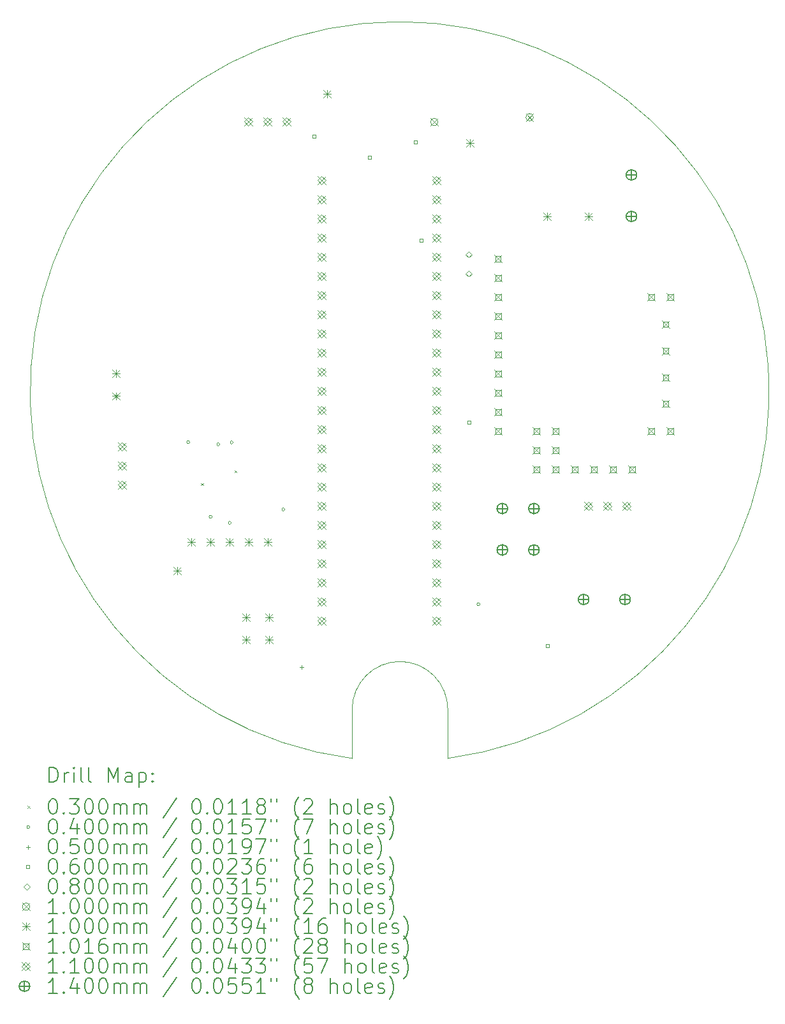
<source format=gbr>
%TF.GenerationSoftware,KiCad,Pcbnew,7.0.6*%
%TF.CreationDate,2024-03-14T18:07:39+11:00*%
%TF.ProjectId,Rocketry_Payload_Main_DDR_Spec_V2,526f636b-6574-4727-995f-5061796c6f61,rev?*%
%TF.SameCoordinates,Original*%
%TF.FileFunction,Drillmap*%
%TF.FilePolarity,Positive*%
%FSLAX45Y45*%
G04 Gerber Fmt 4.5, Leading zero omitted, Abs format (unit mm)*
G04 Created by KiCad (PCBNEW 7.0.6) date 2024-03-14 18:07:39*
%MOMM*%
%LPD*%
G01*
G04 APERTURE LIST*
%ADD10C,0.100000*%
%ADD11C,0.200000*%
%ADD12C,0.030000*%
%ADD13C,0.040000*%
%ADD14C,0.050000*%
%ADD15C,0.060000*%
%ADD16C,0.080000*%
%ADD17C,0.101600*%
%ADD18C,0.110000*%
%ADD19C,0.140000*%
G04 APERTURE END LIST*
D10*
X14198600Y-14173200D02*
X14198600Y-13523200D01*
X15468447Y-14172035D02*
X15468423Y-13522017D01*
X15468423Y-13522017D02*
G75*
G03*
X14198600Y-13523200I-634912J-591D01*
G01*
X15468447Y-14172035D02*
G75*
G03*
X14198600Y-14173200I-639386J4863885D01*
G01*
D11*
D12*
X12192240Y-10520920D02*
X12222240Y-10550920D01*
X12222240Y-10520920D02*
X12192240Y-10550920D01*
X12636740Y-10353280D02*
X12666740Y-10383280D01*
X12666740Y-10353280D02*
X12636740Y-10383280D01*
D13*
X12041820Y-9979660D02*
G75*
G03*
X12041820Y-9979660I-20000J0D01*
G01*
X12339000Y-10967720D02*
G75*
G03*
X12339000Y-10967720I-20000J0D01*
G01*
X12440600Y-10007600D02*
G75*
G03*
X12440600Y-10007600I-20000J0D01*
G01*
X12593000Y-11049000D02*
G75*
G03*
X12593000Y-11049000I-20000J0D01*
G01*
X12618400Y-9982200D02*
G75*
G03*
X12618400Y-9982200I-20000J0D01*
G01*
X13304200Y-10871200D02*
G75*
G03*
X13304200Y-10871200I-20000J0D01*
G01*
X15895000Y-12128500D02*
G75*
G03*
X15895000Y-12128500I-20000J0D01*
G01*
D14*
X13530500Y-12936700D02*
X13530500Y-12986700D01*
X13505500Y-12961700D02*
X13555500Y-12961700D01*
D15*
X13711813Y-5939413D02*
X13711813Y-5896987D01*
X13669387Y-5896987D01*
X13669387Y-5939413D01*
X13711813Y-5939413D01*
X14448413Y-6218813D02*
X14448413Y-6176387D01*
X14405987Y-6176387D01*
X14405987Y-6218813D01*
X14448413Y-6218813D01*
X15058013Y-6015613D02*
X15058013Y-5973187D01*
X15015587Y-5973187D01*
X15015587Y-6015613D01*
X15058013Y-6015613D01*
X15134213Y-7323713D02*
X15134213Y-7281287D01*
X15091787Y-7281287D01*
X15091787Y-7323713D01*
X15134213Y-7323713D01*
X15769213Y-9736713D02*
X15769213Y-9694287D01*
X15726787Y-9694287D01*
X15726787Y-9736713D01*
X15769213Y-9736713D01*
X16810613Y-12695813D02*
X16810613Y-12653387D01*
X16768187Y-12653387D01*
X16768187Y-12695813D01*
X16810613Y-12695813D01*
D16*
X15748000Y-7531000D02*
X15788000Y-7491000D01*
X15748000Y-7451000D01*
X15708000Y-7491000D01*
X15748000Y-7531000D01*
X15748000Y-7785000D02*
X15788000Y-7745000D01*
X15748000Y-7705000D01*
X15708000Y-7745000D01*
X15748000Y-7785000D01*
D10*
X15238260Y-5682780D02*
X15338260Y-5782780D01*
X15338260Y-5682780D02*
X15238260Y-5782780D01*
X15338260Y-5732780D02*
G75*
G03*
X15338260Y-5732780I-50000J0D01*
G01*
X16504250Y-5620750D02*
X16604250Y-5720750D01*
X16604250Y-5620750D02*
X16504250Y-5720750D01*
X16604250Y-5670750D02*
G75*
G03*
X16604250Y-5670750I-50000J0D01*
G01*
X11016500Y-9017500D02*
X11116500Y-9117500D01*
X11116500Y-9017500D02*
X11016500Y-9117500D01*
X11066500Y-9017500D02*
X11066500Y-9117500D01*
X11016500Y-9067500D02*
X11116500Y-9067500D01*
X11016500Y-9317500D02*
X11116500Y-9417500D01*
X11116500Y-9317500D02*
X11016500Y-9417500D01*
X11066500Y-9317500D02*
X11066500Y-9417500D01*
X11016500Y-9367500D02*
X11116500Y-9367500D01*
X11824500Y-11634000D02*
X11924500Y-11734000D01*
X11924500Y-11634000D02*
X11824500Y-11734000D01*
X11874500Y-11634000D02*
X11874500Y-11734000D01*
X11824500Y-11684000D02*
X11924500Y-11684000D01*
X12015000Y-11253000D02*
X12115000Y-11353000D01*
X12115000Y-11253000D02*
X12015000Y-11353000D01*
X12065000Y-11253000D02*
X12065000Y-11353000D01*
X12015000Y-11303000D02*
X12115000Y-11303000D01*
X12269000Y-11253000D02*
X12369000Y-11353000D01*
X12369000Y-11253000D02*
X12269000Y-11353000D01*
X12319000Y-11253000D02*
X12319000Y-11353000D01*
X12269000Y-11303000D02*
X12369000Y-11303000D01*
X12523000Y-11253000D02*
X12623000Y-11353000D01*
X12623000Y-11253000D02*
X12523000Y-11353000D01*
X12573000Y-11253000D02*
X12573000Y-11353000D01*
X12523000Y-11303000D02*
X12623000Y-11303000D01*
X12744000Y-12251500D02*
X12844000Y-12351500D01*
X12844000Y-12251500D02*
X12744000Y-12351500D01*
X12794000Y-12251500D02*
X12794000Y-12351500D01*
X12744000Y-12301500D02*
X12844000Y-12301500D01*
X12744000Y-12551500D02*
X12844000Y-12651500D01*
X12844000Y-12551500D02*
X12744000Y-12651500D01*
X12794000Y-12551500D02*
X12794000Y-12651500D01*
X12744000Y-12601500D02*
X12844000Y-12601500D01*
X12777000Y-11253000D02*
X12877000Y-11353000D01*
X12877000Y-11253000D02*
X12777000Y-11353000D01*
X12827000Y-11253000D02*
X12827000Y-11353000D01*
X12777000Y-11303000D02*
X12877000Y-11303000D01*
X13031000Y-11253000D02*
X13131000Y-11353000D01*
X13131000Y-11253000D02*
X13031000Y-11353000D01*
X13081000Y-11253000D02*
X13081000Y-11353000D01*
X13031000Y-11303000D02*
X13131000Y-11303000D01*
X13044000Y-12251500D02*
X13144000Y-12351500D01*
X13144000Y-12251500D02*
X13044000Y-12351500D01*
X13094000Y-12251500D02*
X13094000Y-12351500D01*
X13044000Y-12301500D02*
X13144000Y-12301500D01*
X13044000Y-12551500D02*
X13144000Y-12651500D01*
X13144000Y-12551500D02*
X13044000Y-12651500D01*
X13094000Y-12551500D02*
X13094000Y-12651500D01*
X13044000Y-12601500D02*
X13144000Y-12601500D01*
X13818400Y-5309400D02*
X13918400Y-5409400D01*
X13918400Y-5309400D02*
X13818400Y-5409400D01*
X13868400Y-5309400D02*
X13868400Y-5409400D01*
X13818400Y-5359400D02*
X13918400Y-5359400D01*
X15713240Y-5959640D02*
X15813240Y-6059640D01*
X15813240Y-5959640D02*
X15713240Y-6059640D01*
X15763240Y-5959640D02*
X15763240Y-6059640D01*
X15713240Y-6009640D02*
X15813240Y-6009640D01*
X16739400Y-6935000D02*
X16839400Y-7035000D01*
X16839400Y-6935000D02*
X16739400Y-7035000D01*
X16789400Y-6935000D02*
X16789400Y-7035000D01*
X16739400Y-6985000D02*
X16839400Y-6985000D01*
X17285500Y-6935000D02*
X17385500Y-7035000D01*
X17385500Y-6935000D02*
X17285500Y-7035000D01*
X17335500Y-6935000D02*
X17335500Y-7035000D01*
X17285500Y-6985000D02*
X17385500Y-6985000D01*
D17*
X16086200Y-7495700D02*
X16187800Y-7597300D01*
X16187800Y-7495700D02*
X16086200Y-7597300D01*
X16172921Y-7582421D02*
X16172921Y-7510579D01*
X16101079Y-7510579D01*
X16101079Y-7582421D01*
X16172921Y-7582421D01*
X16088200Y-7749700D02*
X16189800Y-7851300D01*
X16189800Y-7749700D02*
X16088200Y-7851300D01*
X16174921Y-7836421D02*
X16174921Y-7764579D01*
X16103079Y-7764579D01*
X16103079Y-7836421D01*
X16174921Y-7836421D01*
X16088200Y-8003700D02*
X16189800Y-8105300D01*
X16189800Y-8003700D02*
X16088200Y-8105300D01*
X16174921Y-8090421D02*
X16174921Y-8018579D01*
X16103079Y-8018579D01*
X16103079Y-8090421D01*
X16174921Y-8090421D01*
X16088200Y-8257700D02*
X16189800Y-8359300D01*
X16189800Y-8257700D02*
X16088200Y-8359300D01*
X16174921Y-8344421D02*
X16174921Y-8272579D01*
X16103079Y-8272579D01*
X16103079Y-8344421D01*
X16174921Y-8344421D01*
X16088200Y-8511700D02*
X16189800Y-8613300D01*
X16189800Y-8511700D02*
X16088200Y-8613300D01*
X16174921Y-8598421D02*
X16174921Y-8526579D01*
X16103079Y-8526579D01*
X16103079Y-8598421D01*
X16174921Y-8598421D01*
X16088200Y-8765700D02*
X16189800Y-8867300D01*
X16189800Y-8765700D02*
X16088200Y-8867300D01*
X16174921Y-8852421D02*
X16174921Y-8780579D01*
X16103079Y-8780579D01*
X16103079Y-8852421D01*
X16174921Y-8852421D01*
X16088200Y-9019700D02*
X16189800Y-9121300D01*
X16189800Y-9019700D02*
X16088200Y-9121300D01*
X16174921Y-9106421D02*
X16174921Y-9034579D01*
X16103079Y-9034579D01*
X16103079Y-9106421D01*
X16174921Y-9106421D01*
X16088200Y-9273700D02*
X16189800Y-9375300D01*
X16189800Y-9273700D02*
X16088200Y-9375300D01*
X16174921Y-9360421D02*
X16174921Y-9288579D01*
X16103079Y-9288579D01*
X16103079Y-9360421D01*
X16174921Y-9360421D01*
X16088200Y-9527700D02*
X16189800Y-9629300D01*
X16189800Y-9527700D02*
X16088200Y-9629300D01*
X16174921Y-9614421D02*
X16174921Y-9542579D01*
X16103079Y-9542579D01*
X16103079Y-9614421D01*
X16174921Y-9614421D01*
X16088200Y-9781700D02*
X16189800Y-9883300D01*
X16189800Y-9781700D02*
X16088200Y-9883300D01*
X16174921Y-9868421D02*
X16174921Y-9796579D01*
X16103079Y-9796579D01*
X16103079Y-9868421D01*
X16174921Y-9868421D01*
X16596200Y-9781700D02*
X16697800Y-9883300D01*
X16697800Y-9781700D02*
X16596200Y-9883300D01*
X16682921Y-9868421D02*
X16682921Y-9796579D01*
X16611079Y-9796579D01*
X16611079Y-9868421D01*
X16682921Y-9868421D01*
X16596200Y-10035700D02*
X16697800Y-10137300D01*
X16697800Y-10035700D02*
X16596200Y-10137300D01*
X16682921Y-10122421D02*
X16682921Y-10050579D01*
X16611079Y-10050579D01*
X16611079Y-10122421D01*
X16682921Y-10122421D01*
X16596200Y-10289700D02*
X16697800Y-10391300D01*
X16697800Y-10289700D02*
X16596200Y-10391300D01*
X16682921Y-10376421D02*
X16682921Y-10304579D01*
X16611079Y-10304579D01*
X16611079Y-10376421D01*
X16682921Y-10376421D01*
X16850200Y-9781700D02*
X16951800Y-9883300D01*
X16951800Y-9781700D02*
X16850200Y-9883300D01*
X16936921Y-9868421D02*
X16936921Y-9796579D01*
X16865079Y-9796579D01*
X16865079Y-9868421D01*
X16936921Y-9868421D01*
X16850200Y-10035700D02*
X16951800Y-10137300D01*
X16951800Y-10035700D02*
X16850200Y-10137300D01*
X16936921Y-10122421D02*
X16936921Y-10050579D01*
X16865079Y-10050579D01*
X16865079Y-10122421D01*
X16936921Y-10122421D01*
X16850200Y-10289700D02*
X16951800Y-10391300D01*
X16951800Y-10289700D02*
X16850200Y-10391300D01*
X16936921Y-10376421D02*
X16936921Y-10304579D01*
X16865079Y-10304579D01*
X16865079Y-10376421D01*
X16936921Y-10376421D01*
X17104200Y-10289700D02*
X17205800Y-10391300D01*
X17205800Y-10289700D02*
X17104200Y-10391300D01*
X17190921Y-10376421D02*
X17190921Y-10304579D01*
X17119079Y-10304579D01*
X17119079Y-10376421D01*
X17190921Y-10376421D01*
X17358200Y-10289700D02*
X17459800Y-10391300D01*
X17459800Y-10289700D02*
X17358200Y-10391300D01*
X17444921Y-10376421D02*
X17444921Y-10304579D01*
X17373079Y-10304579D01*
X17373079Y-10376421D01*
X17444921Y-10376421D01*
X17612200Y-10289700D02*
X17713800Y-10391300D01*
X17713800Y-10289700D02*
X17612200Y-10391300D01*
X17698921Y-10376421D02*
X17698921Y-10304579D01*
X17627079Y-10304579D01*
X17627079Y-10376421D01*
X17698921Y-10376421D01*
X17866200Y-10289700D02*
X17967800Y-10391300D01*
X17967800Y-10289700D02*
X17866200Y-10391300D01*
X17952921Y-10376421D02*
X17952921Y-10304579D01*
X17881079Y-10304579D01*
X17881079Y-10376421D01*
X17952921Y-10376421D01*
X18120200Y-8003700D02*
X18221800Y-8105300D01*
X18221800Y-8003700D02*
X18120200Y-8105300D01*
X18206921Y-8090421D02*
X18206921Y-8018579D01*
X18135079Y-8018579D01*
X18135079Y-8090421D01*
X18206921Y-8090421D01*
X18120200Y-9781700D02*
X18221800Y-9883300D01*
X18221800Y-9781700D02*
X18120200Y-9883300D01*
X18206921Y-9868421D02*
X18206921Y-9796579D01*
X18135079Y-9796579D01*
X18135079Y-9868421D01*
X18206921Y-9868421D01*
X18310700Y-8366920D02*
X18412300Y-8468520D01*
X18412300Y-8366920D02*
X18310700Y-8468520D01*
X18397421Y-8453641D02*
X18397421Y-8381799D01*
X18325579Y-8381799D01*
X18325579Y-8453641D01*
X18397421Y-8453641D01*
X18310700Y-8717440D02*
X18412300Y-8819040D01*
X18412300Y-8717440D02*
X18310700Y-8819040D01*
X18397421Y-8804161D02*
X18397421Y-8732319D01*
X18325579Y-8732319D01*
X18325579Y-8804161D01*
X18397421Y-8804161D01*
X18310700Y-9070500D02*
X18412300Y-9172100D01*
X18412300Y-9070500D02*
X18310700Y-9172100D01*
X18397421Y-9157221D02*
X18397421Y-9085379D01*
X18325579Y-9085379D01*
X18325579Y-9157221D01*
X18397421Y-9157221D01*
X18310700Y-9418480D02*
X18412300Y-9520080D01*
X18412300Y-9418480D02*
X18310700Y-9520080D01*
X18397421Y-9505201D02*
X18397421Y-9433359D01*
X18325579Y-9433359D01*
X18325579Y-9505201D01*
X18397421Y-9505201D01*
X18374200Y-8003700D02*
X18475800Y-8105300D01*
X18475800Y-8003700D02*
X18374200Y-8105300D01*
X18460921Y-8090421D02*
X18460921Y-8018579D01*
X18389079Y-8018579D01*
X18389079Y-8090421D01*
X18460921Y-8090421D01*
X18374200Y-9781700D02*
X18475800Y-9883300D01*
X18475800Y-9781700D02*
X18374200Y-9883300D01*
X18460921Y-9868421D02*
X18460921Y-9796579D01*
X18389079Y-9796579D01*
X18389079Y-9868421D01*
X18460921Y-9868421D01*
D18*
X11088500Y-9978000D02*
X11198500Y-10088000D01*
X11198500Y-9978000D02*
X11088500Y-10088000D01*
X11143500Y-10088000D02*
X11198500Y-10033000D01*
X11143500Y-9978000D01*
X11088500Y-10033000D01*
X11143500Y-10088000D01*
X11088500Y-10232000D02*
X11198500Y-10342000D01*
X11198500Y-10232000D02*
X11088500Y-10342000D01*
X11143500Y-10342000D02*
X11198500Y-10287000D01*
X11143500Y-10232000D01*
X11088500Y-10287000D01*
X11143500Y-10342000D01*
X11088500Y-10486000D02*
X11198500Y-10596000D01*
X11198500Y-10486000D02*
X11088500Y-10596000D01*
X11143500Y-10596000D02*
X11198500Y-10541000D01*
X11143500Y-10486000D01*
X11088500Y-10541000D01*
X11143500Y-10596000D01*
X12764380Y-5672180D02*
X12874380Y-5782180D01*
X12874380Y-5672180D02*
X12764380Y-5782180D01*
X12819380Y-5782180D02*
X12874380Y-5727180D01*
X12819380Y-5672180D01*
X12764380Y-5727180D01*
X12819380Y-5782180D01*
X13018380Y-5672180D02*
X13128380Y-5782180D01*
X13128380Y-5672180D02*
X13018380Y-5782180D01*
X13073380Y-5782180D02*
X13128380Y-5727180D01*
X13073380Y-5672180D01*
X13018380Y-5727180D01*
X13073380Y-5782180D01*
X13272380Y-5672180D02*
X13382380Y-5782180D01*
X13382380Y-5672180D02*
X13272380Y-5782180D01*
X13327380Y-5782180D02*
X13382380Y-5727180D01*
X13327380Y-5672180D01*
X13272380Y-5727180D01*
X13327380Y-5782180D01*
X13737200Y-6447400D02*
X13847200Y-6557400D01*
X13847200Y-6447400D02*
X13737200Y-6557400D01*
X13792200Y-6557400D02*
X13847200Y-6502400D01*
X13792200Y-6447400D01*
X13737200Y-6502400D01*
X13792200Y-6557400D01*
X13737200Y-6701400D02*
X13847200Y-6811400D01*
X13847200Y-6701400D02*
X13737200Y-6811400D01*
X13792200Y-6811400D02*
X13847200Y-6756400D01*
X13792200Y-6701400D01*
X13737200Y-6756400D01*
X13792200Y-6811400D01*
X13737200Y-6955400D02*
X13847200Y-7065400D01*
X13847200Y-6955400D02*
X13737200Y-7065400D01*
X13792200Y-7065400D02*
X13847200Y-7010400D01*
X13792200Y-6955400D01*
X13737200Y-7010400D01*
X13792200Y-7065400D01*
X13737200Y-7209400D02*
X13847200Y-7319400D01*
X13847200Y-7209400D02*
X13737200Y-7319400D01*
X13792200Y-7319400D02*
X13847200Y-7264400D01*
X13792200Y-7209400D01*
X13737200Y-7264400D01*
X13792200Y-7319400D01*
X13737200Y-7463400D02*
X13847200Y-7573400D01*
X13847200Y-7463400D02*
X13737200Y-7573400D01*
X13792200Y-7573400D02*
X13847200Y-7518400D01*
X13792200Y-7463400D01*
X13737200Y-7518400D01*
X13792200Y-7573400D01*
X13737200Y-7717400D02*
X13847200Y-7827400D01*
X13847200Y-7717400D02*
X13737200Y-7827400D01*
X13792200Y-7827400D02*
X13847200Y-7772400D01*
X13792200Y-7717400D01*
X13737200Y-7772400D01*
X13792200Y-7827400D01*
X13737200Y-7971400D02*
X13847200Y-8081400D01*
X13847200Y-7971400D02*
X13737200Y-8081400D01*
X13792200Y-8081400D02*
X13847200Y-8026400D01*
X13792200Y-7971400D01*
X13737200Y-8026400D01*
X13792200Y-8081400D01*
X13737200Y-8225400D02*
X13847200Y-8335400D01*
X13847200Y-8225400D02*
X13737200Y-8335400D01*
X13792200Y-8335400D02*
X13847200Y-8280400D01*
X13792200Y-8225400D01*
X13737200Y-8280400D01*
X13792200Y-8335400D01*
X13737200Y-8479400D02*
X13847200Y-8589400D01*
X13847200Y-8479400D02*
X13737200Y-8589400D01*
X13792200Y-8589400D02*
X13847200Y-8534400D01*
X13792200Y-8479400D01*
X13737200Y-8534400D01*
X13792200Y-8589400D01*
X13737200Y-8733400D02*
X13847200Y-8843400D01*
X13847200Y-8733400D02*
X13737200Y-8843400D01*
X13792200Y-8843400D02*
X13847200Y-8788400D01*
X13792200Y-8733400D01*
X13737200Y-8788400D01*
X13792200Y-8843400D01*
X13737200Y-8987400D02*
X13847200Y-9097400D01*
X13847200Y-8987400D02*
X13737200Y-9097400D01*
X13792200Y-9097400D02*
X13847200Y-9042400D01*
X13792200Y-8987400D01*
X13737200Y-9042400D01*
X13792200Y-9097400D01*
X13737200Y-9241400D02*
X13847200Y-9351400D01*
X13847200Y-9241400D02*
X13737200Y-9351400D01*
X13792200Y-9351400D02*
X13847200Y-9296400D01*
X13792200Y-9241400D01*
X13737200Y-9296400D01*
X13792200Y-9351400D01*
X13737200Y-9495400D02*
X13847200Y-9605400D01*
X13847200Y-9495400D02*
X13737200Y-9605400D01*
X13792200Y-9605400D02*
X13847200Y-9550400D01*
X13792200Y-9495400D01*
X13737200Y-9550400D01*
X13792200Y-9605400D01*
X13737200Y-9749400D02*
X13847200Y-9859400D01*
X13847200Y-9749400D02*
X13737200Y-9859400D01*
X13792200Y-9859400D02*
X13847200Y-9804400D01*
X13792200Y-9749400D01*
X13737200Y-9804400D01*
X13792200Y-9859400D01*
X13737200Y-10003400D02*
X13847200Y-10113400D01*
X13847200Y-10003400D02*
X13737200Y-10113400D01*
X13792200Y-10113400D02*
X13847200Y-10058400D01*
X13792200Y-10003400D01*
X13737200Y-10058400D01*
X13792200Y-10113400D01*
X13737200Y-10257400D02*
X13847200Y-10367400D01*
X13847200Y-10257400D02*
X13737200Y-10367400D01*
X13792200Y-10367400D02*
X13847200Y-10312400D01*
X13792200Y-10257400D01*
X13737200Y-10312400D01*
X13792200Y-10367400D01*
X13737200Y-10511400D02*
X13847200Y-10621400D01*
X13847200Y-10511400D02*
X13737200Y-10621400D01*
X13792200Y-10621400D02*
X13847200Y-10566400D01*
X13792200Y-10511400D01*
X13737200Y-10566400D01*
X13792200Y-10621400D01*
X13737200Y-10765400D02*
X13847200Y-10875400D01*
X13847200Y-10765400D02*
X13737200Y-10875400D01*
X13792200Y-10875400D02*
X13847200Y-10820400D01*
X13792200Y-10765400D01*
X13737200Y-10820400D01*
X13792200Y-10875400D01*
X13737200Y-11019400D02*
X13847200Y-11129400D01*
X13847200Y-11019400D02*
X13737200Y-11129400D01*
X13792200Y-11129400D02*
X13847200Y-11074400D01*
X13792200Y-11019400D01*
X13737200Y-11074400D01*
X13792200Y-11129400D01*
X13737200Y-11273400D02*
X13847200Y-11383400D01*
X13847200Y-11273400D02*
X13737200Y-11383400D01*
X13792200Y-11383400D02*
X13847200Y-11328400D01*
X13792200Y-11273400D01*
X13737200Y-11328400D01*
X13792200Y-11383400D01*
X13737200Y-11527400D02*
X13847200Y-11637400D01*
X13847200Y-11527400D02*
X13737200Y-11637400D01*
X13792200Y-11637400D02*
X13847200Y-11582400D01*
X13792200Y-11527400D01*
X13737200Y-11582400D01*
X13792200Y-11637400D01*
X13737200Y-11781400D02*
X13847200Y-11891400D01*
X13847200Y-11781400D02*
X13737200Y-11891400D01*
X13792200Y-11891400D02*
X13847200Y-11836400D01*
X13792200Y-11781400D01*
X13737200Y-11836400D01*
X13792200Y-11891400D01*
X13737200Y-12035400D02*
X13847200Y-12145400D01*
X13847200Y-12035400D02*
X13737200Y-12145400D01*
X13792200Y-12145400D02*
X13847200Y-12090400D01*
X13792200Y-12035400D01*
X13737200Y-12090400D01*
X13792200Y-12145400D01*
X13737200Y-12289400D02*
X13847200Y-12399400D01*
X13847200Y-12289400D02*
X13737200Y-12399400D01*
X13792200Y-12399400D02*
X13847200Y-12344400D01*
X13792200Y-12289400D01*
X13737200Y-12344400D01*
X13792200Y-12399400D01*
X15261200Y-6447400D02*
X15371200Y-6557400D01*
X15371200Y-6447400D02*
X15261200Y-6557400D01*
X15316200Y-6557400D02*
X15371200Y-6502400D01*
X15316200Y-6447400D01*
X15261200Y-6502400D01*
X15316200Y-6557400D01*
X15261200Y-6701400D02*
X15371200Y-6811400D01*
X15371200Y-6701400D02*
X15261200Y-6811400D01*
X15316200Y-6811400D02*
X15371200Y-6756400D01*
X15316200Y-6701400D01*
X15261200Y-6756400D01*
X15316200Y-6811400D01*
X15261200Y-6955400D02*
X15371200Y-7065400D01*
X15371200Y-6955400D02*
X15261200Y-7065400D01*
X15316200Y-7065400D02*
X15371200Y-7010400D01*
X15316200Y-6955400D01*
X15261200Y-7010400D01*
X15316200Y-7065400D01*
X15261200Y-7209400D02*
X15371200Y-7319400D01*
X15371200Y-7209400D02*
X15261200Y-7319400D01*
X15316200Y-7319400D02*
X15371200Y-7264400D01*
X15316200Y-7209400D01*
X15261200Y-7264400D01*
X15316200Y-7319400D01*
X15261200Y-7463400D02*
X15371200Y-7573400D01*
X15371200Y-7463400D02*
X15261200Y-7573400D01*
X15316200Y-7573400D02*
X15371200Y-7518400D01*
X15316200Y-7463400D01*
X15261200Y-7518400D01*
X15316200Y-7573400D01*
X15261200Y-7717400D02*
X15371200Y-7827400D01*
X15371200Y-7717400D02*
X15261200Y-7827400D01*
X15316200Y-7827400D02*
X15371200Y-7772400D01*
X15316200Y-7717400D01*
X15261200Y-7772400D01*
X15316200Y-7827400D01*
X15261200Y-7971400D02*
X15371200Y-8081400D01*
X15371200Y-7971400D02*
X15261200Y-8081400D01*
X15316200Y-8081400D02*
X15371200Y-8026400D01*
X15316200Y-7971400D01*
X15261200Y-8026400D01*
X15316200Y-8081400D01*
X15261200Y-8225400D02*
X15371200Y-8335400D01*
X15371200Y-8225400D02*
X15261200Y-8335400D01*
X15316200Y-8335400D02*
X15371200Y-8280400D01*
X15316200Y-8225400D01*
X15261200Y-8280400D01*
X15316200Y-8335400D01*
X15261200Y-8479400D02*
X15371200Y-8589400D01*
X15371200Y-8479400D02*
X15261200Y-8589400D01*
X15316200Y-8589400D02*
X15371200Y-8534400D01*
X15316200Y-8479400D01*
X15261200Y-8534400D01*
X15316200Y-8589400D01*
X15261200Y-8733400D02*
X15371200Y-8843400D01*
X15371200Y-8733400D02*
X15261200Y-8843400D01*
X15316200Y-8843400D02*
X15371200Y-8788400D01*
X15316200Y-8733400D01*
X15261200Y-8788400D01*
X15316200Y-8843400D01*
X15261200Y-8987400D02*
X15371200Y-9097400D01*
X15371200Y-8987400D02*
X15261200Y-9097400D01*
X15316200Y-9097400D02*
X15371200Y-9042400D01*
X15316200Y-8987400D01*
X15261200Y-9042400D01*
X15316200Y-9097400D01*
X15261200Y-9241400D02*
X15371200Y-9351400D01*
X15371200Y-9241400D02*
X15261200Y-9351400D01*
X15316200Y-9351400D02*
X15371200Y-9296400D01*
X15316200Y-9241400D01*
X15261200Y-9296400D01*
X15316200Y-9351400D01*
X15261200Y-9495400D02*
X15371200Y-9605400D01*
X15371200Y-9495400D02*
X15261200Y-9605400D01*
X15316200Y-9605400D02*
X15371200Y-9550400D01*
X15316200Y-9495400D01*
X15261200Y-9550400D01*
X15316200Y-9605400D01*
X15261200Y-9749400D02*
X15371200Y-9859400D01*
X15371200Y-9749400D02*
X15261200Y-9859400D01*
X15316200Y-9859400D02*
X15371200Y-9804400D01*
X15316200Y-9749400D01*
X15261200Y-9804400D01*
X15316200Y-9859400D01*
X15261200Y-10003400D02*
X15371200Y-10113400D01*
X15371200Y-10003400D02*
X15261200Y-10113400D01*
X15316200Y-10113400D02*
X15371200Y-10058400D01*
X15316200Y-10003400D01*
X15261200Y-10058400D01*
X15316200Y-10113400D01*
X15261200Y-10257400D02*
X15371200Y-10367400D01*
X15371200Y-10257400D02*
X15261200Y-10367400D01*
X15316200Y-10367400D02*
X15371200Y-10312400D01*
X15316200Y-10257400D01*
X15261200Y-10312400D01*
X15316200Y-10367400D01*
X15261200Y-10511400D02*
X15371200Y-10621400D01*
X15371200Y-10511400D02*
X15261200Y-10621400D01*
X15316200Y-10621400D02*
X15371200Y-10566400D01*
X15316200Y-10511400D01*
X15261200Y-10566400D01*
X15316200Y-10621400D01*
X15261200Y-10765400D02*
X15371200Y-10875400D01*
X15371200Y-10765400D02*
X15261200Y-10875400D01*
X15316200Y-10875400D02*
X15371200Y-10820400D01*
X15316200Y-10765400D01*
X15261200Y-10820400D01*
X15316200Y-10875400D01*
X15261200Y-11019400D02*
X15371200Y-11129400D01*
X15371200Y-11019400D02*
X15261200Y-11129400D01*
X15316200Y-11129400D02*
X15371200Y-11074400D01*
X15316200Y-11019400D01*
X15261200Y-11074400D01*
X15316200Y-11129400D01*
X15261200Y-11273400D02*
X15371200Y-11383400D01*
X15371200Y-11273400D02*
X15261200Y-11383400D01*
X15316200Y-11383400D02*
X15371200Y-11328400D01*
X15316200Y-11273400D01*
X15261200Y-11328400D01*
X15316200Y-11383400D01*
X15261200Y-11527400D02*
X15371200Y-11637400D01*
X15371200Y-11527400D02*
X15261200Y-11637400D01*
X15316200Y-11637400D02*
X15371200Y-11582400D01*
X15316200Y-11527400D01*
X15261200Y-11582400D01*
X15316200Y-11637400D01*
X15261200Y-11781400D02*
X15371200Y-11891400D01*
X15371200Y-11781400D02*
X15261200Y-11891400D01*
X15316200Y-11891400D02*
X15371200Y-11836400D01*
X15316200Y-11781400D01*
X15261200Y-11836400D01*
X15316200Y-11891400D01*
X15261200Y-12035400D02*
X15371200Y-12145400D01*
X15371200Y-12035400D02*
X15261200Y-12145400D01*
X15316200Y-12145400D02*
X15371200Y-12090400D01*
X15316200Y-12035400D01*
X15261200Y-12090400D01*
X15316200Y-12145400D01*
X15261200Y-12289400D02*
X15371200Y-12399400D01*
X15371200Y-12289400D02*
X15261200Y-12399400D01*
X15316200Y-12399400D02*
X15371200Y-12344400D01*
X15316200Y-12289400D01*
X15261200Y-12344400D01*
X15316200Y-12399400D01*
X17280500Y-10772500D02*
X17390500Y-10882500D01*
X17390500Y-10772500D02*
X17280500Y-10882500D01*
X17335500Y-10882500D02*
X17390500Y-10827500D01*
X17335500Y-10772500D01*
X17280500Y-10827500D01*
X17335500Y-10882500D01*
X17534500Y-10772500D02*
X17644500Y-10882500D01*
X17644500Y-10772500D02*
X17534500Y-10882500D01*
X17589500Y-10882500D02*
X17644500Y-10827500D01*
X17589500Y-10772500D01*
X17534500Y-10827500D01*
X17589500Y-10882500D01*
X17788500Y-10772500D02*
X17898500Y-10882500D01*
X17898500Y-10772500D02*
X17788500Y-10882500D01*
X17843500Y-10882500D02*
X17898500Y-10827500D01*
X17843500Y-10772500D01*
X17788500Y-10827500D01*
X17843500Y-10882500D01*
D19*
X16192500Y-10788500D02*
X16192500Y-10928500D01*
X16122500Y-10858500D02*
X16262500Y-10858500D01*
X16262500Y-10858500D02*
G75*
G03*
X16262500Y-10858500I-70000J0D01*
G01*
X16192500Y-11338500D02*
X16192500Y-11478500D01*
X16122500Y-11408500D02*
X16262500Y-11408500D01*
X16262500Y-11408500D02*
G75*
G03*
X16262500Y-11408500I-70000J0D01*
G01*
X16612500Y-10788500D02*
X16612500Y-10928500D01*
X16542500Y-10858500D02*
X16682500Y-10858500D01*
X16682500Y-10858500D02*
G75*
G03*
X16682500Y-10858500I-70000J0D01*
G01*
X16612500Y-11338500D02*
X16612500Y-11478500D01*
X16542500Y-11408500D02*
X16682500Y-11408500D01*
X16682500Y-11408500D02*
G75*
G03*
X16682500Y-11408500I-70000J0D01*
G01*
X17272000Y-11995000D02*
X17272000Y-12135000D01*
X17202000Y-12065000D02*
X17342000Y-12065000D01*
X17342000Y-12065000D02*
G75*
G03*
X17342000Y-12065000I-70000J0D01*
G01*
X17822000Y-11995000D02*
X17822000Y-12135000D01*
X17752000Y-12065000D02*
X17892000Y-12065000D01*
X17892000Y-12065000D02*
G75*
G03*
X17892000Y-12065000I-70000J0D01*
G01*
X17907000Y-6365000D02*
X17907000Y-6505000D01*
X17837000Y-6435000D02*
X17977000Y-6435000D01*
X17977000Y-6435000D02*
G75*
G03*
X17977000Y-6435000I-70000J0D01*
G01*
X17907000Y-6915000D02*
X17907000Y-7055000D01*
X17837000Y-6985000D02*
X17977000Y-6985000D01*
X17977000Y-6985000D02*
G75*
G03*
X17977000Y-6985000I-70000J0D01*
G01*
D11*
X10179107Y-14489684D02*
X10179107Y-14289684D01*
X10179107Y-14289684D02*
X10226726Y-14289684D01*
X10226726Y-14289684D02*
X10255297Y-14299207D01*
X10255297Y-14299207D02*
X10274345Y-14318255D01*
X10274345Y-14318255D02*
X10283869Y-14337303D01*
X10283869Y-14337303D02*
X10293393Y-14375398D01*
X10293393Y-14375398D02*
X10293393Y-14403969D01*
X10293393Y-14403969D02*
X10283869Y-14442065D01*
X10283869Y-14442065D02*
X10274345Y-14461112D01*
X10274345Y-14461112D02*
X10255297Y-14480160D01*
X10255297Y-14480160D02*
X10226726Y-14489684D01*
X10226726Y-14489684D02*
X10179107Y-14489684D01*
X10379107Y-14489684D02*
X10379107Y-14356350D01*
X10379107Y-14394446D02*
X10388631Y-14375398D01*
X10388631Y-14375398D02*
X10398155Y-14365874D01*
X10398155Y-14365874D02*
X10417202Y-14356350D01*
X10417202Y-14356350D02*
X10436250Y-14356350D01*
X10502916Y-14489684D02*
X10502916Y-14356350D01*
X10502916Y-14289684D02*
X10493393Y-14299207D01*
X10493393Y-14299207D02*
X10502916Y-14308731D01*
X10502916Y-14308731D02*
X10512440Y-14299207D01*
X10512440Y-14299207D02*
X10502916Y-14289684D01*
X10502916Y-14289684D02*
X10502916Y-14308731D01*
X10626726Y-14489684D02*
X10607678Y-14480160D01*
X10607678Y-14480160D02*
X10598155Y-14461112D01*
X10598155Y-14461112D02*
X10598155Y-14289684D01*
X10731488Y-14489684D02*
X10712440Y-14480160D01*
X10712440Y-14480160D02*
X10702916Y-14461112D01*
X10702916Y-14461112D02*
X10702916Y-14289684D01*
X10960059Y-14489684D02*
X10960059Y-14289684D01*
X10960059Y-14289684D02*
X11026726Y-14432541D01*
X11026726Y-14432541D02*
X11093393Y-14289684D01*
X11093393Y-14289684D02*
X11093393Y-14489684D01*
X11274345Y-14489684D02*
X11274345Y-14384922D01*
X11274345Y-14384922D02*
X11264821Y-14365874D01*
X11264821Y-14365874D02*
X11245774Y-14356350D01*
X11245774Y-14356350D02*
X11207678Y-14356350D01*
X11207678Y-14356350D02*
X11188631Y-14365874D01*
X11274345Y-14480160D02*
X11255297Y-14489684D01*
X11255297Y-14489684D02*
X11207678Y-14489684D01*
X11207678Y-14489684D02*
X11188631Y-14480160D01*
X11188631Y-14480160D02*
X11179107Y-14461112D01*
X11179107Y-14461112D02*
X11179107Y-14442065D01*
X11179107Y-14442065D02*
X11188631Y-14423017D01*
X11188631Y-14423017D02*
X11207678Y-14413493D01*
X11207678Y-14413493D02*
X11255297Y-14413493D01*
X11255297Y-14413493D02*
X11274345Y-14403969D01*
X11369583Y-14356350D02*
X11369583Y-14556350D01*
X11369583Y-14365874D02*
X11388631Y-14356350D01*
X11388631Y-14356350D02*
X11426726Y-14356350D01*
X11426726Y-14356350D02*
X11445774Y-14365874D01*
X11445774Y-14365874D02*
X11455297Y-14375398D01*
X11455297Y-14375398D02*
X11464821Y-14394446D01*
X11464821Y-14394446D02*
X11464821Y-14451588D01*
X11464821Y-14451588D02*
X11455297Y-14470636D01*
X11455297Y-14470636D02*
X11445774Y-14480160D01*
X11445774Y-14480160D02*
X11426726Y-14489684D01*
X11426726Y-14489684D02*
X11388631Y-14489684D01*
X11388631Y-14489684D02*
X11369583Y-14480160D01*
X11550535Y-14470636D02*
X11560059Y-14480160D01*
X11560059Y-14480160D02*
X11550535Y-14489684D01*
X11550535Y-14489684D02*
X11541012Y-14480160D01*
X11541012Y-14480160D02*
X11550535Y-14470636D01*
X11550535Y-14470636D02*
X11550535Y-14489684D01*
X11550535Y-14365874D02*
X11560059Y-14375398D01*
X11560059Y-14375398D02*
X11550535Y-14384922D01*
X11550535Y-14384922D02*
X11541012Y-14375398D01*
X11541012Y-14375398D02*
X11550535Y-14365874D01*
X11550535Y-14365874D02*
X11550535Y-14384922D01*
D12*
X9888330Y-14803200D02*
X9918330Y-14833200D01*
X9918330Y-14803200D02*
X9888330Y-14833200D01*
D11*
X10217202Y-14709684D02*
X10236250Y-14709684D01*
X10236250Y-14709684D02*
X10255297Y-14719207D01*
X10255297Y-14719207D02*
X10264821Y-14728731D01*
X10264821Y-14728731D02*
X10274345Y-14747779D01*
X10274345Y-14747779D02*
X10283869Y-14785874D01*
X10283869Y-14785874D02*
X10283869Y-14833493D01*
X10283869Y-14833493D02*
X10274345Y-14871588D01*
X10274345Y-14871588D02*
X10264821Y-14890636D01*
X10264821Y-14890636D02*
X10255297Y-14900160D01*
X10255297Y-14900160D02*
X10236250Y-14909684D01*
X10236250Y-14909684D02*
X10217202Y-14909684D01*
X10217202Y-14909684D02*
X10198155Y-14900160D01*
X10198155Y-14900160D02*
X10188631Y-14890636D01*
X10188631Y-14890636D02*
X10179107Y-14871588D01*
X10179107Y-14871588D02*
X10169583Y-14833493D01*
X10169583Y-14833493D02*
X10169583Y-14785874D01*
X10169583Y-14785874D02*
X10179107Y-14747779D01*
X10179107Y-14747779D02*
X10188631Y-14728731D01*
X10188631Y-14728731D02*
X10198155Y-14719207D01*
X10198155Y-14719207D02*
X10217202Y-14709684D01*
X10369583Y-14890636D02*
X10379107Y-14900160D01*
X10379107Y-14900160D02*
X10369583Y-14909684D01*
X10369583Y-14909684D02*
X10360059Y-14900160D01*
X10360059Y-14900160D02*
X10369583Y-14890636D01*
X10369583Y-14890636D02*
X10369583Y-14909684D01*
X10445774Y-14709684D02*
X10569583Y-14709684D01*
X10569583Y-14709684D02*
X10502916Y-14785874D01*
X10502916Y-14785874D02*
X10531488Y-14785874D01*
X10531488Y-14785874D02*
X10550536Y-14795398D01*
X10550536Y-14795398D02*
X10560059Y-14804922D01*
X10560059Y-14804922D02*
X10569583Y-14823969D01*
X10569583Y-14823969D02*
X10569583Y-14871588D01*
X10569583Y-14871588D02*
X10560059Y-14890636D01*
X10560059Y-14890636D02*
X10550536Y-14900160D01*
X10550536Y-14900160D02*
X10531488Y-14909684D01*
X10531488Y-14909684D02*
X10474345Y-14909684D01*
X10474345Y-14909684D02*
X10455297Y-14900160D01*
X10455297Y-14900160D02*
X10445774Y-14890636D01*
X10693393Y-14709684D02*
X10712440Y-14709684D01*
X10712440Y-14709684D02*
X10731488Y-14719207D01*
X10731488Y-14719207D02*
X10741012Y-14728731D01*
X10741012Y-14728731D02*
X10750536Y-14747779D01*
X10750536Y-14747779D02*
X10760059Y-14785874D01*
X10760059Y-14785874D02*
X10760059Y-14833493D01*
X10760059Y-14833493D02*
X10750536Y-14871588D01*
X10750536Y-14871588D02*
X10741012Y-14890636D01*
X10741012Y-14890636D02*
X10731488Y-14900160D01*
X10731488Y-14900160D02*
X10712440Y-14909684D01*
X10712440Y-14909684D02*
X10693393Y-14909684D01*
X10693393Y-14909684D02*
X10674345Y-14900160D01*
X10674345Y-14900160D02*
X10664821Y-14890636D01*
X10664821Y-14890636D02*
X10655297Y-14871588D01*
X10655297Y-14871588D02*
X10645774Y-14833493D01*
X10645774Y-14833493D02*
X10645774Y-14785874D01*
X10645774Y-14785874D02*
X10655297Y-14747779D01*
X10655297Y-14747779D02*
X10664821Y-14728731D01*
X10664821Y-14728731D02*
X10674345Y-14719207D01*
X10674345Y-14719207D02*
X10693393Y-14709684D01*
X10883869Y-14709684D02*
X10902917Y-14709684D01*
X10902917Y-14709684D02*
X10921964Y-14719207D01*
X10921964Y-14719207D02*
X10931488Y-14728731D01*
X10931488Y-14728731D02*
X10941012Y-14747779D01*
X10941012Y-14747779D02*
X10950536Y-14785874D01*
X10950536Y-14785874D02*
X10950536Y-14833493D01*
X10950536Y-14833493D02*
X10941012Y-14871588D01*
X10941012Y-14871588D02*
X10931488Y-14890636D01*
X10931488Y-14890636D02*
X10921964Y-14900160D01*
X10921964Y-14900160D02*
X10902917Y-14909684D01*
X10902917Y-14909684D02*
X10883869Y-14909684D01*
X10883869Y-14909684D02*
X10864821Y-14900160D01*
X10864821Y-14900160D02*
X10855297Y-14890636D01*
X10855297Y-14890636D02*
X10845774Y-14871588D01*
X10845774Y-14871588D02*
X10836250Y-14833493D01*
X10836250Y-14833493D02*
X10836250Y-14785874D01*
X10836250Y-14785874D02*
X10845774Y-14747779D01*
X10845774Y-14747779D02*
X10855297Y-14728731D01*
X10855297Y-14728731D02*
X10864821Y-14719207D01*
X10864821Y-14719207D02*
X10883869Y-14709684D01*
X11036250Y-14909684D02*
X11036250Y-14776350D01*
X11036250Y-14795398D02*
X11045774Y-14785874D01*
X11045774Y-14785874D02*
X11064821Y-14776350D01*
X11064821Y-14776350D02*
X11093393Y-14776350D01*
X11093393Y-14776350D02*
X11112440Y-14785874D01*
X11112440Y-14785874D02*
X11121964Y-14804922D01*
X11121964Y-14804922D02*
X11121964Y-14909684D01*
X11121964Y-14804922D02*
X11131488Y-14785874D01*
X11131488Y-14785874D02*
X11150536Y-14776350D01*
X11150536Y-14776350D02*
X11179107Y-14776350D01*
X11179107Y-14776350D02*
X11198155Y-14785874D01*
X11198155Y-14785874D02*
X11207678Y-14804922D01*
X11207678Y-14804922D02*
X11207678Y-14909684D01*
X11302916Y-14909684D02*
X11302916Y-14776350D01*
X11302916Y-14795398D02*
X11312440Y-14785874D01*
X11312440Y-14785874D02*
X11331488Y-14776350D01*
X11331488Y-14776350D02*
X11360059Y-14776350D01*
X11360059Y-14776350D02*
X11379107Y-14785874D01*
X11379107Y-14785874D02*
X11388631Y-14804922D01*
X11388631Y-14804922D02*
X11388631Y-14909684D01*
X11388631Y-14804922D02*
X11398155Y-14785874D01*
X11398155Y-14785874D02*
X11417202Y-14776350D01*
X11417202Y-14776350D02*
X11445774Y-14776350D01*
X11445774Y-14776350D02*
X11464821Y-14785874D01*
X11464821Y-14785874D02*
X11474345Y-14804922D01*
X11474345Y-14804922D02*
X11474345Y-14909684D01*
X11864821Y-14700160D02*
X11693393Y-14957303D01*
X12121964Y-14709684D02*
X12141012Y-14709684D01*
X12141012Y-14709684D02*
X12160059Y-14719207D01*
X12160059Y-14719207D02*
X12169583Y-14728731D01*
X12169583Y-14728731D02*
X12179107Y-14747779D01*
X12179107Y-14747779D02*
X12188631Y-14785874D01*
X12188631Y-14785874D02*
X12188631Y-14833493D01*
X12188631Y-14833493D02*
X12179107Y-14871588D01*
X12179107Y-14871588D02*
X12169583Y-14890636D01*
X12169583Y-14890636D02*
X12160059Y-14900160D01*
X12160059Y-14900160D02*
X12141012Y-14909684D01*
X12141012Y-14909684D02*
X12121964Y-14909684D01*
X12121964Y-14909684D02*
X12102917Y-14900160D01*
X12102917Y-14900160D02*
X12093393Y-14890636D01*
X12093393Y-14890636D02*
X12083869Y-14871588D01*
X12083869Y-14871588D02*
X12074345Y-14833493D01*
X12074345Y-14833493D02*
X12074345Y-14785874D01*
X12074345Y-14785874D02*
X12083869Y-14747779D01*
X12083869Y-14747779D02*
X12093393Y-14728731D01*
X12093393Y-14728731D02*
X12102917Y-14719207D01*
X12102917Y-14719207D02*
X12121964Y-14709684D01*
X12274345Y-14890636D02*
X12283869Y-14900160D01*
X12283869Y-14900160D02*
X12274345Y-14909684D01*
X12274345Y-14909684D02*
X12264821Y-14900160D01*
X12264821Y-14900160D02*
X12274345Y-14890636D01*
X12274345Y-14890636D02*
X12274345Y-14909684D01*
X12407678Y-14709684D02*
X12426726Y-14709684D01*
X12426726Y-14709684D02*
X12445774Y-14719207D01*
X12445774Y-14719207D02*
X12455298Y-14728731D01*
X12455298Y-14728731D02*
X12464821Y-14747779D01*
X12464821Y-14747779D02*
X12474345Y-14785874D01*
X12474345Y-14785874D02*
X12474345Y-14833493D01*
X12474345Y-14833493D02*
X12464821Y-14871588D01*
X12464821Y-14871588D02*
X12455298Y-14890636D01*
X12455298Y-14890636D02*
X12445774Y-14900160D01*
X12445774Y-14900160D02*
X12426726Y-14909684D01*
X12426726Y-14909684D02*
X12407678Y-14909684D01*
X12407678Y-14909684D02*
X12388631Y-14900160D01*
X12388631Y-14900160D02*
X12379107Y-14890636D01*
X12379107Y-14890636D02*
X12369583Y-14871588D01*
X12369583Y-14871588D02*
X12360059Y-14833493D01*
X12360059Y-14833493D02*
X12360059Y-14785874D01*
X12360059Y-14785874D02*
X12369583Y-14747779D01*
X12369583Y-14747779D02*
X12379107Y-14728731D01*
X12379107Y-14728731D02*
X12388631Y-14719207D01*
X12388631Y-14719207D02*
X12407678Y-14709684D01*
X12664821Y-14909684D02*
X12550536Y-14909684D01*
X12607678Y-14909684D02*
X12607678Y-14709684D01*
X12607678Y-14709684D02*
X12588631Y-14738255D01*
X12588631Y-14738255D02*
X12569583Y-14757303D01*
X12569583Y-14757303D02*
X12550536Y-14766826D01*
X12855298Y-14909684D02*
X12741012Y-14909684D01*
X12798155Y-14909684D02*
X12798155Y-14709684D01*
X12798155Y-14709684D02*
X12779107Y-14738255D01*
X12779107Y-14738255D02*
X12760059Y-14757303D01*
X12760059Y-14757303D02*
X12741012Y-14766826D01*
X12969583Y-14795398D02*
X12950536Y-14785874D01*
X12950536Y-14785874D02*
X12941012Y-14776350D01*
X12941012Y-14776350D02*
X12931488Y-14757303D01*
X12931488Y-14757303D02*
X12931488Y-14747779D01*
X12931488Y-14747779D02*
X12941012Y-14728731D01*
X12941012Y-14728731D02*
X12950536Y-14719207D01*
X12950536Y-14719207D02*
X12969583Y-14709684D01*
X12969583Y-14709684D02*
X13007679Y-14709684D01*
X13007679Y-14709684D02*
X13026726Y-14719207D01*
X13026726Y-14719207D02*
X13036250Y-14728731D01*
X13036250Y-14728731D02*
X13045774Y-14747779D01*
X13045774Y-14747779D02*
X13045774Y-14757303D01*
X13045774Y-14757303D02*
X13036250Y-14776350D01*
X13036250Y-14776350D02*
X13026726Y-14785874D01*
X13026726Y-14785874D02*
X13007679Y-14795398D01*
X13007679Y-14795398D02*
X12969583Y-14795398D01*
X12969583Y-14795398D02*
X12950536Y-14804922D01*
X12950536Y-14804922D02*
X12941012Y-14814446D01*
X12941012Y-14814446D02*
X12931488Y-14833493D01*
X12931488Y-14833493D02*
X12931488Y-14871588D01*
X12931488Y-14871588D02*
X12941012Y-14890636D01*
X12941012Y-14890636D02*
X12950536Y-14900160D01*
X12950536Y-14900160D02*
X12969583Y-14909684D01*
X12969583Y-14909684D02*
X13007679Y-14909684D01*
X13007679Y-14909684D02*
X13026726Y-14900160D01*
X13026726Y-14900160D02*
X13036250Y-14890636D01*
X13036250Y-14890636D02*
X13045774Y-14871588D01*
X13045774Y-14871588D02*
X13045774Y-14833493D01*
X13045774Y-14833493D02*
X13036250Y-14814446D01*
X13036250Y-14814446D02*
X13026726Y-14804922D01*
X13026726Y-14804922D02*
X13007679Y-14795398D01*
X13121964Y-14709684D02*
X13121964Y-14747779D01*
X13198155Y-14709684D02*
X13198155Y-14747779D01*
X13493393Y-14985874D02*
X13483869Y-14976350D01*
X13483869Y-14976350D02*
X13464821Y-14947779D01*
X13464821Y-14947779D02*
X13455298Y-14928731D01*
X13455298Y-14928731D02*
X13445774Y-14900160D01*
X13445774Y-14900160D02*
X13436250Y-14852541D01*
X13436250Y-14852541D02*
X13436250Y-14814446D01*
X13436250Y-14814446D02*
X13445774Y-14766826D01*
X13445774Y-14766826D02*
X13455298Y-14738255D01*
X13455298Y-14738255D02*
X13464821Y-14719207D01*
X13464821Y-14719207D02*
X13483869Y-14690636D01*
X13483869Y-14690636D02*
X13493393Y-14681112D01*
X13560060Y-14728731D02*
X13569583Y-14719207D01*
X13569583Y-14719207D02*
X13588631Y-14709684D01*
X13588631Y-14709684D02*
X13636250Y-14709684D01*
X13636250Y-14709684D02*
X13655298Y-14719207D01*
X13655298Y-14719207D02*
X13664821Y-14728731D01*
X13664821Y-14728731D02*
X13674345Y-14747779D01*
X13674345Y-14747779D02*
X13674345Y-14766826D01*
X13674345Y-14766826D02*
X13664821Y-14795398D01*
X13664821Y-14795398D02*
X13550536Y-14909684D01*
X13550536Y-14909684D02*
X13674345Y-14909684D01*
X13912441Y-14909684D02*
X13912441Y-14709684D01*
X13998155Y-14909684D02*
X13998155Y-14804922D01*
X13998155Y-14804922D02*
X13988631Y-14785874D01*
X13988631Y-14785874D02*
X13969583Y-14776350D01*
X13969583Y-14776350D02*
X13941012Y-14776350D01*
X13941012Y-14776350D02*
X13921964Y-14785874D01*
X13921964Y-14785874D02*
X13912441Y-14795398D01*
X14121964Y-14909684D02*
X14102917Y-14900160D01*
X14102917Y-14900160D02*
X14093393Y-14890636D01*
X14093393Y-14890636D02*
X14083869Y-14871588D01*
X14083869Y-14871588D02*
X14083869Y-14814446D01*
X14083869Y-14814446D02*
X14093393Y-14795398D01*
X14093393Y-14795398D02*
X14102917Y-14785874D01*
X14102917Y-14785874D02*
X14121964Y-14776350D01*
X14121964Y-14776350D02*
X14150536Y-14776350D01*
X14150536Y-14776350D02*
X14169583Y-14785874D01*
X14169583Y-14785874D02*
X14179107Y-14795398D01*
X14179107Y-14795398D02*
X14188631Y-14814446D01*
X14188631Y-14814446D02*
X14188631Y-14871588D01*
X14188631Y-14871588D02*
X14179107Y-14890636D01*
X14179107Y-14890636D02*
X14169583Y-14900160D01*
X14169583Y-14900160D02*
X14150536Y-14909684D01*
X14150536Y-14909684D02*
X14121964Y-14909684D01*
X14302917Y-14909684D02*
X14283869Y-14900160D01*
X14283869Y-14900160D02*
X14274345Y-14881112D01*
X14274345Y-14881112D02*
X14274345Y-14709684D01*
X14455298Y-14900160D02*
X14436250Y-14909684D01*
X14436250Y-14909684D02*
X14398155Y-14909684D01*
X14398155Y-14909684D02*
X14379107Y-14900160D01*
X14379107Y-14900160D02*
X14369583Y-14881112D01*
X14369583Y-14881112D02*
X14369583Y-14804922D01*
X14369583Y-14804922D02*
X14379107Y-14785874D01*
X14379107Y-14785874D02*
X14398155Y-14776350D01*
X14398155Y-14776350D02*
X14436250Y-14776350D01*
X14436250Y-14776350D02*
X14455298Y-14785874D01*
X14455298Y-14785874D02*
X14464822Y-14804922D01*
X14464822Y-14804922D02*
X14464822Y-14823969D01*
X14464822Y-14823969D02*
X14369583Y-14843017D01*
X14541012Y-14900160D02*
X14560060Y-14909684D01*
X14560060Y-14909684D02*
X14598155Y-14909684D01*
X14598155Y-14909684D02*
X14617203Y-14900160D01*
X14617203Y-14900160D02*
X14626726Y-14881112D01*
X14626726Y-14881112D02*
X14626726Y-14871588D01*
X14626726Y-14871588D02*
X14617203Y-14852541D01*
X14617203Y-14852541D02*
X14598155Y-14843017D01*
X14598155Y-14843017D02*
X14569583Y-14843017D01*
X14569583Y-14843017D02*
X14550536Y-14833493D01*
X14550536Y-14833493D02*
X14541012Y-14814446D01*
X14541012Y-14814446D02*
X14541012Y-14804922D01*
X14541012Y-14804922D02*
X14550536Y-14785874D01*
X14550536Y-14785874D02*
X14569583Y-14776350D01*
X14569583Y-14776350D02*
X14598155Y-14776350D01*
X14598155Y-14776350D02*
X14617203Y-14785874D01*
X14693393Y-14985874D02*
X14702917Y-14976350D01*
X14702917Y-14976350D02*
X14721964Y-14947779D01*
X14721964Y-14947779D02*
X14731488Y-14928731D01*
X14731488Y-14928731D02*
X14741012Y-14900160D01*
X14741012Y-14900160D02*
X14750536Y-14852541D01*
X14750536Y-14852541D02*
X14750536Y-14814446D01*
X14750536Y-14814446D02*
X14741012Y-14766826D01*
X14741012Y-14766826D02*
X14731488Y-14738255D01*
X14731488Y-14738255D02*
X14721964Y-14719207D01*
X14721964Y-14719207D02*
X14702917Y-14690636D01*
X14702917Y-14690636D02*
X14693393Y-14681112D01*
D13*
X9918330Y-15082200D02*
G75*
G03*
X9918330Y-15082200I-20000J0D01*
G01*
D11*
X10217202Y-14973684D02*
X10236250Y-14973684D01*
X10236250Y-14973684D02*
X10255297Y-14983207D01*
X10255297Y-14983207D02*
X10264821Y-14992731D01*
X10264821Y-14992731D02*
X10274345Y-15011779D01*
X10274345Y-15011779D02*
X10283869Y-15049874D01*
X10283869Y-15049874D02*
X10283869Y-15097493D01*
X10283869Y-15097493D02*
X10274345Y-15135588D01*
X10274345Y-15135588D02*
X10264821Y-15154636D01*
X10264821Y-15154636D02*
X10255297Y-15164160D01*
X10255297Y-15164160D02*
X10236250Y-15173684D01*
X10236250Y-15173684D02*
X10217202Y-15173684D01*
X10217202Y-15173684D02*
X10198155Y-15164160D01*
X10198155Y-15164160D02*
X10188631Y-15154636D01*
X10188631Y-15154636D02*
X10179107Y-15135588D01*
X10179107Y-15135588D02*
X10169583Y-15097493D01*
X10169583Y-15097493D02*
X10169583Y-15049874D01*
X10169583Y-15049874D02*
X10179107Y-15011779D01*
X10179107Y-15011779D02*
X10188631Y-14992731D01*
X10188631Y-14992731D02*
X10198155Y-14983207D01*
X10198155Y-14983207D02*
X10217202Y-14973684D01*
X10369583Y-15154636D02*
X10379107Y-15164160D01*
X10379107Y-15164160D02*
X10369583Y-15173684D01*
X10369583Y-15173684D02*
X10360059Y-15164160D01*
X10360059Y-15164160D02*
X10369583Y-15154636D01*
X10369583Y-15154636D02*
X10369583Y-15173684D01*
X10550536Y-15040350D02*
X10550536Y-15173684D01*
X10502916Y-14964160D02*
X10455297Y-15107017D01*
X10455297Y-15107017D02*
X10579107Y-15107017D01*
X10693393Y-14973684D02*
X10712440Y-14973684D01*
X10712440Y-14973684D02*
X10731488Y-14983207D01*
X10731488Y-14983207D02*
X10741012Y-14992731D01*
X10741012Y-14992731D02*
X10750536Y-15011779D01*
X10750536Y-15011779D02*
X10760059Y-15049874D01*
X10760059Y-15049874D02*
X10760059Y-15097493D01*
X10760059Y-15097493D02*
X10750536Y-15135588D01*
X10750536Y-15135588D02*
X10741012Y-15154636D01*
X10741012Y-15154636D02*
X10731488Y-15164160D01*
X10731488Y-15164160D02*
X10712440Y-15173684D01*
X10712440Y-15173684D02*
X10693393Y-15173684D01*
X10693393Y-15173684D02*
X10674345Y-15164160D01*
X10674345Y-15164160D02*
X10664821Y-15154636D01*
X10664821Y-15154636D02*
X10655297Y-15135588D01*
X10655297Y-15135588D02*
X10645774Y-15097493D01*
X10645774Y-15097493D02*
X10645774Y-15049874D01*
X10645774Y-15049874D02*
X10655297Y-15011779D01*
X10655297Y-15011779D02*
X10664821Y-14992731D01*
X10664821Y-14992731D02*
X10674345Y-14983207D01*
X10674345Y-14983207D02*
X10693393Y-14973684D01*
X10883869Y-14973684D02*
X10902917Y-14973684D01*
X10902917Y-14973684D02*
X10921964Y-14983207D01*
X10921964Y-14983207D02*
X10931488Y-14992731D01*
X10931488Y-14992731D02*
X10941012Y-15011779D01*
X10941012Y-15011779D02*
X10950536Y-15049874D01*
X10950536Y-15049874D02*
X10950536Y-15097493D01*
X10950536Y-15097493D02*
X10941012Y-15135588D01*
X10941012Y-15135588D02*
X10931488Y-15154636D01*
X10931488Y-15154636D02*
X10921964Y-15164160D01*
X10921964Y-15164160D02*
X10902917Y-15173684D01*
X10902917Y-15173684D02*
X10883869Y-15173684D01*
X10883869Y-15173684D02*
X10864821Y-15164160D01*
X10864821Y-15164160D02*
X10855297Y-15154636D01*
X10855297Y-15154636D02*
X10845774Y-15135588D01*
X10845774Y-15135588D02*
X10836250Y-15097493D01*
X10836250Y-15097493D02*
X10836250Y-15049874D01*
X10836250Y-15049874D02*
X10845774Y-15011779D01*
X10845774Y-15011779D02*
X10855297Y-14992731D01*
X10855297Y-14992731D02*
X10864821Y-14983207D01*
X10864821Y-14983207D02*
X10883869Y-14973684D01*
X11036250Y-15173684D02*
X11036250Y-15040350D01*
X11036250Y-15059398D02*
X11045774Y-15049874D01*
X11045774Y-15049874D02*
X11064821Y-15040350D01*
X11064821Y-15040350D02*
X11093393Y-15040350D01*
X11093393Y-15040350D02*
X11112440Y-15049874D01*
X11112440Y-15049874D02*
X11121964Y-15068922D01*
X11121964Y-15068922D02*
X11121964Y-15173684D01*
X11121964Y-15068922D02*
X11131488Y-15049874D01*
X11131488Y-15049874D02*
X11150536Y-15040350D01*
X11150536Y-15040350D02*
X11179107Y-15040350D01*
X11179107Y-15040350D02*
X11198155Y-15049874D01*
X11198155Y-15049874D02*
X11207678Y-15068922D01*
X11207678Y-15068922D02*
X11207678Y-15173684D01*
X11302916Y-15173684D02*
X11302916Y-15040350D01*
X11302916Y-15059398D02*
X11312440Y-15049874D01*
X11312440Y-15049874D02*
X11331488Y-15040350D01*
X11331488Y-15040350D02*
X11360059Y-15040350D01*
X11360059Y-15040350D02*
X11379107Y-15049874D01*
X11379107Y-15049874D02*
X11388631Y-15068922D01*
X11388631Y-15068922D02*
X11388631Y-15173684D01*
X11388631Y-15068922D02*
X11398155Y-15049874D01*
X11398155Y-15049874D02*
X11417202Y-15040350D01*
X11417202Y-15040350D02*
X11445774Y-15040350D01*
X11445774Y-15040350D02*
X11464821Y-15049874D01*
X11464821Y-15049874D02*
X11474345Y-15068922D01*
X11474345Y-15068922D02*
X11474345Y-15173684D01*
X11864821Y-14964160D02*
X11693393Y-15221303D01*
X12121964Y-14973684D02*
X12141012Y-14973684D01*
X12141012Y-14973684D02*
X12160059Y-14983207D01*
X12160059Y-14983207D02*
X12169583Y-14992731D01*
X12169583Y-14992731D02*
X12179107Y-15011779D01*
X12179107Y-15011779D02*
X12188631Y-15049874D01*
X12188631Y-15049874D02*
X12188631Y-15097493D01*
X12188631Y-15097493D02*
X12179107Y-15135588D01*
X12179107Y-15135588D02*
X12169583Y-15154636D01*
X12169583Y-15154636D02*
X12160059Y-15164160D01*
X12160059Y-15164160D02*
X12141012Y-15173684D01*
X12141012Y-15173684D02*
X12121964Y-15173684D01*
X12121964Y-15173684D02*
X12102917Y-15164160D01*
X12102917Y-15164160D02*
X12093393Y-15154636D01*
X12093393Y-15154636D02*
X12083869Y-15135588D01*
X12083869Y-15135588D02*
X12074345Y-15097493D01*
X12074345Y-15097493D02*
X12074345Y-15049874D01*
X12074345Y-15049874D02*
X12083869Y-15011779D01*
X12083869Y-15011779D02*
X12093393Y-14992731D01*
X12093393Y-14992731D02*
X12102917Y-14983207D01*
X12102917Y-14983207D02*
X12121964Y-14973684D01*
X12274345Y-15154636D02*
X12283869Y-15164160D01*
X12283869Y-15164160D02*
X12274345Y-15173684D01*
X12274345Y-15173684D02*
X12264821Y-15164160D01*
X12264821Y-15164160D02*
X12274345Y-15154636D01*
X12274345Y-15154636D02*
X12274345Y-15173684D01*
X12407678Y-14973684D02*
X12426726Y-14973684D01*
X12426726Y-14973684D02*
X12445774Y-14983207D01*
X12445774Y-14983207D02*
X12455298Y-14992731D01*
X12455298Y-14992731D02*
X12464821Y-15011779D01*
X12464821Y-15011779D02*
X12474345Y-15049874D01*
X12474345Y-15049874D02*
X12474345Y-15097493D01*
X12474345Y-15097493D02*
X12464821Y-15135588D01*
X12464821Y-15135588D02*
X12455298Y-15154636D01*
X12455298Y-15154636D02*
X12445774Y-15164160D01*
X12445774Y-15164160D02*
X12426726Y-15173684D01*
X12426726Y-15173684D02*
X12407678Y-15173684D01*
X12407678Y-15173684D02*
X12388631Y-15164160D01*
X12388631Y-15164160D02*
X12379107Y-15154636D01*
X12379107Y-15154636D02*
X12369583Y-15135588D01*
X12369583Y-15135588D02*
X12360059Y-15097493D01*
X12360059Y-15097493D02*
X12360059Y-15049874D01*
X12360059Y-15049874D02*
X12369583Y-15011779D01*
X12369583Y-15011779D02*
X12379107Y-14992731D01*
X12379107Y-14992731D02*
X12388631Y-14983207D01*
X12388631Y-14983207D02*
X12407678Y-14973684D01*
X12664821Y-15173684D02*
X12550536Y-15173684D01*
X12607678Y-15173684D02*
X12607678Y-14973684D01*
X12607678Y-14973684D02*
X12588631Y-15002255D01*
X12588631Y-15002255D02*
X12569583Y-15021303D01*
X12569583Y-15021303D02*
X12550536Y-15030826D01*
X12845774Y-14973684D02*
X12750536Y-14973684D01*
X12750536Y-14973684D02*
X12741012Y-15068922D01*
X12741012Y-15068922D02*
X12750536Y-15059398D01*
X12750536Y-15059398D02*
X12769583Y-15049874D01*
X12769583Y-15049874D02*
X12817202Y-15049874D01*
X12817202Y-15049874D02*
X12836250Y-15059398D01*
X12836250Y-15059398D02*
X12845774Y-15068922D01*
X12845774Y-15068922D02*
X12855298Y-15087969D01*
X12855298Y-15087969D02*
X12855298Y-15135588D01*
X12855298Y-15135588D02*
X12845774Y-15154636D01*
X12845774Y-15154636D02*
X12836250Y-15164160D01*
X12836250Y-15164160D02*
X12817202Y-15173684D01*
X12817202Y-15173684D02*
X12769583Y-15173684D01*
X12769583Y-15173684D02*
X12750536Y-15164160D01*
X12750536Y-15164160D02*
X12741012Y-15154636D01*
X12921964Y-14973684D02*
X13055298Y-14973684D01*
X13055298Y-14973684D02*
X12969583Y-15173684D01*
X13121964Y-14973684D02*
X13121964Y-15011779D01*
X13198155Y-14973684D02*
X13198155Y-15011779D01*
X13493393Y-15249874D02*
X13483869Y-15240350D01*
X13483869Y-15240350D02*
X13464821Y-15211779D01*
X13464821Y-15211779D02*
X13455298Y-15192731D01*
X13455298Y-15192731D02*
X13445774Y-15164160D01*
X13445774Y-15164160D02*
X13436250Y-15116541D01*
X13436250Y-15116541D02*
X13436250Y-15078446D01*
X13436250Y-15078446D02*
X13445774Y-15030826D01*
X13445774Y-15030826D02*
X13455298Y-15002255D01*
X13455298Y-15002255D02*
X13464821Y-14983207D01*
X13464821Y-14983207D02*
X13483869Y-14954636D01*
X13483869Y-14954636D02*
X13493393Y-14945112D01*
X13550536Y-14973684D02*
X13683869Y-14973684D01*
X13683869Y-14973684D02*
X13598155Y-15173684D01*
X13912441Y-15173684D02*
X13912441Y-14973684D01*
X13998155Y-15173684D02*
X13998155Y-15068922D01*
X13998155Y-15068922D02*
X13988631Y-15049874D01*
X13988631Y-15049874D02*
X13969583Y-15040350D01*
X13969583Y-15040350D02*
X13941012Y-15040350D01*
X13941012Y-15040350D02*
X13921964Y-15049874D01*
X13921964Y-15049874D02*
X13912441Y-15059398D01*
X14121964Y-15173684D02*
X14102917Y-15164160D01*
X14102917Y-15164160D02*
X14093393Y-15154636D01*
X14093393Y-15154636D02*
X14083869Y-15135588D01*
X14083869Y-15135588D02*
X14083869Y-15078446D01*
X14083869Y-15078446D02*
X14093393Y-15059398D01*
X14093393Y-15059398D02*
X14102917Y-15049874D01*
X14102917Y-15049874D02*
X14121964Y-15040350D01*
X14121964Y-15040350D02*
X14150536Y-15040350D01*
X14150536Y-15040350D02*
X14169583Y-15049874D01*
X14169583Y-15049874D02*
X14179107Y-15059398D01*
X14179107Y-15059398D02*
X14188631Y-15078446D01*
X14188631Y-15078446D02*
X14188631Y-15135588D01*
X14188631Y-15135588D02*
X14179107Y-15154636D01*
X14179107Y-15154636D02*
X14169583Y-15164160D01*
X14169583Y-15164160D02*
X14150536Y-15173684D01*
X14150536Y-15173684D02*
X14121964Y-15173684D01*
X14302917Y-15173684D02*
X14283869Y-15164160D01*
X14283869Y-15164160D02*
X14274345Y-15145112D01*
X14274345Y-15145112D02*
X14274345Y-14973684D01*
X14455298Y-15164160D02*
X14436250Y-15173684D01*
X14436250Y-15173684D02*
X14398155Y-15173684D01*
X14398155Y-15173684D02*
X14379107Y-15164160D01*
X14379107Y-15164160D02*
X14369583Y-15145112D01*
X14369583Y-15145112D02*
X14369583Y-15068922D01*
X14369583Y-15068922D02*
X14379107Y-15049874D01*
X14379107Y-15049874D02*
X14398155Y-15040350D01*
X14398155Y-15040350D02*
X14436250Y-15040350D01*
X14436250Y-15040350D02*
X14455298Y-15049874D01*
X14455298Y-15049874D02*
X14464822Y-15068922D01*
X14464822Y-15068922D02*
X14464822Y-15087969D01*
X14464822Y-15087969D02*
X14369583Y-15107017D01*
X14541012Y-15164160D02*
X14560060Y-15173684D01*
X14560060Y-15173684D02*
X14598155Y-15173684D01*
X14598155Y-15173684D02*
X14617203Y-15164160D01*
X14617203Y-15164160D02*
X14626726Y-15145112D01*
X14626726Y-15145112D02*
X14626726Y-15135588D01*
X14626726Y-15135588D02*
X14617203Y-15116541D01*
X14617203Y-15116541D02*
X14598155Y-15107017D01*
X14598155Y-15107017D02*
X14569583Y-15107017D01*
X14569583Y-15107017D02*
X14550536Y-15097493D01*
X14550536Y-15097493D02*
X14541012Y-15078446D01*
X14541012Y-15078446D02*
X14541012Y-15068922D01*
X14541012Y-15068922D02*
X14550536Y-15049874D01*
X14550536Y-15049874D02*
X14569583Y-15040350D01*
X14569583Y-15040350D02*
X14598155Y-15040350D01*
X14598155Y-15040350D02*
X14617203Y-15049874D01*
X14693393Y-15249874D02*
X14702917Y-15240350D01*
X14702917Y-15240350D02*
X14721964Y-15211779D01*
X14721964Y-15211779D02*
X14731488Y-15192731D01*
X14731488Y-15192731D02*
X14741012Y-15164160D01*
X14741012Y-15164160D02*
X14750536Y-15116541D01*
X14750536Y-15116541D02*
X14750536Y-15078446D01*
X14750536Y-15078446D02*
X14741012Y-15030826D01*
X14741012Y-15030826D02*
X14731488Y-15002255D01*
X14731488Y-15002255D02*
X14721964Y-14983207D01*
X14721964Y-14983207D02*
X14702917Y-14954636D01*
X14702917Y-14954636D02*
X14693393Y-14945112D01*
D14*
X9893330Y-15321200D02*
X9893330Y-15371200D01*
X9868330Y-15346200D02*
X9918330Y-15346200D01*
D11*
X10217202Y-15237684D02*
X10236250Y-15237684D01*
X10236250Y-15237684D02*
X10255297Y-15247207D01*
X10255297Y-15247207D02*
X10264821Y-15256731D01*
X10264821Y-15256731D02*
X10274345Y-15275779D01*
X10274345Y-15275779D02*
X10283869Y-15313874D01*
X10283869Y-15313874D02*
X10283869Y-15361493D01*
X10283869Y-15361493D02*
X10274345Y-15399588D01*
X10274345Y-15399588D02*
X10264821Y-15418636D01*
X10264821Y-15418636D02*
X10255297Y-15428160D01*
X10255297Y-15428160D02*
X10236250Y-15437684D01*
X10236250Y-15437684D02*
X10217202Y-15437684D01*
X10217202Y-15437684D02*
X10198155Y-15428160D01*
X10198155Y-15428160D02*
X10188631Y-15418636D01*
X10188631Y-15418636D02*
X10179107Y-15399588D01*
X10179107Y-15399588D02*
X10169583Y-15361493D01*
X10169583Y-15361493D02*
X10169583Y-15313874D01*
X10169583Y-15313874D02*
X10179107Y-15275779D01*
X10179107Y-15275779D02*
X10188631Y-15256731D01*
X10188631Y-15256731D02*
X10198155Y-15247207D01*
X10198155Y-15247207D02*
X10217202Y-15237684D01*
X10369583Y-15418636D02*
X10379107Y-15428160D01*
X10379107Y-15428160D02*
X10369583Y-15437684D01*
X10369583Y-15437684D02*
X10360059Y-15428160D01*
X10360059Y-15428160D02*
X10369583Y-15418636D01*
X10369583Y-15418636D02*
X10369583Y-15437684D01*
X10560059Y-15237684D02*
X10464821Y-15237684D01*
X10464821Y-15237684D02*
X10455297Y-15332922D01*
X10455297Y-15332922D02*
X10464821Y-15323398D01*
X10464821Y-15323398D02*
X10483869Y-15313874D01*
X10483869Y-15313874D02*
X10531488Y-15313874D01*
X10531488Y-15313874D02*
X10550536Y-15323398D01*
X10550536Y-15323398D02*
X10560059Y-15332922D01*
X10560059Y-15332922D02*
X10569583Y-15351969D01*
X10569583Y-15351969D02*
X10569583Y-15399588D01*
X10569583Y-15399588D02*
X10560059Y-15418636D01*
X10560059Y-15418636D02*
X10550536Y-15428160D01*
X10550536Y-15428160D02*
X10531488Y-15437684D01*
X10531488Y-15437684D02*
X10483869Y-15437684D01*
X10483869Y-15437684D02*
X10464821Y-15428160D01*
X10464821Y-15428160D02*
X10455297Y-15418636D01*
X10693393Y-15237684D02*
X10712440Y-15237684D01*
X10712440Y-15237684D02*
X10731488Y-15247207D01*
X10731488Y-15247207D02*
X10741012Y-15256731D01*
X10741012Y-15256731D02*
X10750536Y-15275779D01*
X10750536Y-15275779D02*
X10760059Y-15313874D01*
X10760059Y-15313874D02*
X10760059Y-15361493D01*
X10760059Y-15361493D02*
X10750536Y-15399588D01*
X10750536Y-15399588D02*
X10741012Y-15418636D01*
X10741012Y-15418636D02*
X10731488Y-15428160D01*
X10731488Y-15428160D02*
X10712440Y-15437684D01*
X10712440Y-15437684D02*
X10693393Y-15437684D01*
X10693393Y-15437684D02*
X10674345Y-15428160D01*
X10674345Y-15428160D02*
X10664821Y-15418636D01*
X10664821Y-15418636D02*
X10655297Y-15399588D01*
X10655297Y-15399588D02*
X10645774Y-15361493D01*
X10645774Y-15361493D02*
X10645774Y-15313874D01*
X10645774Y-15313874D02*
X10655297Y-15275779D01*
X10655297Y-15275779D02*
X10664821Y-15256731D01*
X10664821Y-15256731D02*
X10674345Y-15247207D01*
X10674345Y-15247207D02*
X10693393Y-15237684D01*
X10883869Y-15237684D02*
X10902917Y-15237684D01*
X10902917Y-15237684D02*
X10921964Y-15247207D01*
X10921964Y-15247207D02*
X10931488Y-15256731D01*
X10931488Y-15256731D02*
X10941012Y-15275779D01*
X10941012Y-15275779D02*
X10950536Y-15313874D01*
X10950536Y-15313874D02*
X10950536Y-15361493D01*
X10950536Y-15361493D02*
X10941012Y-15399588D01*
X10941012Y-15399588D02*
X10931488Y-15418636D01*
X10931488Y-15418636D02*
X10921964Y-15428160D01*
X10921964Y-15428160D02*
X10902917Y-15437684D01*
X10902917Y-15437684D02*
X10883869Y-15437684D01*
X10883869Y-15437684D02*
X10864821Y-15428160D01*
X10864821Y-15428160D02*
X10855297Y-15418636D01*
X10855297Y-15418636D02*
X10845774Y-15399588D01*
X10845774Y-15399588D02*
X10836250Y-15361493D01*
X10836250Y-15361493D02*
X10836250Y-15313874D01*
X10836250Y-15313874D02*
X10845774Y-15275779D01*
X10845774Y-15275779D02*
X10855297Y-15256731D01*
X10855297Y-15256731D02*
X10864821Y-15247207D01*
X10864821Y-15247207D02*
X10883869Y-15237684D01*
X11036250Y-15437684D02*
X11036250Y-15304350D01*
X11036250Y-15323398D02*
X11045774Y-15313874D01*
X11045774Y-15313874D02*
X11064821Y-15304350D01*
X11064821Y-15304350D02*
X11093393Y-15304350D01*
X11093393Y-15304350D02*
X11112440Y-15313874D01*
X11112440Y-15313874D02*
X11121964Y-15332922D01*
X11121964Y-15332922D02*
X11121964Y-15437684D01*
X11121964Y-15332922D02*
X11131488Y-15313874D01*
X11131488Y-15313874D02*
X11150536Y-15304350D01*
X11150536Y-15304350D02*
X11179107Y-15304350D01*
X11179107Y-15304350D02*
X11198155Y-15313874D01*
X11198155Y-15313874D02*
X11207678Y-15332922D01*
X11207678Y-15332922D02*
X11207678Y-15437684D01*
X11302916Y-15437684D02*
X11302916Y-15304350D01*
X11302916Y-15323398D02*
X11312440Y-15313874D01*
X11312440Y-15313874D02*
X11331488Y-15304350D01*
X11331488Y-15304350D02*
X11360059Y-15304350D01*
X11360059Y-15304350D02*
X11379107Y-15313874D01*
X11379107Y-15313874D02*
X11388631Y-15332922D01*
X11388631Y-15332922D02*
X11388631Y-15437684D01*
X11388631Y-15332922D02*
X11398155Y-15313874D01*
X11398155Y-15313874D02*
X11417202Y-15304350D01*
X11417202Y-15304350D02*
X11445774Y-15304350D01*
X11445774Y-15304350D02*
X11464821Y-15313874D01*
X11464821Y-15313874D02*
X11474345Y-15332922D01*
X11474345Y-15332922D02*
X11474345Y-15437684D01*
X11864821Y-15228160D02*
X11693393Y-15485303D01*
X12121964Y-15237684D02*
X12141012Y-15237684D01*
X12141012Y-15237684D02*
X12160059Y-15247207D01*
X12160059Y-15247207D02*
X12169583Y-15256731D01*
X12169583Y-15256731D02*
X12179107Y-15275779D01*
X12179107Y-15275779D02*
X12188631Y-15313874D01*
X12188631Y-15313874D02*
X12188631Y-15361493D01*
X12188631Y-15361493D02*
X12179107Y-15399588D01*
X12179107Y-15399588D02*
X12169583Y-15418636D01*
X12169583Y-15418636D02*
X12160059Y-15428160D01*
X12160059Y-15428160D02*
X12141012Y-15437684D01*
X12141012Y-15437684D02*
X12121964Y-15437684D01*
X12121964Y-15437684D02*
X12102917Y-15428160D01*
X12102917Y-15428160D02*
X12093393Y-15418636D01*
X12093393Y-15418636D02*
X12083869Y-15399588D01*
X12083869Y-15399588D02*
X12074345Y-15361493D01*
X12074345Y-15361493D02*
X12074345Y-15313874D01*
X12074345Y-15313874D02*
X12083869Y-15275779D01*
X12083869Y-15275779D02*
X12093393Y-15256731D01*
X12093393Y-15256731D02*
X12102917Y-15247207D01*
X12102917Y-15247207D02*
X12121964Y-15237684D01*
X12274345Y-15418636D02*
X12283869Y-15428160D01*
X12283869Y-15428160D02*
X12274345Y-15437684D01*
X12274345Y-15437684D02*
X12264821Y-15428160D01*
X12264821Y-15428160D02*
X12274345Y-15418636D01*
X12274345Y-15418636D02*
X12274345Y-15437684D01*
X12407678Y-15237684D02*
X12426726Y-15237684D01*
X12426726Y-15237684D02*
X12445774Y-15247207D01*
X12445774Y-15247207D02*
X12455298Y-15256731D01*
X12455298Y-15256731D02*
X12464821Y-15275779D01*
X12464821Y-15275779D02*
X12474345Y-15313874D01*
X12474345Y-15313874D02*
X12474345Y-15361493D01*
X12474345Y-15361493D02*
X12464821Y-15399588D01*
X12464821Y-15399588D02*
X12455298Y-15418636D01*
X12455298Y-15418636D02*
X12445774Y-15428160D01*
X12445774Y-15428160D02*
X12426726Y-15437684D01*
X12426726Y-15437684D02*
X12407678Y-15437684D01*
X12407678Y-15437684D02*
X12388631Y-15428160D01*
X12388631Y-15428160D02*
X12379107Y-15418636D01*
X12379107Y-15418636D02*
X12369583Y-15399588D01*
X12369583Y-15399588D02*
X12360059Y-15361493D01*
X12360059Y-15361493D02*
X12360059Y-15313874D01*
X12360059Y-15313874D02*
X12369583Y-15275779D01*
X12369583Y-15275779D02*
X12379107Y-15256731D01*
X12379107Y-15256731D02*
X12388631Y-15247207D01*
X12388631Y-15247207D02*
X12407678Y-15237684D01*
X12664821Y-15437684D02*
X12550536Y-15437684D01*
X12607678Y-15437684D02*
X12607678Y-15237684D01*
X12607678Y-15237684D02*
X12588631Y-15266255D01*
X12588631Y-15266255D02*
X12569583Y-15285303D01*
X12569583Y-15285303D02*
X12550536Y-15294826D01*
X12760059Y-15437684D02*
X12798155Y-15437684D01*
X12798155Y-15437684D02*
X12817202Y-15428160D01*
X12817202Y-15428160D02*
X12826726Y-15418636D01*
X12826726Y-15418636D02*
X12845774Y-15390065D01*
X12845774Y-15390065D02*
X12855298Y-15351969D01*
X12855298Y-15351969D02*
X12855298Y-15275779D01*
X12855298Y-15275779D02*
X12845774Y-15256731D01*
X12845774Y-15256731D02*
X12836250Y-15247207D01*
X12836250Y-15247207D02*
X12817202Y-15237684D01*
X12817202Y-15237684D02*
X12779107Y-15237684D01*
X12779107Y-15237684D02*
X12760059Y-15247207D01*
X12760059Y-15247207D02*
X12750536Y-15256731D01*
X12750536Y-15256731D02*
X12741012Y-15275779D01*
X12741012Y-15275779D02*
X12741012Y-15323398D01*
X12741012Y-15323398D02*
X12750536Y-15342446D01*
X12750536Y-15342446D02*
X12760059Y-15351969D01*
X12760059Y-15351969D02*
X12779107Y-15361493D01*
X12779107Y-15361493D02*
X12817202Y-15361493D01*
X12817202Y-15361493D02*
X12836250Y-15351969D01*
X12836250Y-15351969D02*
X12845774Y-15342446D01*
X12845774Y-15342446D02*
X12855298Y-15323398D01*
X12921964Y-15237684D02*
X13055298Y-15237684D01*
X13055298Y-15237684D02*
X12969583Y-15437684D01*
X13121964Y-15237684D02*
X13121964Y-15275779D01*
X13198155Y-15237684D02*
X13198155Y-15275779D01*
X13493393Y-15513874D02*
X13483869Y-15504350D01*
X13483869Y-15504350D02*
X13464821Y-15475779D01*
X13464821Y-15475779D02*
X13455298Y-15456731D01*
X13455298Y-15456731D02*
X13445774Y-15428160D01*
X13445774Y-15428160D02*
X13436250Y-15380541D01*
X13436250Y-15380541D02*
X13436250Y-15342446D01*
X13436250Y-15342446D02*
X13445774Y-15294826D01*
X13445774Y-15294826D02*
X13455298Y-15266255D01*
X13455298Y-15266255D02*
X13464821Y-15247207D01*
X13464821Y-15247207D02*
X13483869Y-15218636D01*
X13483869Y-15218636D02*
X13493393Y-15209112D01*
X13674345Y-15437684D02*
X13560060Y-15437684D01*
X13617202Y-15437684D02*
X13617202Y-15237684D01*
X13617202Y-15237684D02*
X13598155Y-15266255D01*
X13598155Y-15266255D02*
X13579107Y-15285303D01*
X13579107Y-15285303D02*
X13560060Y-15294826D01*
X13912441Y-15437684D02*
X13912441Y-15237684D01*
X13998155Y-15437684D02*
X13998155Y-15332922D01*
X13998155Y-15332922D02*
X13988631Y-15313874D01*
X13988631Y-15313874D02*
X13969583Y-15304350D01*
X13969583Y-15304350D02*
X13941012Y-15304350D01*
X13941012Y-15304350D02*
X13921964Y-15313874D01*
X13921964Y-15313874D02*
X13912441Y-15323398D01*
X14121964Y-15437684D02*
X14102917Y-15428160D01*
X14102917Y-15428160D02*
X14093393Y-15418636D01*
X14093393Y-15418636D02*
X14083869Y-15399588D01*
X14083869Y-15399588D02*
X14083869Y-15342446D01*
X14083869Y-15342446D02*
X14093393Y-15323398D01*
X14093393Y-15323398D02*
X14102917Y-15313874D01*
X14102917Y-15313874D02*
X14121964Y-15304350D01*
X14121964Y-15304350D02*
X14150536Y-15304350D01*
X14150536Y-15304350D02*
X14169583Y-15313874D01*
X14169583Y-15313874D02*
X14179107Y-15323398D01*
X14179107Y-15323398D02*
X14188631Y-15342446D01*
X14188631Y-15342446D02*
X14188631Y-15399588D01*
X14188631Y-15399588D02*
X14179107Y-15418636D01*
X14179107Y-15418636D02*
X14169583Y-15428160D01*
X14169583Y-15428160D02*
X14150536Y-15437684D01*
X14150536Y-15437684D02*
X14121964Y-15437684D01*
X14302917Y-15437684D02*
X14283869Y-15428160D01*
X14283869Y-15428160D02*
X14274345Y-15409112D01*
X14274345Y-15409112D02*
X14274345Y-15237684D01*
X14455298Y-15428160D02*
X14436250Y-15437684D01*
X14436250Y-15437684D02*
X14398155Y-15437684D01*
X14398155Y-15437684D02*
X14379107Y-15428160D01*
X14379107Y-15428160D02*
X14369583Y-15409112D01*
X14369583Y-15409112D02*
X14369583Y-15332922D01*
X14369583Y-15332922D02*
X14379107Y-15313874D01*
X14379107Y-15313874D02*
X14398155Y-15304350D01*
X14398155Y-15304350D02*
X14436250Y-15304350D01*
X14436250Y-15304350D02*
X14455298Y-15313874D01*
X14455298Y-15313874D02*
X14464822Y-15332922D01*
X14464822Y-15332922D02*
X14464822Y-15351969D01*
X14464822Y-15351969D02*
X14369583Y-15371017D01*
X14531488Y-15513874D02*
X14541012Y-15504350D01*
X14541012Y-15504350D02*
X14560060Y-15475779D01*
X14560060Y-15475779D02*
X14569583Y-15456731D01*
X14569583Y-15456731D02*
X14579107Y-15428160D01*
X14579107Y-15428160D02*
X14588631Y-15380541D01*
X14588631Y-15380541D02*
X14588631Y-15342446D01*
X14588631Y-15342446D02*
X14579107Y-15294826D01*
X14579107Y-15294826D02*
X14569583Y-15266255D01*
X14569583Y-15266255D02*
X14560060Y-15247207D01*
X14560060Y-15247207D02*
X14541012Y-15218636D01*
X14541012Y-15218636D02*
X14531488Y-15209112D01*
D15*
X9909544Y-15631413D02*
X9909544Y-15588986D01*
X9867117Y-15588986D01*
X9867117Y-15631413D01*
X9909544Y-15631413D01*
D11*
X10217202Y-15501684D02*
X10236250Y-15501684D01*
X10236250Y-15501684D02*
X10255297Y-15511207D01*
X10255297Y-15511207D02*
X10264821Y-15520731D01*
X10264821Y-15520731D02*
X10274345Y-15539779D01*
X10274345Y-15539779D02*
X10283869Y-15577874D01*
X10283869Y-15577874D02*
X10283869Y-15625493D01*
X10283869Y-15625493D02*
X10274345Y-15663588D01*
X10274345Y-15663588D02*
X10264821Y-15682636D01*
X10264821Y-15682636D02*
X10255297Y-15692160D01*
X10255297Y-15692160D02*
X10236250Y-15701684D01*
X10236250Y-15701684D02*
X10217202Y-15701684D01*
X10217202Y-15701684D02*
X10198155Y-15692160D01*
X10198155Y-15692160D02*
X10188631Y-15682636D01*
X10188631Y-15682636D02*
X10179107Y-15663588D01*
X10179107Y-15663588D02*
X10169583Y-15625493D01*
X10169583Y-15625493D02*
X10169583Y-15577874D01*
X10169583Y-15577874D02*
X10179107Y-15539779D01*
X10179107Y-15539779D02*
X10188631Y-15520731D01*
X10188631Y-15520731D02*
X10198155Y-15511207D01*
X10198155Y-15511207D02*
X10217202Y-15501684D01*
X10369583Y-15682636D02*
X10379107Y-15692160D01*
X10379107Y-15692160D02*
X10369583Y-15701684D01*
X10369583Y-15701684D02*
X10360059Y-15692160D01*
X10360059Y-15692160D02*
X10369583Y-15682636D01*
X10369583Y-15682636D02*
X10369583Y-15701684D01*
X10550536Y-15501684D02*
X10512440Y-15501684D01*
X10512440Y-15501684D02*
X10493393Y-15511207D01*
X10493393Y-15511207D02*
X10483869Y-15520731D01*
X10483869Y-15520731D02*
X10464821Y-15549303D01*
X10464821Y-15549303D02*
X10455297Y-15587398D01*
X10455297Y-15587398D02*
X10455297Y-15663588D01*
X10455297Y-15663588D02*
X10464821Y-15682636D01*
X10464821Y-15682636D02*
X10474345Y-15692160D01*
X10474345Y-15692160D02*
X10493393Y-15701684D01*
X10493393Y-15701684D02*
X10531488Y-15701684D01*
X10531488Y-15701684D02*
X10550536Y-15692160D01*
X10550536Y-15692160D02*
X10560059Y-15682636D01*
X10560059Y-15682636D02*
X10569583Y-15663588D01*
X10569583Y-15663588D02*
X10569583Y-15615969D01*
X10569583Y-15615969D02*
X10560059Y-15596922D01*
X10560059Y-15596922D02*
X10550536Y-15587398D01*
X10550536Y-15587398D02*
X10531488Y-15577874D01*
X10531488Y-15577874D02*
X10493393Y-15577874D01*
X10493393Y-15577874D02*
X10474345Y-15587398D01*
X10474345Y-15587398D02*
X10464821Y-15596922D01*
X10464821Y-15596922D02*
X10455297Y-15615969D01*
X10693393Y-15501684D02*
X10712440Y-15501684D01*
X10712440Y-15501684D02*
X10731488Y-15511207D01*
X10731488Y-15511207D02*
X10741012Y-15520731D01*
X10741012Y-15520731D02*
X10750536Y-15539779D01*
X10750536Y-15539779D02*
X10760059Y-15577874D01*
X10760059Y-15577874D02*
X10760059Y-15625493D01*
X10760059Y-15625493D02*
X10750536Y-15663588D01*
X10750536Y-15663588D02*
X10741012Y-15682636D01*
X10741012Y-15682636D02*
X10731488Y-15692160D01*
X10731488Y-15692160D02*
X10712440Y-15701684D01*
X10712440Y-15701684D02*
X10693393Y-15701684D01*
X10693393Y-15701684D02*
X10674345Y-15692160D01*
X10674345Y-15692160D02*
X10664821Y-15682636D01*
X10664821Y-15682636D02*
X10655297Y-15663588D01*
X10655297Y-15663588D02*
X10645774Y-15625493D01*
X10645774Y-15625493D02*
X10645774Y-15577874D01*
X10645774Y-15577874D02*
X10655297Y-15539779D01*
X10655297Y-15539779D02*
X10664821Y-15520731D01*
X10664821Y-15520731D02*
X10674345Y-15511207D01*
X10674345Y-15511207D02*
X10693393Y-15501684D01*
X10883869Y-15501684D02*
X10902917Y-15501684D01*
X10902917Y-15501684D02*
X10921964Y-15511207D01*
X10921964Y-15511207D02*
X10931488Y-15520731D01*
X10931488Y-15520731D02*
X10941012Y-15539779D01*
X10941012Y-15539779D02*
X10950536Y-15577874D01*
X10950536Y-15577874D02*
X10950536Y-15625493D01*
X10950536Y-15625493D02*
X10941012Y-15663588D01*
X10941012Y-15663588D02*
X10931488Y-15682636D01*
X10931488Y-15682636D02*
X10921964Y-15692160D01*
X10921964Y-15692160D02*
X10902917Y-15701684D01*
X10902917Y-15701684D02*
X10883869Y-15701684D01*
X10883869Y-15701684D02*
X10864821Y-15692160D01*
X10864821Y-15692160D02*
X10855297Y-15682636D01*
X10855297Y-15682636D02*
X10845774Y-15663588D01*
X10845774Y-15663588D02*
X10836250Y-15625493D01*
X10836250Y-15625493D02*
X10836250Y-15577874D01*
X10836250Y-15577874D02*
X10845774Y-15539779D01*
X10845774Y-15539779D02*
X10855297Y-15520731D01*
X10855297Y-15520731D02*
X10864821Y-15511207D01*
X10864821Y-15511207D02*
X10883869Y-15501684D01*
X11036250Y-15701684D02*
X11036250Y-15568350D01*
X11036250Y-15587398D02*
X11045774Y-15577874D01*
X11045774Y-15577874D02*
X11064821Y-15568350D01*
X11064821Y-15568350D02*
X11093393Y-15568350D01*
X11093393Y-15568350D02*
X11112440Y-15577874D01*
X11112440Y-15577874D02*
X11121964Y-15596922D01*
X11121964Y-15596922D02*
X11121964Y-15701684D01*
X11121964Y-15596922D02*
X11131488Y-15577874D01*
X11131488Y-15577874D02*
X11150536Y-15568350D01*
X11150536Y-15568350D02*
X11179107Y-15568350D01*
X11179107Y-15568350D02*
X11198155Y-15577874D01*
X11198155Y-15577874D02*
X11207678Y-15596922D01*
X11207678Y-15596922D02*
X11207678Y-15701684D01*
X11302916Y-15701684D02*
X11302916Y-15568350D01*
X11302916Y-15587398D02*
X11312440Y-15577874D01*
X11312440Y-15577874D02*
X11331488Y-15568350D01*
X11331488Y-15568350D02*
X11360059Y-15568350D01*
X11360059Y-15568350D02*
X11379107Y-15577874D01*
X11379107Y-15577874D02*
X11388631Y-15596922D01*
X11388631Y-15596922D02*
X11388631Y-15701684D01*
X11388631Y-15596922D02*
X11398155Y-15577874D01*
X11398155Y-15577874D02*
X11417202Y-15568350D01*
X11417202Y-15568350D02*
X11445774Y-15568350D01*
X11445774Y-15568350D02*
X11464821Y-15577874D01*
X11464821Y-15577874D02*
X11474345Y-15596922D01*
X11474345Y-15596922D02*
X11474345Y-15701684D01*
X11864821Y-15492160D02*
X11693393Y-15749303D01*
X12121964Y-15501684D02*
X12141012Y-15501684D01*
X12141012Y-15501684D02*
X12160059Y-15511207D01*
X12160059Y-15511207D02*
X12169583Y-15520731D01*
X12169583Y-15520731D02*
X12179107Y-15539779D01*
X12179107Y-15539779D02*
X12188631Y-15577874D01*
X12188631Y-15577874D02*
X12188631Y-15625493D01*
X12188631Y-15625493D02*
X12179107Y-15663588D01*
X12179107Y-15663588D02*
X12169583Y-15682636D01*
X12169583Y-15682636D02*
X12160059Y-15692160D01*
X12160059Y-15692160D02*
X12141012Y-15701684D01*
X12141012Y-15701684D02*
X12121964Y-15701684D01*
X12121964Y-15701684D02*
X12102917Y-15692160D01*
X12102917Y-15692160D02*
X12093393Y-15682636D01*
X12093393Y-15682636D02*
X12083869Y-15663588D01*
X12083869Y-15663588D02*
X12074345Y-15625493D01*
X12074345Y-15625493D02*
X12074345Y-15577874D01*
X12074345Y-15577874D02*
X12083869Y-15539779D01*
X12083869Y-15539779D02*
X12093393Y-15520731D01*
X12093393Y-15520731D02*
X12102917Y-15511207D01*
X12102917Y-15511207D02*
X12121964Y-15501684D01*
X12274345Y-15682636D02*
X12283869Y-15692160D01*
X12283869Y-15692160D02*
X12274345Y-15701684D01*
X12274345Y-15701684D02*
X12264821Y-15692160D01*
X12264821Y-15692160D02*
X12274345Y-15682636D01*
X12274345Y-15682636D02*
X12274345Y-15701684D01*
X12407678Y-15501684D02*
X12426726Y-15501684D01*
X12426726Y-15501684D02*
X12445774Y-15511207D01*
X12445774Y-15511207D02*
X12455298Y-15520731D01*
X12455298Y-15520731D02*
X12464821Y-15539779D01*
X12464821Y-15539779D02*
X12474345Y-15577874D01*
X12474345Y-15577874D02*
X12474345Y-15625493D01*
X12474345Y-15625493D02*
X12464821Y-15663588D01*
X12464821Y-15663588D02*
X12455298Y-15682636D01*
X12455298Y-15682636D02*
X12445774Y-15692160D01*
X12445774Y-15692160D02*
X12426726Y-15701684D01*
X12426726Y-15701684D02*
X12407678Y-15701684D01*
X12407678Y-15701684D02*
X12388631Y-15692160D01*
X12388631Y-15692160D02*
X12379107Y-15682636D01*
X12379107Y-15682636D02*
X12369583Y-15663588D01*
X12369583Y-15663588D02*
X12360059Y-15625493D01*
X12360059Y-15625493D02*
X12360059Y-15577874D01*
X12360059Y-15577874D02*
X12369583Y-15539779D01*
X12369583Y-15539779D02*
X12379107Y-15520731D01*
X12379107Y-15520731D02*
X12388631Y-15511207D01*
X12388631Y-15511207D02*
X12407678Y-15501684D01*
X12550536Y-15520731D02*
X12560059Y-15511207D01*
X12560059Y-15511207D02*
X12579107Y-15501684D01*
X12579107Y-15501684D02*
X12626726Y-15501684D01*
X12626726Y-15501684D02*
X12645774Y-15511207D01*
X12645774Y-15511207D02*
X12655298Y-15520731D01*
X12655298Y-15520731D02*
X12664821Y-15539779D01*
X12664821Y-15539779D02*
X12664821Y-15558826D01*
X12664821Y-15558826D02*
X12655298Y-15587398D01*
X12655298Y-15587398D02*
X12541012Y-15701684D01*
X12541012Y-15701684D02*
X12664821Y-15701684D01*
X12731488Y-15501684D02*
X12855298Y-15501684D01*
X12855298Y-15501684D02*
X12788631Y-15577874D01*
X12788631Y-15577874D02*
X12817202Y-15577874D01*
X12817202Y-15577874D02*
X12836250Y-15587398D01*
X12836250Y-15587398D02*
X12845774Y-15596922D01*
X12845774Y-15596922D02*
X12855298Y-15615969D01*
X12855298Y-15615969D02*
X12855298Y-15663588D01*
X12855298Y-15663588D02*
X12845774Y-15682636D01*
X12845774Y-15682636D02*
X12836250Y-15692160D01*
X12836250Y-15692160D02*
X12817202Y-15701684D01*
X12817202Y-15701684D02*
X12760059Y-15701684D01*
X12760059Y-15701684D02*
X12741012Y-15692160D01*
X12741012Y-15692160D02*
X12731488Y-15682636D01*
X13026726Y-15501684D02*
X12988631Y-15501684D01*
X12988631Y-15501684D02*
X12969583Y-15511207D01*
X12969583Y-15511207D02*
X12960059Y-15520731D01*
X12960059Y-15520731D02*
X12941012Y-15549303D01*
X12941012Y-15549303D02*
X12931488Y-15587398D01*
X12931488Y-15587398D02*
X12931488Y-15663588D01*
X12931488Y-15663588D02*
X12941012Y-15682636D01*
X12941012Y-15682636D02*
X12950536Y-15692160D01*
X12950536Y-15692160D02*
X12969583Y-15701684D01*
X12969583Y-15701684D02*
X13007679Y-15701684D01*
X13007679Y-15701684D02*
X13026726Y-15692160D01*
X13026726Y-15692160D02*
X13036250Y-15682636D01*
X13036250Y-15682636D02*
X13045774Y-15663588D01*
X13045774Y-15663588D02*
X13045774Y-15615969D01*
X13045774Y-15615969D02*
X13036250Y-15596922D01*
X13036250Y-15596922D02*
X13026726Y-15587398D01*
X13026726Y-15587398D02*
X13007679Y-15577874D01*
X13007679Y-15577874D02*
X12969583Y-15577874D01*
X12969583Y-15577874D02*
X12950536Y-15587398D01*
X12950536Y-15587398D02*
X12941012Y-15596922D01*
X12941012Y-15596922D02*
X12931488Y-15615969D01*
X13121964Y-15501684D02*
X13121964Y-15539779D01*
X13198155Y-15501684D02*
X13198155Y-15539779D01*
X13493393Y-15777874D02*
X13483869Y-15768350D01*
X13483869Y-15768350D02*
X13464821Y-15739779D01*
X13464821Y-15739779D02*
X13455298Y-15720731D01*
X13455298Y-15720731D02*
X13445774Y-15692160D01*
X13445774Y-15692160D02*
X13436250Y-15644541D01*
X13436250Y-15644541D02*
X13436250Y-15606446D01*
X13436250Y-15606446D02*
X13445774Y-15558826D01*
X13445774Y-15558826D02*
X13455298Y-15530255D01*
X13455298Y-15530255D02*
X13464821Y-15511207D01*
X13464821Y-15511207D02*
X13483869Y-15482636D01*
X13483869Y-15482636D02*
X13493393Y-15473112D01*
X13655298Y-15501684D02*
X13617202Y-15501684D01*
X13617202Y-15501684D02*
X13598155Y-15511207D01*
X13598155Y-15511207D02*
X13588631Y-15520731D01*
X13588631Y-15520731D02*
X13569583Y-15549303D01*
X13569583Y-15549303D02*
X13560060Y-15587398D01*
X13560060Y-15587398D02*
X13560060Y-15663588D01*
X13560060Y-15663588D02*
X13569583Y-15682636D01*
X13569583Y-15682636D02*
X13579107Y-15692160D01*
X13579107Y-15692160D02*
X13598155Y-15701684D01*
X13598155Y-15701684D02*
X13636250Y-15701684D01*
X13636250Y-15701684D02*
X13655298Y-15692160D01*
X13655298Y-15692160D02*
X13664821Y-15682636D01*
X13664821Y-15682636D02*
X13674345Y-15663588D01*
X13674345Y-15663588D02*
X13674345Y-15615969D01*
X13674345Y-15615969D02*
X13664821Y-15596922D01*
X13664821Y-15596922D02*
X13655298Y-15587398D01*
X13655298Y-15587398D02*
X13636250Y-15577874D01*
X13636250Y-15577874D02*
X13598155Y-15577874D01*
X13598155Y-15577874D02*
X13579107Y-15587398D01*
X13579107Y-15587398D02*
X13569583Y-15596922D01*
X13569583Y-15596922D02*
X13560060Y-15615969D01*
X13912441Y-15701684D02*
X13912441Y-15501684D01*
X13998155Y-15701684D02*
X13998155Y-15596922D01*
X13998155Y-15596922D02*
X13988631Y-15577874D01*
X13988631Y-15577874D02*
X13969583Y-15568350D01*
X13969583Y-15568350D02*
X13941012Y-15568350D01*
X13941012Y-15568350D02*
X13921964Y-15577874D01*
X13921964Y-15577874D02*
X13912441Y-15587398D01*
X14121964Y-15701684D02*
X14102917Y-15692160D01*
X14102917Y-15692160D02*
X14093393Y-15682636D01*
X14093393Y-15682636D02*
X14083869Y-15663588D01*
X14083869Y-15663588D02*
X14083869Y-15606446D01*
X14083869Y-15606446D02*
X14093393Y-15587398D01*
X14093393Y-15587398D02*
X14102917Y-15577874D01*
X14102917Y-15577874D02*
X14121964Y-15568350D01*
X14121964Y-15568350D02*
X14150536Y-15568350D01*
X14150536Y-15568350D02*
X14169583Y-15577874D01*
X14169583Y-15577874D02*
X14179107Y-15587398D01*
X14179107Y-15587398D02*
X14188631Y-15606446D01*
X14188631Y-15606446D02*
X14188631Y-15663588D01*
X14188631Y-15663588D02*
X14179107Y-15682636D01*
X14179107Y-15682636D02*
X14169583Y-15692160D01*
X14169583Y-15692160D02*
X14150536Y-15701684D01*
X14150536Y-15701684D02*
X14121964Y-15701684D01*
X14302917Y-15701684D02*
X14283869Y-15692160D01*
X14283869Y-15692160D02*
X14274345Y-15673112D01*
X14274345Y-15673112D02*
X14274345Y-15501684D01*
X14455298Y-15692160D02*
X14436250Y-15701684D01*
X14436250Y-15701684D02*
X14398155Y-15701684D01*
X14398155Y-15701684D02*
X14379107Y-15692160D01*
X14379107Y-15692160D02*
X14369583Y-15673112D01*
X14369583Y-15673112D02*
X14369583Y-15596922D01*
X14369583Y-15596922D02*
X14379107Y-15577874D01*
X14379107Y-15577874D02*
X14398155Y-15568350D01*
X14398155Y-15568350D02*
X14436250Y-15568350D01*
X14436250Y-15568350D02*
X14455298Y-15577874D01*
X14455298Y-15577874D02*
X14464822Y-15596922D01*
X14464822Y-15596922D02*
X14464822Y-15615969D01*
X14464822Y-15615969D02*
X14369583Y-15635017D01*
X14541012Y-15692160D02*
X14560060Y-15701684D01*
X14560060Y-15701684D02*
X14598155Y-15701684D01*
X14598155Y-15701684D02*
X14617203Y-15692160D01*
X14617203Y-15692160D02*
X14626726Y-15673112D01*
X14626726Y-15673112D02*
X14626726Y-15663588D01*
X14626726Y-15663588D02*
X14617203Y-15644541D01*
X14617203Y-15644541D02*
X14598155Y-15635017D01*
X14598155Y-15635017D02*
X14569583Y-15635017D01*
X14569583Y-15635017D02*
X14550536Y-15625493D01*
X14550536Y-15625493D02*
X14541012Y-15606446D01*
X14541012Y-15606446D02*
X14541012Y-15596922D01*
X14541012Y-15596922D02*
X14550536Y-15577874D01*
X14550536Y-15577874D02*
X14569583Y-15568350D01*
X14569583Y-15568350D02*
X14598155Y-15568350D01*
X14598155Y-15568350D02*
X14617203Y-15577874D01*
X14693393Y-15777874D02*
X14702917Y-15768350D01*
X14702917Y-15768350D02*
X14721964Y-15739779D01*
X14721964Y-15739779D02*
X14731488Y-15720731D01*
X14731488Y-15720731D02*
X14741012Y-15692160D01*
X14741012Y-15692160D02*
X14750536Y-15644541D01*
X14750536Y-15644541D02*
X14750536Y-15606446D01*
X14750536Y-15606446D02*
X14741012Y-15558826D01*
X14741012Y-15558826D02*
X14731488Y-15530255D01*
X14731488Y-15530255D02*
X14721964Y-15511207D01*
X14721964Y-15511207D02*
X14702917Y-15482636D01*
X14702917Y-15482636D02*
X14693393Y-15473112D01*
D16*
X9878330Y-15914200D02*
X9918330Y-15874200D01*
X9878330Y-15834200D01*
X9838330Y-15874200D01*
X9878330Y-15914200D01*
D11*
X10217202Y-15765684D02*
X10236250Y-15765684D01*
X10236250Y-15765684D02*
X10255297Y-15775207D01*
X10255297Y-15775207D02*
X10264821Y-15784731D01*
X10264821Y-15784731D02*
X10274345Y-15803779D01*
X10274345Y-15803779D02*
X10283869Y-15841874D01*
X10283869Y-15841874D02*
X10283869Y-15889493D01*
X10283869Y-15889493D02*
X10274345Y-15927588D01*
X10274345Y-15927588D02*
X10264821Y-15946636D01*
X10264821Y-15946636D02*
X10255297Y-15956160D01*
X10255297Y-15956160D02*
X10236250Y-15965684D01*
X10236250Y-15965684D02*
X10217202Y-15965684D01*
X10217202Y-15965684D02*
X10198155Y-15956160D01*
X10198155Y-15956160D02*
X10188631Y-15946636D01*
X10188631Y-15946636D02*
X10179107Y-15927588D01*
X10179107Y-15927588D02*
X10169583Y-15889493D01*
X10169583Y-15889493D02*
X10169583Y-15841874D01*
X10169583Y-15841874D02*
X10179107Y-15803779D01*
X10179107Y-15803779D02*
X10188631Y-15784731D01*
X10188631Y-15784731D02*
X10198155Y-15775207D01*
X10198155Y-15775207D02*
X10217202Y-15765684D01*
X10369583Y-15946636D02*
X10379107Y-15956160D01*
X10379107Y-15956160D02*
X10369583Y-15965684D01*
X10369583Y-15965684D02*
X10360059Y-15956160D01*
X10360059Y-15956160D02*
X10369583Y-15946636D01*
X10369583Y-15946636D02*
X10369583Y-15965684D01*
X10493393Y-15851398D02*
X10474345Y-15841874D01*
X10474345Y-15841874D02*
X10464821Y-15832350D01*
X10464821Y-15832350D02*
X10455297Y-15813303D01*
X10455297Y-15813303D02*
X10455297Y-15803779D01*
X10455297Y-15803779D02*
X10464821Y-15784731D01*
X10464821Y-15784731D02*
X10474345Y-15775207D01*
X10474345Y-15775207D02*
X10493393Y-15765684D01*
X10493393Y-15765684D02*
X10531488Y-15765684D01*
X10531488Y-15765684D02*
X10550536Y-15775207D01*
X10550536Y-15775207D02*
X10560059Y-15784731D01*
X10560059Y-15784731D02*
X10569583Y-15803779D01*
X10569583Y-15803779D02*
X10569583Y-15813303D01*
X10569583Y-15813303D02*
X10560059Y-15832350D01*
X10560059Y-15832350D02*
X10550536Y-15841874D01*
X10550536Y-15841874D02*
X10531488Y-15851398D01*
X10531488Y-15851398D02*
X10493393Y-15851398D01*
X10493393Y-15851398D02*
X10474345Y-15860922D01*
X10474345Y-15860922D02*
X10464821Y-15870446D01*
X10464821Y-15870446D02*
X10455297Y-15889493D01*
X10455297Y-15889493D02*
X10455297Y-15927588D01*
X10455297Y-15927588D02*
X10464821Y-15946636D01*
X10464821Y-15946636D02*
X10474345Y-15956160D01*
X10474345Y-15956160D02*
X10493393Y-15965684D01*
X10493393Y-15965684D02*
X10531488Y-15965684D01*
X10531488Y-15965684D02*
X10550536Y-15956160D01*
X10550536Y-15956160D02*
X10560059Y-15946636D01*
X10560059Y-15946636D02*
X10569583Y-15927588D01*
X10569583Y-15927588D02*
X10569583Y-15889493D01*
X10569583Y-15889493D02*
X10560059Y-15870446D01*
X10560059Y-15870446D02*
X10550536Y-15860922D01*
X10550536Y-15860922D02*
X10531488Y-15851398D01*
X10693393Y-15765684D02*
X10712440Y-15765684D01*
X10712440Y-15765684D02*
X10731488Y-15775207D01*
X10731488Y-15775207D02*
X10741012Y-15784731D01*
X10741012Y-15784731D02*
X10750536Y-15803779D01*
X10750536Y-15803779D02*
X10760059Y-15841874D01*
X10760059Y-15841874D02*
X10760059Y-15889493D01*
X10760059Y-15889493D02*
X10750536Y-15927588D01*
X10750536Y-15927588D02*
X10741012Y-15946636D01*
X10741012Y-15946636D02*
X10731488Y-15956160D01*
X10731488Y-15956160D02*
X10712440Y-15965684D01*
X10712440Y-15965684D02*
X10693393Y-15965684D01*
X10693393Y-15965684D02*
X10674345Y-15956160D01*
X10674345Y-15956160D02*
X10664821Y-15946636D01*
X10664821Y-15946636D02*
X10655297Y-15927588D01*
X10655297Y-15927588D02*
X10645774Y-15889493D01*
X10645774Y-15889493D02*
X10645774Y-15841874D01*
X10645774Y-15841874D02*
X10655297Y-15803779D01*
X10655297Y-15803779D02*
X10664821Y-15784731D01*
X10664821Y-15784731D02*
X10674345Y-15775207D01*
X10674345Y-15775207D02*
X10693393Y-15765684D01*
X10883869Y-15765684D02*
X10902917Y-15765684D01*
X10902917Y-15765684D02*
X10921964Y-15775207D01*
X10921964Y-15775207D02*
X10931488Y-15784731D01*
X10931488Y-15784731D02*
X10941012Y-15803779D01*
X10941012Y-15803779D02*
X10950536Y-15841874D01*
X10950536Y-15841874D02*
X10950536Y-15889493D01*
X10950536Y-15889493D02*
X10941012Y-15927588D01*
X10941012Y-15927588D02*
X10931488Y-15946636D01*
X10931488Y-15946636D02*
X10921964Y-15956160D01*
X10921964Y-15956160D02*
X10902917Y-15965684D01*
X10902917Y-15965684D02*
X10883869Y-15965684D01*
X10883869Y-15965684D02*
X10864821Y-15956160D01*
X10864821Y-15956160D02*
X10855297Y-15946636D01*
X10855297Y-15946636D02*
X10845774Y-15927588D01*
X10845774Y-15927588D02*
X10836250Y-15889493D01*
X10836250Y-15889493D02*
X10836250Y-15841874D01*
X10836250Y-15841874D02*
X10845774Y-15803779D01*
X10845774Y-15803779D02*
X10855297Y-15784731D01*
X10855297Y-15784731D02*
X10864821Y-15775207D01*
X10864821Y-15775207D02*
X10883869Y-15765684D01*
X11036250Y-15965684D02*
X11036250Y-15832350D01*
X11036250Y-15851398D02*
X11045774Y-15841874D01*
X11045774Y-15841874D02*
X11064821Y-15832350D01*
X11064821Y-15832350D02*
X11093393Y-15832350D01*
X11093393Y-15832350D02*
X11112440Y-15841874D01*
X11112440Y-15841874D02*
X11121964Y-15860922D01*
X11121964Y-15860922D02*
X11121964Y-15965684D01*
X11121964Y-15860922D02*
X11131488Y-15841874D01*
X11131488Y-15841874D02*
X11150536Y-15832350D01*
X11150536Y-15832350D02*
X11179107Y-15832350D01*
X11179107Y-15832350D02*
X11198155Y-15841874D01*
X11198155Y-15841874D02*
X11207678Y-15860922D01*
X11207678Y-15860922D02*
X11207678Y-15965684D01*
X11302916Y-15965684D02*
X11302916Y-15832350D01*
X11302916Y-15851398D02*
X11312440Y-15841874D01*
X11312440Y-15841874D02*
X11331488Y-15832350D01*
X11331488Y-15832350D02*
X11360059Y-15832350D01*
X11360059Y-15832350D02*
X11379107Y-15841874D01*
X11379107Y-15841874D02*
X11388631Y-15860922D01*
X11388631Y-15860922D02*
X11388631Y-15965684D01*
X11388631Y-15860922D02*
X11398155Y-15841874D01*
X11398155Y-15841874D02*
X11417202Y-15832350D01*
X11417202Y-15832350D02*
X11445774Y-15832350D01*
X11445774Y-15832350D02*
X11464821Y-15841874D01*
X11464821Y-15841874D02*
X11474345Y-15860922D01*
X11474345Y-15860922D02*
X11474345Y-15965684D01*
X11864821Y-15756160D02*
X11693393Y-16013303D01*
X12121964Y-15765684D02*
X12141012Y-15765684D01*
X12141012Y-15765684D02*
X12160059Y-15775207D01*
X12160059Y-15775207D02*
X12169583Y-15784731D01*
X12169583Y-15784731D02*
X12179107Y-15803779D01*
X12179107Y-15803779D02*
X12188631Y-15841874D01*
X12188631Y-15841874D02*
X12188631Y-15889493D01*
X12188631Y-15889493D02*
X12179107Y-15927588D01*
X12179107Y-15927588D02*
X12169583Y-15946636D01*
X12169583Y-15946636D02*
X12160059Y-15956160D01*
X12160059Y-15956160D02*
X12141012Y-15965684D01*
X12141012Y-15965684D02*
X12121964Y-15965684D01*
X12121964Y-15965684D02*
X12102917Y-15956160D01*
X12102917Y-15956160D02*
X12093393Y-15946636D01*
X12093393Y-15946636D02*
X12083869Y-15927588D01*
X12083869Y-15927588D02*
X12074345Y-15889493D01*
X12074345Y-15889493D02*
X12074345Y-15841874D01*
X12074345Y-15841874D02*
X12083869Y-15803779D01*
X12083869Y-15803779D02*
X12093393Y-15784731D01*
X12093393Y-15784731D02*
X12102917Y-15775207D01*
X12102917Y-15775207D02*
X12121964Y-15765684D01*
X12274345Y-15946636D02*
X12283869Y-15956160D01*
X12283869Y-15956160D02*
X12274345Y-15965684D01*
X12274345Y-15965684D02*
X12264821Y-15956160D01*
X12264821Y-15956160D02*
X12274345Y-15946636D01*
X12274345Y-15946636D02*
X12274345Y-15965684D01*
X12407678Y-15765684D02*
X12426726Y-15765684D01*
X12426726Y-15765684D02*
X12445774Y-15775207D01*
X12445774Y-15775207D02*
X12455298Y-15784731D01*
X12455298Y-15784731D02*
X12464821Y-15803779D01*
X12464821Y-15803779D02*
X12474345Y-15841874D01*
X12474345Y-15841874D02*
X12474345Y-15889493D01*
X12474345Y-15889493D02*
X12464821Y-15927588D01*
X12464821Y-15927588D02*
X12455298Y-15946636D01*
X12455298Y-15946636D02*
X12445774Y-15956160D01*
X12445774Y-15956160D02*
X12426726Y-15965684D01*
X12426726Y-15965684D02*
X12407678Y-15965684D01*
X12407678Y-15965684D02*
X12388631Y-15956160D01*
X12388631Y-15956160D02*
X12379107Y-15946636D01*
X12379107Y-15946636D02*
X12369583Y-15927588D01*
X12369583Y-15927588D02*
X12360059Y-15889493D01*
X12360059Y-15889493D02*
X12360059Y-15841874D01*
X12360059Y-15841874D02*
X12369583Y-15803779D01*
X12369583Y-15803779D02*
X12379107Y-15784731D01*
X12379107Y-15784731D02*
X12388631Y-15775207D01*
X12388631Y-15775207D02*
X12407678Y-15765684D01*
X12541012Y-15765684D02*
X12664821Y-15765684D01*
X12664821Y-15765684D02*
X12598155Y-15841874D01*
X12598155Y-15841874D02*
X12626726Y-15841874D01*
X12626726Y-15841874D02*
X12645774Y-15851398D01*
X12645774Y-15851398D02*
X12655298Y-15860922D01*
X12655298Y-15860922D02*
X12664821Y-15879969D01*
X12664821Y-15879969D02*
X12664821Y-15927588D01*
X12664821Y-15927588D02*
X12655298Y-15946636D01*
X12655298Y-15946636D02*
X12645774Y-15956160D01*
X12645774Y-15956160D02*
X12626726Y-15965684D01*
X12626726Y-15965684D02*
X12569583Y-15965684D01*
X12569583Y-15965684D02*
X12550536Y-15956160D01*
X12550536Y-15956160D02*
X12541012Y-15946636D01*
X12855298Y-15965684D02*
X12741012Y-15965684D01*
X12798155Y-15965684D02*
X12798155Y-15765684D01*
X12798155Y-15765684D02*
X12779107Y-15794255D01*
X12779107Y-15794255D02*
X12760059Y-15813303D01*
X12760059Y-15813303D02*
X12741012Y-15822826D01*
X13036250Y-15765684D02*
X12941012Y-15765684D01*
X12941012Y-15765684D02*
X12931488Y-15860922D01*
X12931488Y-15860922D02*
X12941012Y-15851398D01*
X12941012Y-15851398D02*
X12960059Y-15841874D01*
X12960059Y-15841874D02*
X13007679Y-15841874D01*
X13007679Y-15841874D02*
X13026726Y-15851398D01*
X13026726Y-15851398D02*
X13036250Y-15860922D01*
X13036250Y-15860922D02*
X13045774Y-15879969D01*
X13045774Y-15879969D02*
X13045774Y-15927588D01*
X13045774Y-15927588D02*
X13036250Y-15946636D01*
X13036250Y-15946636D02*
X13026726Y-15956160D01*
X13026726Y-15956160D02*
X13007679Y-15965684D01*
X13007679Y-15965684D02*
X12960059Y-15965684D01*
X12960059Y-15965684D02*
X12941012Y-15956160D01*
X12941012Y-15956160D02*
X12931488Y-15946636D01*
X13121964Y-15765684D02*
X13121964Y-15803779D01*
X13198155Y-15765684D02*
X13198155Y-15803779D01*
X13493393Y-16041874D02*
X13483869Y-16032350D01*
X13483869Y-16032350D02*
X13464821Y-16003779D01*
X13464821Y-16003779D02*
X13455298Y-15984731D01*
X13455298Y-15984731D02*
X13445774Y-15956160D01*
X13445774Y-15956160D02*
X13436250Y-15908541D01*
X13436250Y-15908541D02*
X13436250Y-15870446D01*
X13436250Y-15870446D02*
X13445774Y-15822826D01*
X13445774Y-15822826D02*
X13455298Y-15794255D01*
X13455298Y-15794255D02*
X13464821Y-15775207D01*
X13464821Y-15775207D02*
X13483869Y-15746636D01*
X13483869Y-15746636D02*
X13493393Y-15737112D01*
X13560060Y-15784731D02*
X13569583Y-15775207D01*
X13569583Y-15775207D02*
X13588631Y-15765684D01*
X13588631Y-15765684D02*
X13636250Y-15765684D01*
X13636250Y-15765684D02*
X13655298Y-15775207D01*
X13655298Y-15775207D02*
X13664821Y-15784731D01*
X13664821Y-15784731D02*
X13674345Y-15803779D01*
X13674345Y-15803779D02*
X13674345Y-15822826D01*
X13674345Y-15822826D02*
X13664821Y-15851398D01*
X13664821Y-15851398D02*
X13550536Y-15965684D01*
X13550536Y-15965684D02*
X13674345Y-15965684D01*
X13912441Y-15965684D02*
X13912441Y-15765684D01*
X13998155Y-15965684D02*
X13998155Y-15860922D01*
X13998155Y-15860922D02*
X13988631Y-15841874D01*
X13988631Y-15841874D02*
X13969583Y-15832350D01*
X13969583Y-15832350D02*
X13941012Y-15832350D01*
X13941012Y-15832350D02*
X13921964Y-15841874D01*
X13921964Y-15841874D02*
X13912441Y-15851398D01*
X14121964Y-15965684D02*
X14102917Y-15956160D01*
X14102917Y-15956160D02*
X14093393Y-15946636D01*
X14093393Y-15946636D02*
X14083869Y-15927588D01*
X14083869Y-15927588D02*
X14083869Y-15870446D01*
X14083869Y-15870446D02*
X14093393Y-15851398D01*
X14093393Y-15851398D02*
X14102917Y-15841874D01*
X14102917Y-15841874D02*
X14121964Y-15832350D01*
X14121964Y-15832350D02*
X14150536Y-15832350D01*
X14150536Y-15832350D02*
X14169583Y-15841874D01*
X14169583Y-15841874D02*
X14179107Y-15851398D01*
X14179107Y-15851398D02*
X14188631Y-15870446D01*
X14188631Y-15870446D02*
X14188631Y-15927588D01*
X14188631Y-15927588D02*
X14179107Y-15946636D01*
X14179107Y-15946636D02*
X14169583Y-15956160D01*
X14169583Y-15956160D02*
X14150536Y-15965684D01*
X14150536Y-15965684D02*
X14121964Y-15965684D01*
X14302917Y-15965684D02*
X14283869Y-15956160D01*
X14283869Y-15956160D02*
X14274345Y-15937112D01*
X14274345Y-15937112D02*
X14274345Y-15765684D01*
X14455298Y-15956160D02*
X14436250Y-15965684D01*
X14436250Y-15965684D02*
X14398155Y-15965684D01*
X14398155Y-15965684D02*
X14379107Y-15956160D01*
X14379107Y-15956160D02*
X14369583Y-15937112D01*
X14369583Y-15937112D02*
X14369583Y-15860922D01*
X14369583Y-15860922D02*
X14379107Y-15841874D01*
X14379107Y-15841874D02*
X14398155Y-15832350D01*
X14398155Y-15832350D02*
X14436250Y-15832350D01*
X14436250Y-15832350D02*
X14455298Y-15841874D01*
X14455298Y-15841874D02*
X14464822Y-15860922D01*
X14464822Y-15860922D02*
X14464822Y-15879969D01*
X14464822Y-15879969D02*
X14369583Y-15899017D01*
X14541012Y-15956160D02*
X14560060Y-15965684D01*
X14560060Y-15965684D02*
X14598155Y-15965684D01*
X14598155Y-15965684D02*
X14617203Y-15956160D01*
X14617203Y-15956160D02*
X14626726Y-15937112D01*
X14626726Y-15937112D02*
X14626726Y-15927588D01*
X14626726Y-15927588D02*
X14617203Y-15908541D01*
X14617203Y-15908541D02*
X14598155Y-15899017D01*
X14598155Y-15899017D02*
X14569583Y-15899017D01*
X14569583Y-15899017D02*
X14550536Y-15889493D01*
X14550536Y-15889493D02*
X14541012Y-15870446D01*
X14541012Y-15870446D02*
X14541012Y-15860922D01*
X14541012Y-15860922D02*
X14550536Y-15841874D01*
X14550536Y-15841874D02*
X14569583Y-15832350D01*
X14569583Y-15832350D02*
X14598155Y-15832350D01*
X14598155Y-15832350D02*
X14617203Y-15841874D01*
X14693393Y-16041874D02*
X14702917Y-16032350D01*
X14702917Y-16032350D02*
X14721964Y-16003779D01*
X14721964Y-16003779D02*
X14731488Y-15984731D01*
X14731488Y-15984731D02*
X14741012Y-15956160D01*
X14741012Y-15956160D02*
X14750536Y-15908541D01*
X14750536Y-15908541D02*
X14750536Y-15870446D01*
X14750536Y-15870446D02*
X14741012Y-15822826D01*
X14741012Y-15822826D02*
X14731488Y-15794255D01*
X14731488Y-15794255D02*
X14721964Y-15775207D01*
X14721964Y-15775207D02*
X14702917Y-15746636D01*
X14702917Y-15746636D02*
X14693393Y-15737112D01*
D10*
X9818330Y-16088200D02*
X9918330Y-16188200D01*
X9918330Y-16088200D02*
X9818330Y-16188200D01*
X9918330Y-16138200D02*
G75*
G03*
X9918330Y-16138200I-50000J0D01*
G01*
D11*
X10283869Y-16229684D02*
X10169583Y-16229684D01*
X10226726Y-16229684D02*
X10226726Y-16029684D01*
X10226726Y-16029684D02*
X10207678Y-16058255D01*
X10207678Y-16058255D02*
X10188631Y-16077303D01*
X10188631Y-16077303D02*
X10169583Y-16086826D01*
X10369583Y-16210636D02*
X10379107Y-16220160D01*
X10379107Y-16220160D02*
X10369583Y-16229684D01*
X10369583Y-16229684D02*
X10360059Y-16220160D01*
X10360059Y-16220160D02*
X10369583Y-16210636D01*
X10369583Y-16210636D02*
X10369583Y-16229684D01*
X10502916Y-16029684D02*
X10521964Y-16029684D01*
X10521964Y-16029684D02*
X10541012Y-16039207D01*
X10541012Y-16039207D02*
X10550536Y-16048731D01*
X10550536Y-16048731D02*
X10560059Y-16067779D01*
X10560059Y-16067779D02*
X10569583Y-16105874D01*
X10569583Y-16105874D02*
X10569583Y-16153493D01*
X10569583Y-16153493D02*
X10560059Y-16191588D01*
X10560059Y-16191588D02*
X10550536Y-16210636D01*
X10550536Y-16210636D02*
X10541012Y-16220160D01*
X10541012Y-16220160D02*
X10521964Y-16229684D01*
X10521964Y-16229684D02*
X10502916Y-16229684D01*
X10502916Y-16229684D02*
X10483869Y-16220160D01*
X10483869Y-16220160D02*
X10474345Y-16210636D01*
X10474345Y-16210636D02*
X10464821Y-16191588D01*
X10464821Y-16191588D02*
X10455297Y-16153493D01*
X10455297Y-16153493D02*
X10455297Y-16105874D01*
X10455297Y-16105874D02*
X10464821Y-16067779D01*
X10464821Y-16067779D02*
X10474345Y-16048731D01*
X10474345Y-16048731D02*
X10483869Y-16039207D01*
X10483869Y-16039207D02*
X10502916Y-16029684D01*
X10693393Y-16029684D02*
X10712440Y-16029684D01*
X10712440Y-16029684D02*
X10731488Y-16039207D01*
X10731488Y-16039207D02*
X10741012Y-16048731D01*
X10741012Y-16048731D02*
X10750536Y-16067779D01*
X10750536Y-16067779D02*
X10760059Y-16105874D01*
X10760059Y-16105874D02*
X10760059Y-16153493D01*
X10760059Y-16153493D02*
X10750536Y-16191588D01*
X10750536Y-16191588D02*
X10741012Y-16210636D01*
X10741012Y-16210636D02*
X10731488Y-16220160D01*
X10731488Y-16220160D02*
X10712440Y-16229684D01*
X10712440Y-16229684D02*
X10693393Y-16229684D01*
X10693393Y-16229684D02*
X10674345Y-16220160D01*
X10674345Y-16220160D02*
X10664821Y-16210636D01*
X10664821Y-16210636D02*
X10655297Y-16191588D01*
X10655297Y-16191588D02*
X10645774Y-16153493D01*
X10645774Y-16153493D02*
X10645774Y-16105874D01*
X10645774Y-16105874D02*
X10655297Y-16067779D01*
X10655297Y-16067779D02*
X10664821Y-16048731D01*
X10664821Y-16048731D02*
X10674345Y-16039207D01*
X10674345Y-16039207D02*
X10693393Y-16029684D01*
X10883869Y-16029684D02*
X10902917Y-16029684D01*
X10902917Y-16029684D02*
X10921964Y-16039207D01*
X10921964Y-16039207D02*
X10931488Y-16048731D01*
X10931488Y-16048731D02*
X10941012Y-16067779D01*
X10941012Y-16067779D02*
X10950536Y-16105874D01*
X10950536Y-16105874D02*
X10950536Y-16153493D01*
X10950536Y-16153493D02*
X10941012Y-16191588D01*
X10941012Y-16191588D02*
X10931488Y-16210636D01*
X10931488Y-16210636D02*
X10921964Y-16220160D01*
X10921964Y-16220160D02*
X10902917Y-16229684D01*
X10902917Y-16229684D02*
X10883869Y-16229684D01*
X10883869Y-16229684D02*
X10864821Y-16220160D01*
X10864821Y-16220160D02*
X10855297Y-16210636D01*
X10855297Y-16210636D02*
X10845774Y-16191588D01*
X10845774Y-16191588D02*
X10836250Y-16153493D01*
X10836250Y-16153493D02*
X10836250Y-16105874D01*
X10836250Y-16105874D02*
X10845774Y-16067779D01*
X10845774Y-16067779D02*
X10855297Y-16048731D01*
X10855297Y-16048731D02*
X10864821Y-16039207D01*
X10864821Y-16039207D02*
X10883869Y-16029684D01*
X11036250Y-16229684D02*
X11036250Y-16096350D01*
X11036250Y-16115398D02*
X11045774Y-16105874D01*
X11045774Y-16105874D02*
X11064821Y-16096350D01*
X11064821Y-16096350D02*
X11093393Y-16096350D01*
X11093393Y-16096350D02*
X11112440Y-16105874D01*
X11112440Y-16105874D02*
X11121964Y-16124922D01*
X11121964Y-16124922D02*
X11121964Y-16229684D01*
X11121964Y-16124922D02*
X11131488Y-16105874D01*
X11131488Y-16105874D02*
X11150536Y-16096350D01*
X11150536Y-16096350D02*
X11179107Y-16096350D01*
X11179107Y-16096350D02*
X11198155Y-16105874D01*
X11198155Y-16105874D02*
X11207678Y-16124922D01*
X11207678Y-16124922D02*
X11207678Y-16229684D01*
X11302916Y-16229684D02*
X11302916Y-16096350D01*
X11302916Y-16115398D02*
X11312440Y-16105874D01*
X11312440Y-16105874D02*
X11331488Y-16096350D01*
X11331488Y-16096350D02*
X11360059Y-16096350D01*
X11360059Y-16096350D02*
X11379107Y-16105874D01*
X11379107Y-16105874D02*
X11388631Y-16124922D01*
X11388631Y-16124922D02*
X11388631Y-16229684D01*
X11388631Y-16124922D02*
X11398155Y-16105874D01*
X11398155Y-16105874D02*
X11417202Y-16096350D01*
X11417202Y-16096350D02*
X11445774Y-16096350D01*
X11445774Y-16096350D02*
X11464821Y-16105874D01*
X11464821Y-16105874D02*
X11474345Y-16124922D01*
X11474345Y-16124922D02*
X11474345Y-16229684D01*
X11864821Y-16020160D02*
X11693393Y-16277303D01*
X12121964Y-16029684D02*
X12141012Y-16029684D01*
X12141012Y-16029684D02*
X12160059Y-16039207D01*
X12160059Y-16039207D02*
X12169583Y-16048731D01*
X12169583Y-16048731D02*
X12179107Y-16067779D01*
X12179107Y-16067779D02*
X12188631Y-16105874D01*
X12188631Y-16105874D02*
X12188631Y-16153493D01*
X12188631Y-16153493D02*
X12179107Y-16191588D01*
X12179107Y-16191588D02*
X12169583Y-16210636D01*
X12169583Y-16210636D02*
X12160059Y-16220160D01*
X12160059Y-16220160D02*
X12141012Y-16229684D01*
X12141012Y-16229684D02*
X12121964Y-16229684D01*
X12121964Y-16229684D02*
X12102917Y-16220160D01*
X12102917Y-16220160D02*
X12093393Y-16210636D01*
X12093393Y-16210636D02*
X12083869Y-16191588D01*
X12083869Y-16191588D02*
X12074345Y-16153493D01*
X12074345Y-16153493D02*
X12074345Y-16105874D01*
X12074345Y-16105874D02*
X12083869Y-16067779D01*
X12083869Y-16067779D02*
X12093393Y-16048731D01*
X12093393Y-16048731D02*
X12102917Y-16039207D01*
X12102917Y-16039207D02*
X12121964Y-16029684D01*
X12274345Y-16210636D02*
X12283869Y-16220160D01*
X12283869Y-16220160D02*
X12274345Y-16229684D01*
X12274345Y-16229684D02*
X12264821Y-16220160D01*
X12264821Y-16220160D02*
X12274345Y-16210636D01*
X12274345Y-16210636D02*
X12274345Y-16229684D01*
X12407678Y-16029684D02*
X12426726Y-16029684D01*
X12426726Y-16029684D02*
X12445774Y-16039207D01*
X12445774Y-16039207D02*
X12455298Y-16048731D01*
X12455298Y-16048731D02*
X12464821Y-16067779D01*
X12464821Y-16067779D02*
X12474345Y-16105874D01*
X12474345Y-16105874D02*
X12474345Y-16153493D01*
X12474345Y-16153493D02*
X12464821Y-16191588D01*
X12464821Y-16191588D02*
X12455298Y-16210636D01*
X12455298Y-16210636D02*
X12445774Y-16220160D01*
X12445774Y-16220160D02*
X12426726Y-16229684D01*
X12426726Y-16229684D02*
X12407678Y-16229684D01*
X12407678Y-16229684D02*
X12388631Y-16220160D01*
X12388631Y-16220160D02*
X12379107Y-16210636D01*
X12379107Y-16210636D02*
X12369583Y-16191588D01*
X12369583Y-16191588D02*
X12360059Y-16153493D01*
X12360059Y-16153493D02*
X12360059Y-16105874D01*
X12360059Y-16105874D02*
X12369583Y-16067779D01*
X12369583Y-16067779D02*
X12379107Y-16048731D01*
X12379107Y-16048731D02*
X12388631Y-16039207D01*
X12388631Y-16039207D02*
X12407678Y-16029684D01*
X12541012Y-16029684D02*
X12664821Y-16029684D01*
X12664821Y-16029684D02*
X12598155Y-16105874D01*
X12598155Y-16105874D02*
X12626726Y-16105874D01*
X12626726Y-16105874D02*
X12645774Y-16115398D01*
X12645774Y-16115398D02*
X12655298Y-16124922D01*
X12655298Y-16124922D02*
X12664821Y-16143969D01*
X12664821Y-16143969D02*
X12664821Y-16191588D01*
X12664821Y-16191588D02*
X12655298Y-16210636D01*
X12655298Y-16210636D02*
X12645774Y-16220160D01*
X12645774Y-16220160D02*
X12626726Y-16229684D01*
X12626726Y-16229684D02*
X12569583Y-16229684D01*
X12569583Y-16229684D02*
X12550536Y-16220160D01*
X12550536Y-16220160D02*
X12541012Y-16210636D01*
X12760059Y-16229684D02*
X12798155Y-16229684D01*
X12798155Y-16229684D02*
X12817202Y-16220160D01*
X12817202Y-16220160D02*
X12826726Y-16210636D01*
X12826726Y-16210636D02*
X12845774Y-16182065D01*
X12845774Y-16182065D02*
X12855298Y-16143969D01*
X12855298Y-16143969D02*
X12855298Y-16067779D01*
X12855298Y-16067779D02*
X12845774Y-16048731D01*
X12845774Y-16048731D02*
X12836250Y-16039207D01*
X12836250Y-16039207D02*
X12817202Y-16029684D01*
X12817202Y-16029684D02*
X12779107Y-16029684D01*
X12779107Y-16029684D02*
X12760059Y-16039207D01*
X12760059Y-16039207D02*
X12750536Y-16048731D01*
X12750536Y-16048731D02*
X12741012Y-16067779D01*
X12741012Y-16067779D02*
X12741012Y-16115398D01*
X12741012Y-16115398D02*
X12750536Y-16134446D01*
X12750536Y-16134446D02*
X12760059Y-16143969D01*
X12760059Y-16143969D02*
X12779107Y-16153493D01*
X12779107Y-16153493D02*
X12817202Y-16153493D01*
X12817202Y-16153493D02*
X12836250Y-16143969D01*
X12836250Y-16143969D02*
X12845774Y-16134446D01*
X12845774Y-16134446D02*
X12855298Y-16115398D01*
X13026726Y-16096350D02*
X13026726Y-16229684D01*
X12979107Y-16020160D02*
X12931488Y-16163017D01*
X12931488Y-16163017D02*
X13055298Y-16163017D01*
X13121964Y-16029684D02*
X13121964Y-16067779D01*
X13198155Y-16029684D02*
X13198155Y-16067779D01*
X13493393Y-16305874D02*
X13483869Y-16296350D01*
X13483869Y-16296350D02*
X13464821Y-16267779D01*
X13464821Y-16267779D02*
X13455298Y-16248731D01*
X13455298Y-16248731D02*
X13445774Y-16220160D01*
X13445774Y-16220160D02*
X13436250Y-16172541D01*
X13436250Y-16172541D02*
X13436250Y-16134446D01*
X13436250Y-16134446D02*
X13445774Y-16086826D01*
X13445774Y-16086826D02*
X13455298Y-16058255D01*
X13455298Y-16058255D02*
X13464821Y-16039207D01*
X13464821Y-16039207D02*
X13483869Y-16010636D01*
X13483869Y-16010636D02*
X13493393Y-16001112D01*
X13560060Y-16048731D02*
X13569583Y-16039207D01*
X13569583Y-16039207D02*
X13588631Y-16029684D01*
X13588631Y-16029684D02*
X13636250Y-16029684D01*
X13636250Y-16029684D02*
X13655298Y-16039207D01*
X13655298Y-16039207D02*
X13664821Y-16048731D01*
X13664821Y-16048731D02*
X13674345Y-16067779D01*
X13674345Y-16067779D02*
X13674345Y-16086826D01*
X13674345Y-16086826D02*
X13664821Y-16115398D01*
X13664821Y-16115398D02*
X13550536Y-16229684D01*
X13550536Y-16229684D02*
X13674345Y-16229684D01*
X13912441Y-16229684D02*
X13912441Y-16029684D01*
X13998155Y-16229684D02*
X13998155Y-16124922D01*
X13998155Y-16124922D02*
X13988631Y-16105874D01*
X13988631Y-16105874D02*
X13969583Y-16096350D01*
X13969583Y-16096350D02*
X13941012Y-16096350D01*
X13941012Y-16096350D02*
X13921964Y-16105874D01*
X13921964Y-16105874D02*
X13912441Y-16115398D01*
X14121964Y-16229684D02*
X14102917Y-16220160D01*
X14102917Y-16220160D02*
X14093393Y-16210636D01*
X14093393Y-16210636D02*
X14083869Y-16191588D01*
X14083869Y-16191588D02*
X14083869Y-16134446D01*
X14083869Y-16134446D02*
X14093393Y-16115398D01*
X14093393Y-16115398D02*
X14102917Y-16105874D01*
X14102917Y-16105874D02*
X14121964Y-16096350D01*
X14121964Y-16096350D02*
X14150536Y-16096350D01*
X14150536Y-16096350D02*
X14169583Y-16105874D01*
X14169583Y-16105874D02*
X14179107Y-16115398D01*
X14179107Y-16115398D02*
X14188631Y-16134446D01*
X14188631Y-16134446D02*
X14188631Y-16191588D01*
X14188631Y-16191588D02*
X14179107Y-16210636D01*
X14179107Y-16210636D02*
X14169583Y-16220160D01*
X14169583Y-16220160D02*
X14150536Y-16229684D01*
X14150536Y-16229684D02*
X14121964Y-16229684D01*
X14302917Y-16229684D02*
X14283869Y-16220160D01*
X14283869Y-16220160D02*
X14274345Y-16201112D01*
X14274345Y-16201112D02*
X14274345Y-16029684D01*
X14455298Y-16220160D02*
X14436250Y-16229684D01*
X14436250Y-16229684D02*
X14398155Y-16229684D01*
X14398155Y-16229684D02*
X14379107Y-16220160D01*
X14379107Y-16220160D02*
X14369583Y-16201112D01*
X14369583Y-16201112D02*
X14369583Y-16124922D01*
X14369583Y-16124922D02*
X14379107Y-16105874D01*
X14379107Y-16105874D02*
X14398155Y-16096350D01*
X14398155Y-16096350D02*
X14436250Y-16096350D01*
X14436250Y-16096350D02*
X14455298Y-16105874D01*
X14455298Y-16105874D02*
X14464822Y-16124922D01*
X14464822Y-16124922D02*
X14464822Y-16143969D01*
X14464822Y-16143969D02*
X14369583Y-16163017D01*
X14541012Y-16220160D02*
X14560060Y-16229684D01*
X14560060Y-16229684D02*
X14598155Y-16229684D01*
X14598155Y-16229684D02*
X14617203Y-16220160D01*
X14617203Y-16220160D02*
X14626726Y-16201112D01*
X14626726Y-16201112D02*
X14626726Y-16191588D01*
X14626726Y-16191588D02*
X14617203Y-16172541D01*
X14617203Y-16172541D02*
X14598155Y-16163017D01*
X14598155Y-16163017D02*
X14569583Y-16163017D01*
X14569583Y-16163017D02*
X14550536Y-16153493D01*
X14550536Y-16153493D02*
X14541012Y-16134446D01*
X14541012Y-16134446D02*
X14541012Y-16124922D01*
X14541012Y-16124922D02*
X14550536Y-16105874D01*
X14550536Y-16105874D02*
X14569583Y-16096350D01*
X14569583Y-16096350D02*
X14598155Y-16096350D01*
X14598155Y-16096350D02*
X14617203Y-16105874D01*
X14693393Y-16305874D02*
X14702917Y-16296350D01*
X14702917Y-16296350D02*
X14721964Y-16267779D01*
X14721964Y-16267779D02*
X14731488Y-16248731D01*
X14731488Y-16248731D02*
X14741012Y-16220160D01*
X14741012Y-16220160D02*
X14750536Y-16172541D01*
X14750536Y-16172541D02*
X14750536Y-16134446D01*
X14750536Y-16134446D02*
X14741012Y-16086826D01*
X14741012Y-16086826D02*
X14731488Y-16058255D01*
X14731488Y-16058255D02*
X14721964Y-16039207D01*
X14721964Y-16039207D02*
X14702917Y-16010636D01*
X14702917Y-16010636D02*
X14693393Y-16001112D01*
D10*
X9818330Y-16352200D02*
X9918330Y-16452200D01*
X9918330Y-16352200D02*
X9818330Y-16452200D01*
X9868330Y-16352200D02*
X9868330Y-16452200D01*
X9818330Y-16402200D02*
X9918330Y-16402200D01*
D11*
X10283869Y-16493684D02*
X10169583Y-16493684D01*
X10226726Y-16493684D02*
X10226726Y-16293684D01*
X10226726Y-16293684D02*
X10207678Y-16322255D01*
X10207678Y-16322255D02*
X10188631Y-16341303D01*
X10188631Y-16341303D02*
X10169583Y-16350826D01*
X10369583Y-16474636D02*
X10379107Y-16484160D01*
X10379107Y-16484160D02*
X10369583Y-16493684D01*
X10369583Y-16493684D02*
X10360059Y-16484160D01*
X10360059Y-16484160D02*
X10369583Y-16474636D01*
X10369583Y-16474636D02*
X10369583Y-16493684D01*
X10502916Y-16293684D02*
X10521964Y-16293684D01*
X10521964Y-16293684D02*
X10541012Y-16303207D01*
X10541012Y-16303207D02*
X10550536Y-16312731D01*
X10550536Y-16312731D02*
X10560059Y-16331779D01*
X10560059Y-16331779D02*
X10569583Y-16369874D01*
X10569583Y-16369874D02*
X10569583Y-16417493D01*
X10569583Y-16417493D02*
X10560059Y-16455588D01*
X10560059Y-16455588D02*
X10550536Y-16474636D01*
X10550536Y-16474636D02*
X10541012Y-16484160D01*
X10541012Y-16484160D02*
X10521964Y-16493684D01*
X10521964Y-16493684D02*
X10502916Y-16493684D01*
X10502916Y-16493684D02*
X10483869Y-16484160D01*
X10483869Y-16484160D02*
X10474345Y-16474636D01*
X10474345Y-16474636D02*
X10464821Y-16455588D01*
X10464821Y-16455588D02*
X10455297Y-16417493D01*
X10455297Y-16417493D02*
X10455297Y-16369874D01*
X10455297Y-16369874D02*
X10464821Y-16331779D01*
X10464821Y-16331779D02*
X10474345Y-16312731D01*
X10474345Y-16312731D02*
X10483869Y-16303207D01*
X10483869Y-16303207D02*
X10502916Y-16293684D01*
X10693393Y-16293684D02*
X10712440Y-16293684D01*
X10712440Y-16293684D02*
X10731488Y-16303207D01*
X10731488Y-16303207D02*
X10741012Y-16312731D01*
X10741012Y-16312731D02*
X10750536Y-16331779D01*
X10750536Y-16331779D02*
X10760059Y-16369874D01*
X10760059Y-16369874D02*
X10760059Y-16417493D01*
X10760059Y-16417493D02*
X10750536Y-16455588D01*
X10750536Y-16455588D02*
X10741012Y-16474636D01*
X10741012Y-16474636D02*
X10731488Y-16484160D01*
X10731488Y-16484160D02*
X10712440Y-16493684D01*
X10712440Y-16493684D02*
X10693393Y-16493684D01*
X10693393Y-16493684D02*
X10674345Y-16484160D01*
X10674345Y-16484160D02*
X10664821Y-16474636D01*
X10664821Y-16474636D02*
X10655297Y-16455588D01*
X10655297Y-16455588D02*
X10645774Y-16417493D01*
X10645774Y-16417493D02*
X10645774Y-16369874D01*
X10645774Y-16369874D02*
X10655297Y-16331779D01*
X10655297Y-16331779D02*
X10664821Y-16312731D01*
X10664821Y-16312731D02*
X10674345Y-16303207D01*
X10674345Y-16303207D02*
X10693393Y-16293684D01*
X10883869Y-16293684D02*
X10902917Y-16293684D01*
X10902917Y-16293684D02*
X10921964Y-16303207D01*
X10921964Y-16303207D02*
X10931488Y-16312731D01*
X10931488Y-16312731D02*
X10941012Y-16331779D01*
X10941012Y-16331779D02*
X10950536Y-16369874D01*
X10950536Y-16369874D02*
X10950536Y-16417493D01*
X10950536Y-16417493D02*
X10941012Y-16455588D01*
X10941012Y-16455588D02*
X10931488Y-16474636D01*
X10931488Y-16474636D02*
X10921964Y-16484160D01*
X10921964Y-16484160D02*
X10902917Y-16493684D01*
X10902917Y-16493684D02*
X10883869Y-16493684D01*
X10883869Y-16493684D02*
X10864821Y-16484160D01*
X10864821Y-16484160D02*
X10855297Y-16474636D01*
X10855297Y-16474636D02*
X10845774Y-16455588D01*
X10845774Y-16455588D02*
X10836250Y-16417493D01*
X10836250Y-16417493D02*
X10836250Y-16369874D01*
X10836250Y-16369874D02*
X10845774Y-16331779D01*
X10845774Y-16331779D02*
X10855297Y-16312731D01*
X10855297Y-16312731D02*
X10864821Y-16303207D01*
X10864821Y-16303207D02*
X10883869Y-16293684D01*
X11036250Y-16493684D02*
X11036250Y-16360350D01*
X11036250Y-16379398D02*
X11045774Y-16369874D01*
X11045774Y-16369874D02*
X11064821Y-16360350D01*
X11064821Y-16360350D02*
X11093393Y-16360350D01*
X11093393Y-16360350D02*
X11112440Y-16369874D01*
X11112440Y-16369874D02*
X11121964Y-16388922D01*
X11121964Y-16388922D02*
X11121964Y-16493684D01*
X11121964Y-16388922D02*
X11131488Y-16369874D01*
X11131488Y-16369874D02*
X11150536Y-16360350D01*
X11150536Y-16360350D02*
X11179107Y-16360350D01*
X11179107Y-16360350D02*
X11198155Y-16369874D01*
X11198155Y-16369874D02*
X11207678Y-16388922D01*
X11207678Y-16388922D02*
X11207678Y-16493684D01*
X11302916Y-16493684D02*
X11302916Y-16360350D01*
X11302916Y-16379398D02*
X11312440Y-16369874D01*
X11312440Y-16369874D02*
X11331488Y-16360350D01*
X11331488Y-16360350D02*
X11360059Y-16360350D01*
X11360059Y-16360350D02*
X11379107Y-16369874D01*
X11379107Y-16369874D02*
X11388631Y-16388922D01*
X11388631Y-16388922D02*
X11388631Y-16493684D01*
X11388631Y-16388922D02*
X11398155Y-16369874D01*
X11398155Y-16369874D02*
X11417202Y-16360350D01*
X11417202Y-16360350D02*
X11445774Y-16360350D01*
X11445774Y-16360350D02*
X11464821Y-16369874D01*
X11464821Y-16369874D02*
X11474345Y-16388922D01*
X11474345Y-16388922D02*
X11474345Y-16493684D01*
X11864821Y-16284160D02*
X11693393Y-16541303D01*
X12121964Y-16293684D02*
X12141012Y-16293684D01*
X12141012Y-16293684D02*
X12160059Y-16303207D01*
X12160059Y-16303207D02*
X12169583Y-16312731D01*
X12169583Y-16312731D02*
X12179107Y-16331779D01*
X12179107Y-16331779D02*
X12188631Y-16369874D01*
X12188631Y-16369874D02*
X12188631Y-16417493D01*
X12188631Y-16417493D02*
X12179107Y-16455588D01*
X12179107Y-16455588D02*
X12169583Y-16474636D01*
X12169583Y-16474636D02*
X12160059Y-16484160D01*
X12160059Y-16484160D02*
X12141012Y-16493684D01*
X12141012Y-16493684D02*
X12121964Y-16493684D01*
X12121964Y-16493684D02*
X12102917Y-16484160D01*
X12102917Y-16484160D02*
X12093393Y-16474636D01*
X12093393Y-16474636D02*
X12083869Y-16455588D01*
X12083869Y-16455588D02*
X12074345Y-16417493D01*
X12074345Y-16417493D02*
X12074345Y-16369874D01*
X12074345Y-16369874D02*
X12083869Y-16331779D01*
X12083869Y-16331779D02*
X12093393Y-16312731D01*
X12093393Y-16312731D02*
X12102917Y-16303207D01*
X12102917Y-16303207D02*
X12121964Y-16293684D01*
X12274345Y-16474636D02*
X12283869Y-16484160D01*
X12283869Y-16484160D02*
X12274345Y-16493684D01*
X12274345Y-16493684D02*
X12264821Y-16484160D01*
X12264821Y-16484160D02*
X12274345Y-16474636D01*
X12274345Y-16474636D02*
X12274345Y-16493684D01*
X12407678Y-16293684D02*
X12426726Y-16293684D01*
X12426726Y-16293684D02*
X12445774Y-16303207D01*
X12445774Y-16303207D02*
X12455298Y-16312731D01*
X12455298Y-16312731D02*
X12464821Y-16331779D01*
X12464821Y-16331779D02*
X12474345Y-16369874D01*
X12474345Y-16369874D02*
X12474345Y-16417493D01*
X12474345Y-16417493D02*
X12464821Y-16455588D01*
X12464821Y-16455588D02*
X12455298Y-16474636D01*
X12455298Y-16474636D02*
X12445774Y-16484160D01*
X12445774Y-16484160D02*
X12426726Y-16493684D01*
X12426726Y-16493684D02*
X12407678Y-16493684D01*
X12407678Y-16493684D02*
X12388631Y-16484160D01*
X12388631Y-16484160D02*
X12379107Y-16474636D01*
X12379107Y-16474636D02*
X12369583Y-16455588D01*
X12369583Y-16455588D02*
X12360059Y-16417493D01*
X12360059Y-16417493D02*
X12360059Y-16369874D01*
X12360059Y-16369874D02*
X12369583Y-16331779D01*
X12369583Y-16331779D02*
X12379107Y-16312731D01*
X12379107Y-16312731D02*
X12388631Y-16303207D01*
X12388631Y-16303207D02*
X12407678Y-16293684D01*
X12541012Y-16293684D02*
X12664821Y-16293684D01*
X12664821Y-16293684D02*
X12598155Y-16369874D01*
X12598155Y-16369874D02*
X12626726Y-16369874D01*
X12626726Y-16369874D02*
X12645774Y-16379398D01*
X12645774Y-16379398D02*
X12655298Y-16388922D01*
X12655298Y-16388922D02*
X12664821Y-16407969D01*
X12664821Y-16407969D02*
X12664821Y-16455588D01*
X12664821Y-16455588D02*
X12655298Y-16474636D01*
X12655298Y-16474636D02*
X12645774Y-16484160D01*
X12645774Y-16484160D02*
X12626726Y-16493684D01*
X12626726Y-16493684D02*
X12569583Y-16493684D01*
X12569583Y-16493684D02*
X12550536Y-16484160D01*
X12550536Y-16484160D02*
X12541012Y-16474636D01*
X12760059Y-16493684D02*
X12798155Y-16493684D01*
X12798155Y-16493684D02*
X12817202Y-16484160D01*
X12817202Y-16484160D02*
X12826726Y-16474636D01*
X12826726Y-16474636D02*
X12845774Y-16446065D01*
X12845774Y-16446065D02*
X12855298Y-16407969D01*
X12855298Y-16407969D02*
X12855298Y-16331779D01*
X12855298Y-16331779D02*
X12845774Y-16312731D01*
X12845774Y-16312731D02*
X12836250Y-16303207D01*
X12836250Y-16303207D02*
X12817202Y-16293684D01*
X12817202Y-16293684D02*
X12779107Y-16293684D01*
X12779107Y-16293684D02*
X12760059Y-16303207D01*
X12760059Y-16303207D02*
X12750536Y-16312731D01*
X12750536Y-16312731D02*
X12741012Y-16331779D01*
X12741012Y-16331779D02*
X12741012Y-16379398D01*
X12741012Y-16379398D02*
X12750536Y-16398446D01*
X12750536Y-16398446D02*
X12760059Y-16407969D01*
X12760059Y-16407969D02*
X12779107Y-16417493D01*
X12779107Y-16417493D02*
X12817202Y-16417493D01*
X12817202Y-16417493D02*
X12836250Y-16407969D01*
X12836250Y-16407969D02*
X12845774Y-16398446D01*
X12845774Y-16398446D02*
X12855298Y-16379398D01*
X13026726Y-16360350D02*
X13026726Y-16493684D01*
X12979107Y-16284160D02*
X12931488Y-16427017D01*
X12931488Y-16427017D02*
X13055298Y-16427017D01*
X13121964Y-16293684D02*
X13121964Y-16331779D01*
X13198155Y-16293684D02*
X13198155Y-16331779D01*
X13493393Y-16569874D02*
X13483869Y-16560350D01*
X13483869Y-16560350D02*
X13464821Y-16531779D01*
X13464821Y-16531779D02*
X13455298Y-16512731D01*
X13455298Y-16512731D02*
X13445774Y-16484160D01*
X13445774Y-16484160D02*
X13436250Y-16436541D01*
X13436250Y-16436541D02*
X13436250Y-16398446D01*
X13436250Y-16398446D02*
X13445774Y-16350826D01*
X13445774Y-16350826D02*
X13455298Y-16322255D01*
X13455298Y-16322255D02*
X13464821Y-16303207D01*
X13464821Y-16303207D02*
X13483869Y-16274636D01*
X13483869Y-16274636D02*
X13493393Y-16265112D01*
X13674345Y-16493684D02*
X13560060Y-16493684D01*
X13617202Y-16493684D02*
X13617202Y-16293684D01*
X13617202Y-16293684D02*
X13598155Y-16322255D01*
X13598155Y-16322255D02*
X13579107Y-16341303D01*
X13579107Y-16341303D02*
X13560060Y-16350826D01*
X13845774Y-16293684D02*
X13807679Y-16293684D01*
X13807679Y-16293684D02*
X13788631Y-16303207D01*
X13788631Y-16303207D02*
X13779107Y-16312731D01*
X13779107Y-16312731D02*
X13760060Y-16341303D01*
X13760060Y-16341303D02*
X13750536Y-16379398D01*
X13750536Y-16379398D02*
X13750536Y-16455588D01*
X13750536Y-16455588D02*
X13760060Y-16474636D01*
X13760060Y-16474636D02*
X13769583Y-16484160D01*
X13769583Y-16484160D02*
X13788631Y-16493684D01*
X13788631Y-16493684D02*
X13826726Y-16493684D01*
X13826726Y-16493684D02*
X13845774Y-16484160D01*
X13845774Y-16484160D02*
X13855298Y-16474636D01*
X13855298Y-16474636D02*
X13864821Y-16455588D01*
X13864821Y-16455588D02*
X13864821Y-16407969D01*
X13864821Y-16407969D02*
X13855298Y-16388922D01*
X13855298Y-16388922D02*
X13845774Y-16379398D01*
X13845774Y-16379398D02*
X13826726Y-16369874D01*
X13826726Y-16369874D02*
X13788631Y-16369874D01*
X13788631Y-16369874D02*
X13769583Y-16379398D01*
X13769583Y-16379398D02*
X13760060Y-16388922D01*
X13760060Y-16388922D02*
X13750536Y-16407969D01*
X14102917Y-16493684D02*
X14102917Y-16293684D01*
X14188631Y-16493684D02*
X14188631Y-16388922D01*
X14188631Y-16388922D02*
X14179107Y-16369874D01*
X14179107Y-16369874D02*
X14160060Y-16360350D01*
X14160060Y-16360350D02*
X14131488Y-16360350D01*
X14131488Y-16360350D02*
X14112441Y-16369874D01*
X14112441Y-16369874D02*
X14102917Y-16379398D01*
X14312441Y-16493684D02*
X14293393Y-16484160D01*
X14293393Y-16484160D02*
X14283869Y-16474636D01*
X14283869Y-16474636D02*
X14274345Y-16455588D01*
X14274345Y-16455588D02*
X14274345Y-16398446D01*
X14274345Y-16398446D02*
X14283869Y-16379398D01*
X14283869Y-16379398D02*
X14293393Y-16369874D01*
X14293393Y-16369874D02*
X14312441Y-16360350D01*
X14312441Y-16360350D02*
X14341012Y-16360350D01*
X14341012Y-16360350D02*
X14360060Y-16369874D01*
X14360060Y-16369874D02*
X14369583Y-16379398D01*
X14369583Y-16379398D02*
X14379107Y-16398446D01*
X14379107Y-16398446D02*
X14379107Y-16455588D01*
X14379107Y-16455588D02*
X14369583Y-16474636D01*
X14369583Y-16474636D02*
X14360060Y-16484160D01*
X14360060Y-16484160D02*
X14341012Y-16493684D01*
X14341012Y-16493684D02*
X14312441Y-16493684D01*
X14493393Y-16493684D02*
X14474345Y-16484160D01*
X14474345Y-16484160D02*
X14464822Y-16465112D01*
X14464822Y-16465112D02*
X14464822Y-16293684D01*
X14645774Y-16484160D02*
X14626726Y-16493684D01*
X14626726Y-16493684D02*
X14588631Y-16493684D01*
X14588631Y-16493684D02*
X14569583Y-16484160D01*
X14569583Y-16484160D02*
X14560060Y-16465112D01*
X14560060Y-16465112D02*
X14560060Y-16388922D01*
X14560060Y-16388922D02*
X14569583Y-16369874D01*
X14569583Y-16369874D02*
X14588631Y-16360350D01*
X14588631Y-16360350D02*
X14626726Y-16360350D01*
X14626726Y-16360350D02*
X14645774Y-16369874D01*
X14645774Y-16369874D02*
X14655298Y-16388922D01*
X14655298Y-16388922D02*
X14655298Y-16407969D01*
X14655298Y-16407969D02*
X14560060Y-16427017D01*
X14731488Y-16484160D02*
X14750536Y-16493684D01*
X14750536Y-16493684D02*
X14788631Y-16493684D01*
X14788631Y-16493684D02*
X14807679Y-16484160D01*
X14807679Y-16484160D02*
X14817203Y-16465112D01*
X14817203Y-16465112D02*
X14817203Y-16455588D01*
X14817203Y-16455588D02*
X14807679Y-16436541D01*
X14807679Y-16436541D02*
X14788631Y-16427017D01*
X14788631Y-16427017D02*
X14760060Y-16427017D01*
X14760060Y-16427017D02*
X14741012Y-16417493D01*
X14741012Y-16417493D02*
X14731488Y-16398446D01*
X14731488Y-16398446D02*
X14731488Y-16388922D01*
X14731488Y-16388922D02*
X14741012Y-16369874D01*
X14741012Y-16369874D02*
X14760060Y-16360350D01*
X14760060Y-16360350D02*
X14788631Y-16360350D01*
X14788631Y-16360350D02*
X14807679Y-16369874D01*
X14883869Y-16569874D02*
X14893393Y-16560350D01*
X14893393Y-16560350D02*
X14912441Y-16531779D01*
X14912441Y-16531779D02*
X14921964Y-16512731D01*
X14921964Y-16512731D02*
X14931488Y-16484160D01*
X14931488Y-16484160D02*
X14941012Y-16436541D01*
X14941012Y-16436541D02*
X14941012Y-16398446D01*
X14941012Y-16398446D02*
X14931488Y-16350826D01*
X14931488Y-16350826D02*
X14921964Y-16322255D01*
X14921964Y-16322255D02*
X14912441Y-16303207D01*
X14912441Y-16303207D02*
X14893393Y-16274636D01*
X14893393Y-16274636D02*
X14883869Y-16265112D01*
D17*
X9816730Y-16615400D02*
X9918330Y-16717000D01*
X9918330Y-16615400D02*
X9816730Y-16717000D01*
X9903452Y-16702121D02*
X9903452Y-16630278D01*
X9831609Y-16630278D01*
X9831609Y-16702121D01*
X9903452Y-16702121D01*
D11*
X10283869Y-16757684D02*
X10169583Y-16757684D01*
X10226726Y-16757684D02*
X10226726Y-16557684D01*
X10226726Y-16557684D02*
X10207678Y-16586255D01*
X10207678Y-16586255D02*
X10188631Y-16605303D01*
X10188631Y-16605303D02*
X10169583Y-16614826D01*
X10369583Y-16738636D02*
X10379107Y-16748160D01*
X10379107Y-16748160D02*
X10369583Y-16757684D01*
X10369583Y-16757684D02*
X10360059Y-16748160D01*
X10360059Y-16748160D02*
X10369583Y-16738636D01*
X10369583Y-16738636D02*
X10369583Y-16757684D01*
X10502916Y-16557684D02*
X10521964Y-16557684D01*
X10521964Y-16557684D02*
X10541012Y-16567207D01*
X10541012Y-16567207D02*
X10550536Y-16576731D01*
X10550536Y-16576731D02*
X10560059Y-16595779D01*
X10560059Y-16595779D02*
X10569583Y-16633874D01*
X10569583Y-16633874D02*
X10569583Y-16681493D01*
X10569583Y-16681493D02*
X10560059Y-16719588D01*
X10560059Y-16719588D02*
X10550536Y-16738636D01*
X10550536Y-16738636D02*
X10541012Y-16748160D01*
X10541012Y-16748160D02*
X10521964Y-16757684D01*
X10521964Y-16757684D02*
X10502916Y-16757684D01*
X10502916Y-16757684D02*
X10483869Y-16748160D01*
X10483869Y-16748160D02*
X10474345Y-16738636D01*
X10474345Y-16738636D02*
X10464821Y-16719588D01*
X10464821Y-16719588D02*
X10455297Y-16681493D01*
X10455297Y-16681493D02*
X10455297Y-16633874D01*
X10455297Y-16633874D02*
X10464821Y-16595779D01*
X10464821Y-16595779D02*
X10474345Y-16576731D01*
X10474345Y-16576731D02*
X10483869Y-16567207D01*
X10483869Y-16567207D02*
X10502916Y-16557684D01*
X10760059Y-16757684D02*
X10645774Y-16757684D01*
X10702916Y-16757684D02*
X10702916Y-16557684D01*
X10702916Y-16557684D02*
X10683869Y-16586255D01*
X10683869Y-16586255D02*
X10664821Y-16605303D01*
X10664821Y-16605303D02*
X10645774Y-16614826D01*
X10931488Y-16557684D02*
X10893393Y-16557684D01*
X10893393Y-16557684D02*
X10874345Y-16567207D01*
X10874345Y-16567207D02*
X10864821Y-16576731D01*
X10864821Y-16576731D02*
X10845774Y-16605303D01*
X10845774Y-16605303D02*
X10836250Y-16643398D01*
X10836250Y-16643398D02*
X10836250Y-16719588D01*
X10836250Y-16719588D02*
X10845774Y-16738636D01*
X10845774Y-16738636D02*
X10855297Y-16748160D01*
X10855297Y-16748160D02*
X10874345Y-16757684D01*
X10874345Y-16757684D02*
X10912440Y-16757684D01*
X10912440Y-16757684D02*
X10931488Y-16748160D01*
X10931488Y-16748160D02*
X10941012Y-16738636D01*
X10941012Y-16738636D02*
X10950536Y-16719588D01*
X10950536Y-16719588D02*
X10950536Y-16671969D01*
X10950536Y-16671969D02*
X10941012Y-16652922D01*
X10941012Y-16652922D02*
X10931488Y-16643398D01*
X10931488Y-16643398D02*
X10912440Y-16633874D01*
X10912440Y-16633874D02*
X10874345Y-16633874D01*
X10874345Y-16633874D02*
X10855297Y-16643398D01*
X10855297Y-16643398D02*
X10845774Y-16652922D01*
X10845774Y-16652922D02*
X10836250Y-16671969D01*
X11036250Y-16757684D02*
X11036250Y-16624350D01*
X11036250Y-16643398D02*
X11045774Y-16633874D01*
X11045774Y-16633874D02*
X11064821Y-16624350D01*
X11064821Y-16624350D02*
X11093393Y-16624350D01*
X11093393Y-16624350D02*
X11112440Y-16633874D01*
X11112440Y-16633874D02*
X11121964Y-16652922D01*
X11121964Y-16652922D02*
X11121964Y-16757684D01*
X11121964Y-16652922D02*
X11131488Y-16633874D01*
X11131488Y-16633874D02*
X11150536Y-16624350D01*
X11150536Y-16624350D02*
X11179107Y-16624350D01*
X11179107Y-16624350D02*
X11198155Y-16633874D01*
X11198155Y-16633874D02*
X11207678Y-16652922D01*
X11207678Y-16652922D02*
X11207678Y-16757684D01*
X11302916Y-16757684D02*
X11302916Y-16624350D01*
X11302916Y-16643398D02*
X11312440Y-16633874D01*
X11312440Y-16633874D02*
X11331488Y-16624350D01*
X11331488Y-16624350D02*
X11360059Y-16624350D01*
X11360059Y-16624350D02*
X11379107Y-16633874D01*
X11379107Y-16633874D02*
X11388631Y-16652922D01*
X11388631Y-16652922D02*
X11388631Y-16757684D01*
X11388631Y-16652922D02*
X11398155Y-16633874D01*
X11398155Y-16633874D02*
X11417202Y-16624350D01*
X11417202Y-16624350D02*
X11445774Y-16624350D01*
X11445774Y-16624350D02*
X11464821Y-16633874D01*
X11464821Y-16633874D02*
X11474345Y-16652922D01*
X11474345Y-16652922D02*
X11474345Y-16757684D01*
X11864821Y-16548160D02*
X11693393Y-16805303D01*
X12121964Y-16557684D02*
X12141012Y-16557684D01*
X12141012Y-16557684D02*
X12160059Y-16567207D01*
X12160059Y-16567207D02*
X12169583Y-16576731D01*
X12169583Y-16576731D02*
X12179107Y-16595779D01*
X12179107Y-16595779D02*
X12188631Y-16633874D01*
X12188631Y-16633874D02*
X12188631Y-16681493D01*
X12188631Y-16681493D02*
X12179107Y-16719588D01*
X12179107Y-16719588D02*
X12169583Y-16738636D01*
X12169583Y-16738636D02*
X12160059Y-16748160D01*
X12160059Y-16748160D02*
X12141012Y-16757684D01*
X12141012Y-16757684D02*
X12121964Y-16757684D01*
X12121964Y-16757684D02*
X12102917Y-16748160D01*
X12102917Y-16748160D02*
X12093393Y-16738636D01*
X12093393Y-16738636D02*
X12083869Y-16719588D01*
X12083869Y-16719588D02*
X12074345Y-16681493D01*
X12074345Y-16681493D02*
X12074345Y-16633874D01*
X12074345Y-16633874D02*
X12083869Y-16595779D01*
X12083869Y-16595779D02*
X12093393Y-16576731D01*
X12093393Y-16576731D02*
X12102917Y-16567207D01*
X12102917Y-16567207D02*
X12121964Y-16557684D01*
X12274345Y-16738636D02*
X12283869Y-16748160D01*
X12283869Y-16748160D02*
X12274345Y-16757684D01*
X12274345Y-16757684D02*
X12264821Y-16748160D01*
X12264821Y-16748160D02*
X12274345Y-16738636D01*
X12274345Y-16738636D02*
X12274345Y-16757684D01*
X12407678Y-16557684D02*
X12426726Y-16557684D01*
X12426726Y-16557684D02*
X12445774Y-16567207D01*
X12445774Y-16567207D02*
X12455298Y-16576731D01*
X12455298Y-16576731D02*
X12464821Y-16595779D01*
X12464821Y-16595779D02*
X12474345Y-16633874D01*
X12474345Y-16633874D02*
X12474345Y-16681493D01*
X12474345Y-16681493D02*
X12464821Y-16719588D01*
X12464821Y-16719588D02*
X12455298Y-16738636D01*
X12455298Y-16738636D02*
X12445774Y-16748160D01*
X12445774Y-16748160D02*
X12426726Y-16757684D01*
X12426726Y-16757684D02*
X12407678Y-16757684D01*
X12407678Y-16757684D02*
X12388631Y-16748160D01*
X12388631Y-16748160D02*
X12379107Y-16738636D01*
X12379107Y-16738636D02*
X12369583Y-16719588D01*
X12369583Y-16719588D02*
X12360059Y-16681493D01*
X12360059Y-16681493D02*
X12360059Y-16633874D01*
X12360059Y-16633874D02*
X12369583Y-16595779D01*
X12369583Y-16595779D02*
X12379107Y-16576731D01*
X12379107Y-16576731D02*
X12388631Y-16567207D01*
X12388631Y-16567207D02*
X12407678Y-16557684D01*
X12645774Y-16624350D02*
X12645774Y-16757684D01*
X12598155Y-16548160D02*
X12550536Y-16691017D01*
X12550536Y-16691017D02*
X12674345Y-16691017D01*
X12788631Y-16557684D02*
X12807679Y-16557684D01*
X12807679Y-16557684D02*
X12826726Y-16567207D01*
X12826726Y-16567207D02*
X12836250Y-16576731D01*
X12836250Y-16576731D02*
X12845774Y-16595779D01*
X12845774Y-16595779D02*
X12855298Y-16633874D01*
X12855298Y-16633874D02*
X12855298Y-16681493D01*
X12855298Y-16681493D02*
X12845774Y-16719588D01*
X12845774Y-16719588D02*
X12836250Y-16738636D01*
X12836250Y-16738636D02*
X12826726Y-16748160D01*
X12826726Y-16748160D02*
X12807679Y-16757684D01*
X12807679Y-16757684D02*
X12788631Y-16757684D01*
X12788631Y-16757684D02*
X12769583Y-16748160D01*
X12769583Y-16748160D02*
X12760059Y-16738636D01*
X12760059Y-16738636D02*
X12750536Y-16719588D01*
X12750536Y-16719588D02*
X12741012Y-16681493D01*
X12741012Y-16681493D02*
X12741012Y-16633874D01*
X12741012Y-16633874D02*
X12750536Y-16595779D01*
X12750536Y-16595779D02*
X12760059Y-16576731D01*
X12760059Y-16576731D02*
X12769583Y-16567207D01*
X12769583Y-16567207D02*
X12788631Y-16557684D01*
X12979107Y-16557684D02*
X12998155Y-16557684D01*
X12998155Y-16557684D02*
X13017202Y-16567207D01*
X13017202Y-16567207D02*
X13026726Y-16576731D01*
X13026726Y-16576731D02*
X13036250Y-16595779D01*
X13036250Y-16595779D02*
X13045774Y-16633874D01*
X13045774Y-16633874D02*
X13045774Y-16681493D01*
X13045774Y-16681493D02*
X13036250Y-16719588D01*
X13036250Y-16719588D02*
X13026726Y-16738636D01*
X13026726Y-16738636D02*
X13017202Y-16748160D01*
X13017202Y-16748160D02*
X12998155Y-16757684D01*
X12998155Y-16757684D02*
X12979107Y-16757684D01*
X12979107Y-16757684D02*
X12960059Y-16748160D01*
X12960059Y-16748160D02*
X12950536Y-16738636D01*
X12950536Y-16738636D02*
X12941012Y-16719588D01*
X12941012Y-16719588D02*
X12931488Y-16681493D01*
X12931488Y-16681493D02*
X12931488Y-16633874D01*
X12931488Y-16633874D02*
X12941012Y-16595779D01*
X12941012Y-16595779D02*
X12950536Y-16576731D01*
X12950536Y-16576731D02*
X12960059Y-16567207D01*
X12960059Y-16567207D02*
X12979107Y-16557684D01*
X13121964Y-16557684D02*
X13121964Y-16595779D01*
X13198155Y-16557684D02*
X13198155Y-16595779D01*
X13493393Y-16833874D02*
X13483869Y-16824350D01*
X13483869Y-16824350D02*
X13464821Y-16795779D01*
X13464821Y-16795779D02*
X13455298Y-16776731D01*
X13455298Y-16776731D02*
X13445774Y-16748160D01*
X13445774Y-16748160D02*
X13436250Y-16700541D01*
X13436250Y-16700541D02*
X13436250Y-16662446D01*
X13436250Y-16662446D02*
X13445774Y-16614826D01*
X13445774Y-16614826D02*
X13455298Y-16586255D01*
X13455298Y-16586255D02*
X13464821Y-16567207D01*
X13464821Y-16567207D02*
X13483869Y-16538636D01*
X13483869Y-16538636D02*
X13493393Y-16529112D01*
X13560060Y-16576731D02*
X13569583Y-16567207D01*
X13569583Y-16567207D02*
X13588631Y-16557684D01*
X13588631Y-16557684D02*
X13636250Y-16557684D01*
X13636250Y-16557684D02*
X13655298Y-16567207D01*
X13655298Y-16567207D02*
X13664821Y-16576731D01*
X13664821Y-16576731D02*
X13674345Y-16595779D01*
X13674345Y-16595779D02*
X13674345Y-16614826D01*
X13674345Y-16614826D02*
X13664821Y-16643398D01*
X13664821Y-16643398D02*
X13550536Y-16757684D01*
X13550536Y-16757684D02*
X13674345Y-16757684D01*
X13788631Y-16643398D02*
X13769583Y-16633874D01*
X13769583Y-16633874D02*
X13760060Y-16624350D01*
X13760060Y-16624350D02*
X13750536Y-16605303D01*
X13750536Y-16605303D02*
X13750536Y-16595779D01*
X13750536Y-16595779D02*
X13760060Y-16576731D01*
X13760060Y-16576731D02*
X13769583Y-16567207D01*
X13769583Y-16567207D02*
X13788631Y-16557684D01*
X13788631Y-16557684D02*
X13826726Y-16557684D01*
X13826726Y-16557684D02*
X13845774Y-16567207D01*
X13845774Y-16567207D02*
X13855298Y-16576731D01*
X13855298Y-16576731D02*
X13864821Y-16595779D01*
X13864821Y-16595779D02*
X13864821Y-16605303D01*
X13864821Y-16605303D02*
X13855298Y-16624350D01*
X13855298Y-16624350D02*
X13845774Y-16633874D01*
X13845774Y-16633874D02*
X13826726Y-16643398D01*
X13826726Y-16643398D02*
X13788631Y-16643398D01*
X13788631Y-16643398D02*
X13769583Y-16652922D01*
X13769583Y-16652922D02*
X13760060Y-16662446D01*
X13760060Y-16662446D02*
X13750536Y-16681493D01*
X13750536Y-16681493D02*
X13750536Y-16719588D01*
X13750536Y-16719588D02*
X13760060Y-16738636D01*
X13760060Y-16738636D02*
X13769583Y-16748160D01*
X13769583Y-16748160D02*
X13788631Y-16757684D01*
X13788631Y-16757684D02*
X13826726Y-16757684D01*
X13826726Y-16757684D02*
X13845774Y-16748160D01*
X13845774Y-16748160D02*
X13855298Y-16738636D01*
X13855298Y-16738636D02*
X13864821Y-16719588D01*
X13864821Y-16719588D02*
X13864821Y-16681493D01*
X13864821Y-16681493D02*
X13855298Y-16662446D01*
X13855298Y-16662446D02*
X13845774Y-16652922D01*
X13845774Y-16652922D02*
X13826726Y-16643398D01*
X14102917Y-16757684D02*
X14102917Y-16557684D01*
X14188631Y-16757684D02*
X14188631Y-16652922D01*
X14188631Y-16652922D02*
X14179107Y-16633874D01*
X14179107Y-16633874D02*
X14160060Y-16624350D01*
X14160060Y-16624350D02*
X14131488Y-16624350D01*
X14131488Y-16624350D02*
X14112441Y-16633874D01*
X14112441Y-16633874D02*
X14102917Y-16643398D01*
X14312441Y-16757684D02*
X14293393Y-16748160D01*
X14293393Y-16748160D02*
X14283869Y-16738636D01*
X14283869Y-16738636D02*
X14274345Y-16719588D01*
X14274345Y-16719588D02*
X14274345Y-16662446D01*
X14274345Y-16662446D02*
X14283869Y-16643398D01*
X14283869Y-16643398D02*
X14293393Y-16633874D01*
X14293393Y-16633874D02*
X14312441Y-16624350D01*
X14312441Y-16624350D02*
X14341012Y-16624350D01*
X14341012Y-16624350D02*
X14360060Y-16633874D01*
X14360060Y-16633874D02*
X14369583Y-16643398D01*
X14369583Y-16643398D02*
X14379107Y-16662446D01*
X14379107Y-16662446D02*
X14379107Y-16719588D01*
X14379107Y-16719588D02*
X14369583Y-16738636D01*
X14369583Y-16738636D02*
X14360060Y-16748160D01*
X14360060Y-16748160D02*
X14341012Y-16757684D01*
X14341012Y-16757684D02*
X14312441Y-16757684D01*
X14493393Y-16757684D02*
X14474345Y-16748160D01*
X14474345Y-16748160D02*
X14464822Y-16729112D01*
X14464822Y-16729112D02*
X14464822Y-16557684D01*
X14645774Y-16748160D02*
X14626726Y-16757684D01*
X14626726Y-16757684D02*
X14588631Y-16757684D01*
X14588631Y-16757684D02*
X14569583Y-16748160D01*
X14569583Y-16748160D02*
X14560060Y-16729112D01*
X14560060Y-16729112D02*
X14560060Y-16652922D01*
X14560060Y-16652922D02*
X14569583Y-16633874D01*
X14569583Y-16633874D02*
X14588631Y-16624350D01*
X14588631Y-16624350D02*
X14626726Y-16624350D01*
X14626726Y-16624350D02*
X14645774Y-16633874D01*
X14645774Y-16633874D02*
X14655298Y-16652922D01*
X14655298Y-16652922D02*
X14655298Y-16671969D01*
X14655298Y-16671969D02*
X14560060Y-16691017D01*
X14731488Y-16748160D02*
X14750536Y-16757684D01*
X14750536Y-16757684D02*
X14788631Y-16757684D01*
X14788631Y-16757684D02*
X14807679Y-16748160D01*
X14807679Y-16748160D02*
X14817203Y-16729112D01*
X14817203Y-16729112D02*
X14817203Y-16719588D01*
X14817203Y-16719588D02*
X14807679Y-16700541D01*
X14807679Y-16700541D02*
X14788631Y-16691017D01*
X14788631Y-16691017D02*
X14760060Y-16691017D01*
X14760060Y-16691017D02*
X14741012Y-16681493D01*
X14741012Y-16681493D02*
X14731488Y-16662446D01*
X14731488Y-16662446D02*
X14731488Y-16652922D01*
X14731488Y-16652922D02*
X14741012Y-16633874D01*
X14741012Y-16633874D02*
X14760060Y-16624350D01*
X14760060Y-16624350D02*
X14788631Y-16624350D01*
X14788631Y-16624350D02*
X14807679Y-16633874D01*
X14883869Y-16833874D02*
X14893393Y-16824350D01*
X14893393Y-16824350D02*
X14912441Y-16795779D01*
X14912441Y-16795779D02*
X14921964Y-16776731D01*
X14921964Y-16776731D02*
X14931488Y-16748160D01*
X14931488Y-16748160D02*
X14941012Y-16700541D01*
X14941012Y-16700541D02*
X14941012Y-16662446D01*
X14941012Y-16662446D02*
X14931488Y-16614826D01*
X14931488Y-16614826D02*
X14921964Y-16586255D01*
X14921964Y-16586255D02*
X14912441Y-16567207D01*
X14912441Y-16567207D02*
X14893393Y-16538636D01*
X14893393Y-16538636D02*
X14883869Y-16529112D01*
D18*
X9808330Y-16875200D02*
X9918330Y-16985200D01*
X9918330Y-16875200D02*
X9808330Y-16985200D01*
X9863330Y-16985200D02*
X9918330Y-16930200D01*
X9863330Y-16875200D01*
X9808330Y-16930200D01*
X9863330Y-16985200D01*
D11*
X10283869Y-17021684D02*
X10169583Y-17021684D01*
X10226726Y-17021684D02*
X10226726Y-16821684D01*
X10226726Y-16821684D02*
X10207678Y-16850255D01*
X10207678Y-16850255D02*
X10188631Y-16869303D01*
X10188631Y-16869303D02*
X10169583Y-16878827D01*
X10369583Y-17002636D02*
X10379107Y-17012160D01*
X10379107Y-17012160D02*
X10369583Y-17021684D01*
X10369583Y-17021684D02*
X10360059Y-17012160D01*
X10360059Y-17012160D02*
X10369583Y-17002636D01*
X10369583Y-17002636D02*
X10369583Y-17021684D01*
X10569583Y-17021684D02*
X10455297Y-17021684D01*
X10512440Y-17021684D02*
X10512440Y-16821684D01*
X10512440Y-16821684D02*
X10493393Y-16850255D01*
X10493393Y-16850255D02*
X10474345Y-16869303D01*
X10474345Y-16869303D02*
X10455297Y-16878827D01*
X10693393Y-16821684D02*
X10712440Y-16821684D01*
X10712440Y-16821684D02*
X10731488Y-16831208D01*
X10731488Y-16831208D02*
X10741012Y-16840731D01*
X10741012Y-16840731D02*
X10750536Y-16859779D01*
X10750536Y-16859779D02*
X10760059Y-16897874D01*
X10760059Y-16897874D02*
X10760059Y-16945493D01*
X10760059Y-16945493D02*
X10750536Y-16983588D01*
X10750536Y-16983588D02*
X10741012Y-17002636D01*
X10741012Y-17002636D02*
X10731488Y-17012160D01*
X10731488Y-17012160D02*
X10712440Y-17021684D01*
X10712440Y-17021684D02*
X10693393Y-17021684D01*
X10693393Y-17021684D02*
X10674345Y-17012160D01*
X10674345Y-17012160D02*
X10664821Y-17002636D01*
X10664821Y-17002636D02*
X10655297Y-16983588D01*
X10655297Y-16983588D02*
X10645774Y-16945493D01*
X10645774Y-16945493D02*
X10645774Y-16897874D01*
X10645774Y-16897874D02*
X10655297Y-16859779D01*
X10655297Y-16859779D02*
X10664821Y-16840731D01*
X10664821Y-16840731D02*
X10674345Y-16831208D01*
X10674345Y-16831208D02*
X10693393Y-16821684D01*
X10883869Y-16821684D02*
X10902917Y-16821684D01*
X10902917Y-16821684D02*
X10921964Y-16831208D01*
X10921964Y-16831208D02*
X10931488Y-16840731D01*
X10931488Y-16840731D02*
X10941012Y-16859779D01*
X10941012Y-16859779D02*
X10950536Y-16897874D01*
X10950536Y-16897874D02*
X10950536Y-16945493D01*
X10950536Y-16945493D02*
X10941012Y-16983588D01*
X10941012Y-16983588D02*
X10931488Y-17002636D01*
X10931488Y-17002636D02*
X10921964Y-17012160D01*
X10921964Y-17012160D02*
X10902917Y-17021684D01*
X10902917Y-17021684D02*
X10883869Y-17021684D01*
X10883869Y-17021684D02*
X10864821Y-17012160D01*
X10864821Y-17012160D02*
X10855297Y-17002636D01*
X10855297Y-17002636D02*
X10845774Y-16983588D01*
X10845774Y-16983588D02*
X10836250Y-16945493D01*
X10836250Y-16945493D02*
X10836250Y-16897874D01*
X10836250Y-16897874D02*
X10845774Y-16859779D01*
X10845774Y-16859779D02*
X10855297Y-16840731D01*
X10855297Y-16840731D02*
X10864821Y-16831208D01*
X10864821Y-16831208D02*
X10883869Y-16821684D01*
X11036250Y-17021684D02*
X11036250Y-16888350D01*
X11036250Y-16907398D02*
X11045774Y-16897874D01*
X11045774Y-16897874D02*
X11064821Y-16888350D01*
X11064821Y-16888350D02*
X11093393Y-16888350D01*
X11093393Y-16888350D02*
X11112440Y-16897874D01*
X11112440Y-16897874D02*
X11121964Y-16916922D01*
X11121964Y-16916922D02*
X11121964Y-17021684D01*
X11121964Y-16916922D02*
X11131488Y-16897874D01*
X11131488Y-16897874D02*
X11150536Y-16888350D01*
X11150536Y-16888350D02*
X11179107Y-16888350D01*
X11179107Y-16888350D02*
X11198155Y-16897874D01*
X11198155Y-16897874D02*
X11207678Y-16916922D01*
X11207678Y-16916922D02*
X11207678Y-17021684D01*
X11302916Y-17021684D02*
X11302916Y-16888350D01*
X11302916Y-16907398D02*
X11312440Y-16897874D01*
X11312440Y-16897874D02*
X11331488Y-16888350D01*
X11331488Y-16888350D02*
X11360059Y-16888350D01*
X11360059Y-16888350D02*
X11379107Y-16897874D01*
X11379107Y-16897874D02*
X11388631Y-16916922D01*
X11388631Y-16916922D02*
X11388631Y-17021684D01*
X11388631Y-16916922D02*
X11398155Y-16897874D01*
X11398155Y-16897874D02*
X11417202Y-16888350D01*
X11417202Y-16888350D02*
X11445774Y-16888350D01*
X11445774Y-16888350D02*
X11464821Y-16897874D01*
X11464821Y-16897874D02*
X11474345Y-16916922D01*
X11474345Y-16916922D02*
X11474345Y-17021684D01*
X11864821Y-16812160D02*
X11693393Y-17069303D01*
X12121964Y-16821684D02*
X12141012Y-16821684D01*
X12141012Y-16821684D02*
X12160059Y-16831208D01*
X12160059Y-16831208D02*
X12169583Y-16840731D01*
X12169583Y-16840731D02*
X12179107Y-16859779D01*
X12179107Y-16859779D02*
X12188631Y-16897874D01*
X12188631Y-16897874D02*
X12188631Y-16945493D01*
X12188631Y-16945493D02*
X12179107Y-16983588D01*
X12179107Y-16983588D02*
X12169583Y-17002636D01*
X12169583Y-17002636D02*
X12160059Y-17012160D01*
X12160059Y-17012160D02*
X12141012Y-17021684D01*
X12141012Y-17021684D02*
X12121964Y-17021684D01*
X12121964Y-17021684D02*
X12102917Y-17012160D01*
X12102917Y-17012160D02*
X12093393Y-17002636D01*
X12093393Y-17002636D02*
X12083869Y-16983588D01*
X12083869Y-16983588D02*
X12074345Y-16945493D01*
X12074345Y-16945493D02*
X12074345Y-16897874D01*
X12074345Y-16897874D02*
X12083869Y-16859779D01*
X12083869Y-16859779D02*
X12093393Y-16840731D01*
X12093393Y-16840731D02*
X12102917Y-16831208D01*
X12102917Y-16831208D02*
X12121964Y-16821684D01*
X12274345Y-17002636D02*
X12283869Y-17012160D01*
X12283869Y-17012160D02*
X12274345Y-17021684D01*
X12274345Y-17021684D02*
X12264821Y-17012160D01*
X12264821Y-17012160D02*
X12274345Y-17002636D01*
X12274345Y-17002636D02*
X12274345Y-17021684D01*
X12407678Y-16821684D02*
X12426726Y-16821684D01*
X12426726Y-16821684D02*
X12445774Y-16831208D01*
X12445774Y-16831208D02*
X12455298Y-16840731D01*
X12455298Y-16840731D02*
X12464821Y-16859779D01*
X12464821Y-16859779D02*
X12474345Y-16897874D01*
X12474345Y-16897874D02*
X12474345Y-16945493D01*
X12474345Y-16945493D02*
X12464821Y-16983588D01*
X12464821Y-16983588D02*
X12455298Y-17002636D01*
X12455298Y-17002636D02*
X12445774Y-17012160D01*
X12445774Y-17012160D02*
X12426726Y-17021684D01*
X12426726Y-17021684D02*
X12407678Y-17021684D01*
X12407678Y-17021684D02*
X12388631Y-17012160D01*
X12388631Y-17012160D02*
X12379107Y-17002636D01*
X12379107Y-17002636D02*
X12369583Y-16983588D01*
X12369583Y-16983588D02*
X12360059Y-16945493D01*
X12360059Y-16945493D02*
X12360059Y-16897874D01*
X12360059Y-16897874D02*
X12369583Y-16859779D01*
X12369583Y-16859779D02*
X12379107Y-16840731D01*
X12379107Y-16840731D02*
X12388631Y-16831208D01*
X12388631Y-16831208D02*
X12407678Y-16821684D01*
X12645774Y-16888350D02*
X12645774Y-17021684D01*
X12598155Y-16812160D02*
X12550536Y-16955017D01*
X12550536Y-16955017D02*
X12674345Y-16955017D01*
X12731488Y-16821684D02*
X12855298Y-16821684D01*
X12855298Y-16821684D02*
X12788631Y-16897874D01*
X12788631Y-16897874D02*
X12817202Y-16897874D01*
X12817202Y-16897874D02*
X12836250Y-16907398D01*
X12836250Y-16907398D02*
X12845774Y-16916922D01*
X12845774Y-16916922D02*
X12855298Y-16935969D01*
X12855298Y-16935969D02*
X12855298Y-16983588D01*
X12855298Y-16983588D02*
X12845774Y-17002636D01*
X12845774Y-17002636D02*
X12836250Y-17012160D01*
X12836250Y-17012160D02*
X12817202Y-17021684D01*
X12817202Y-17021684D02*
X12760059Y-17021684D01*
X12760059Y-17021684D02*
X12741012Y-17012160D01*
X12741012Y-17012160D02*
X12731488Y-17002636D01*
X12921964Y-16821684D02*
X13045774Y-16821684D01*
X13045774Y-16821684D02*
X12979107Y-16897874D01*
X12979107Y-16897874D02*
X13007679Y-16897874D01*
X13007679Y-16897874D02*
X13026726Y-16907398D01*
X13026726Y-16907398D02*
X13036250Y-16916922D01*
X13036250Y-16916922D02*
X13045774Y-16935969D01*
X13045774Y-16935969D02*
X13045774Y-16983588D01*
X13045774Y-16983588D02*
X13036250Y-17002636D01*
X13036250Y-17002636D02*
X13026726Y-17012160D01*
X13026726Y-17012160D02*
X13007679Y-17021684D01*
X13007679Y-17021684D02*
X12950536Y-17021684D01*
X12950536Y-17021684D02*
X12931488Y-17012160D01*
X12931488Y-17012160D02*
X12921964Y-17002636D01*
X13121964Y-16821684D02*
X13121964Y-16859779D01*
X13198155Y-16821684D02*
X13198155Y-16859779D01*
X13493393Y-17097874D02*
X13483869Y-17088350D01*
X13483869Y-17088350D02*
X13464821Y-17059779D01*
X13464821Y-17059779D02*
X13455298Y-17040731D01*
X13455298Y-17040731D02*
X13445774Y-17012160D01*
X13445774Y-17012160D02*
X13436250Y-16964541D01*
X13436250Y-16964541D02*
X13436250Y-16926446D01*
X13436250Y-16926446D02*
X13445774Y-16878827D01*
X13445774Y-16878827D02*
X13455298Y-16850255D01*
X13455298Y-16850255D02*
X13464821Y-16831208D01*
X13464821Y-16831208D02*
X13483869Y-16802636D01*
X13483869Y-16802636D02*
X13493393Y-16793112D01*
X13664821Y-16821684D02*
X13569583Y-16821684D01*
X13569583Y-16821684D02*
X13560060Y-16916922D01*
X13560060Y-16916922D02*
X13569583Y-16907398D01*
X13569583Y-16907398D02*
X13588631Y-16897874D01*
X13588631Y-16897874D02*
X13636250Y-16897874D01*
X13636250Y-16897874D02*
X13655298Y-16907398D01*
X13655298Y-16907398D02*
X13664821Y-16916922D01*
X13664821Y-16916922D02*
X13674345Y-16935969D01*
X13674345Y-16935969D02*
X13674345Y-16983588D01*
X13674345Y-16983588D02*
X13664821Y-17002636D01*
X13664821Y-17002636D02*
X13655298Y-17012160D01*
X13655298Y-17012160D02*
X13636250Y-17021684D01*
X13636250Y-17021684D02*
X13588631Y-17021684D01*
X13588631Y-17021684D02*
X13569583Y-17012160D01*
X13569583Y-17012160D02*
X13560060Y-17002636D01*
X13741012Y-16821684D02*
X13874345Y-16821684D01*
X13874345Y-16821684D02*
X13788631Y-17021684D01*
X14102917Y-17021684D02*
X14102917Y-16821684D01*
X14188631Y-17021684D02*
X14188631Y-16916922D01*
X14188631Y-16916922D02*
X14179107Y-16897874D01*
X14179107Y-16897874D02*
X14160060Y-16888350D01*
X14160060Y-16888350D02*
X14131488Y-16888350D01*
X14131488Y-16888350D02*
X14112441Y-16897874D01*
X14112441Y-16897874D02*
X14102917Y-16907398D01*
X14312441Y-17021684D02*
X14293393Y-17012160D01*
X14293393Y-17012160D02*
X14283869Y-17002636D01*
X14283869Y-17002636D02*
X14274345Y-16983588D01*
X14274345Y-16983588D02*
X14274345Y-16926446D01*
X14274345Y-16926446D02*
X14283869Y-16907398D01*
X14283869Y-16907398D02*
X14293393Y-16897874D01*
X14293393Y-16897874D02*
X14312441Y-16888350D01*
X14312441Y-16888350D02*
X14341012Y-16888350D01*
X14341012Y-16888350D02*
X14360060Y-16897874D01*
X14360060Y-16897874D02*
X14369583Y-16907398D01*
X14369583Y-16907398D02*
X14379107Y-16926446D01*
X14379107Y-16926446D02*
X14379107Y-16983588D01*
X14379107Y-16983588D02*
X14369583Y-17002636D01*
X14369583Y-17002636D02*
X14360060Y-17012160D01*
X14360060Y-17012160D02*
X14341012Y-17021684D01*
X14341012Y-17021684D02*
X14312441Y-17021684D01*
X14493393Y-17021684D02*
X14474345Y-17012160D01*
X14474345Y-17012160D02*
X14464822Y-16993112D01*
X14464822Y-16993112D02*
X14464822Y-16821684D01*
X14645774Y-17012160D02*
X14626726Y-17021684D01*
X14626726Y-17021684D02*
X14588631Y-17021684D01*
X14588631Y-17021684D02*
X14569583Y-17012160D01*
X14569583Y-17012160D02*
X14560060Y-16993112D01*
X14560060Y-16993112D02*
X14560060Y-16916922D01*
X14560060Y-16916922D02*
X14569583Y-16897874D01*
X14569583Y-16897874D02*
X14588631Y-16888350D01*
X14588631Y-16888350D02*
X14626726Y-16888350D01*
X14626726Y-16888350D02*
X14645774Y-16897874D01*
X14645774Y-16897874D02*
X14655298Y-16916922D01*
X14655298Y-16916922D02*
X14655298Y-16935969D01*
X14655298Y-16935969D02*
X14560060Y-16955017D01*
X14731488Y-17012160D02*
X14750536Y-17021684D01*
X14750536Y-17021684D02*
X14788631Y-17021684D01*
X14788631Y-17021684D02*
X14807679Y-17012160D01*
X14807679Y-17012160D02*
X14817203Y-16993112D01*
X14817203Y-16993112D02*
X14817203Y-16983588D01*
X14817203Y-16983588D02*
X14807679Y-16964541D01*
X14807679Y-16964541D02*
X14788631Y-16955017D01*
X14788631Y-16955017D02*
X14760060Y-16955017D01*
X14760060Y-16955017D02*
X14741012Y-16945493D01*
X14741012Y-16945493D02*
X14731488Y-16926446D01*
X14731488Y-16926446D02*
X14731488Y-16916922D01*
X14731488Y-16916922D02*
X14741012Y-16897874D01*
X14741012Y-16897874D02*
X14760060Y-16888350D01*
X14760060Y-16888350D02*
X14788631Y-16888350D01*
X14788631Y-16888350D02*
X14807679Y-16897874D01*
X14883869Y-17097874D02*
X14893393Y-17088350D01*
X14893393Y-17088350D02*
X14912441Y-17059779D01*
X14912441Y-17059779D02*
X14921964Y-17040731D01*
X14921964Y-17040731D02*
X14931488Y-17012160D01*
X14931488Y-17012160D02*
X14941012Y-16964541D01*
X14941012Y-16964541D02*
X14941012Y-16926446D01*
X14941012Y-16926446D02*
X14931488Y-16878827D01*
X14931488Y-16878827D02*
X14921964Y-16850255D01*
X14921964Y-16850255D02*
X14912441Y-16831208D01*
X14912441Y-16831208D02*
X14893393Y-16802636D01*
X14893393Y-16802636D02*
X14883869Y-16793112D01*
D19*
X9848330Y-17124200D02*
X9848330Y-17264200D01*
X9778330Y-17194200D02*
X9918330Y-17194200D01*
X9918330Y-17194200D02*
G75*
G03*
X9918330Y-17194200I-70000J0D01*
G01*
D11*
X10283869Y-17285684D02*
X10169583Y-17285684D01*
X10226726Y-17285684D02*
X10226726Y-17085684D01*
X10226726Y-17085684D02*
X10207678Y-17114255D01*
X10207678Y-17114255D02*
X10188631Y-17133303D01*
X10188631Y-17133303D02*
X10169583Y-17142827D01*
X10369583Y-17266636D02*
X10379107Y-17276160D01*
X10379107Y-17276160D02*
X10369583Y-17285684D01*
X10369583Y-17285684D02*
X10360059Y-17276160D01*
X10360059Y-17276160D02*
X10369583Y-17266636D01*
X10369583Y-17266636D02*
X10369583Y-17285684D01*
X10550536Y-17152350D02*
X10550536Y-17285684D01*
X10502916Y-17076160D02*
X10455297Y-17219017D01*
X10455297Y-17219017D02*
X10579107Y-17219017D01*
X10693393Y-17085684D02*
X10712440Y-17085684D01*
X10712440Y-17085684D02*
X10731488Y-17095208D01*
X10731488Y-17095208D02*
X10741012Y-17104731D01*
X10741012Y-17104731D02*
X10750536Y-17123779D01*
X10750536Y-17123779D02*
X10760059Y-17161874D01*
X10760059Y-17161874D02*
X10760059Y-17209493D01*
X10760059Y-17209493D02*
X10750536Y-17247588D01*
X10750536Y-17247588D02*
X10741012Y-17266636D01*
X10741012Y-17266636D02*
X10731488Y-17276160D01*
X10731488Y-17276160D02*
X10712440Y-17285684D01*
X10712440Y-17285684D02*
X10693393Y-17285684D01*
X10693393Y-17285684D02*
X10674345Y-17276160D01*
X10674345Y-17276160D02*
X10664821Y-17266636D01*
X10664821Y-17266636D02*
X10655297Y-17247588D01*
X10655297Y-17247588D02*
X10645774Y-17209493D01*
X10645774Y-17209493D02*
X10645774Y-17161874D01*
X10645774Y-17161874D02*
X10655297Y-17123779D01*
X10655297Y-17123779D02*
X10664821Y-17104731D01*
X10664821Y-17104731D02*
X10674345Y-17095208D01*
X10674345Y-17095208D02*
X10693393Y-17085684D01*
X10883869Y-17085684D02*
X10902917Y-17085684D01*
X10902917Y-17085684D02*
X10921964Y-17095208D01*
X10921964Y-17095208D02*
X10931488Y-17104731D01*
X10931488Y-17104731D02*
X10941012Y-17123779D01*
X10941012Y-17123779D02*
X10950536Y-17161874D01*
X10950536Y-17161874D02*
X10950536Y-17209493D01*
X10950536Y-17209493D02*
X10941012Y-17247588D01*
X10941012Y-17247588D02*
X10931488Y-17266636D01*
X10931488Y-17266636D02*
X10921964Y-17276160D01*
X10921964Y-17276160D02*
X10902917Y-17285684D01*
X10902917Y-17285684D02*
X10883869Y-17285684D01*
X10883869Y-17285684D02*
X10864821Y-17276160D01*
X10864821Y-17276160D02*
X10855297Y-17266636D01*
X10855297Y-17266636D02*
X10845774Y-17247588D01*
X10845774Y-17247588D02*
X10836250Y-17209493D01*
X10836250Y-17209493D02*
X10836250Y-17161874D01*
X10836250Y-17161874D02*
X10845774Y-17123779D01*
X10845774Y-17123779D02*
X10855297Y-17104731D01*
X10855297Y-17104731D02*
X10864821Y-17095208D01*
X10864821Y-17095208D02*
X10883869Y-17085684D01*
X11036250Y-17285684D02*
X11036250Y-17152350D01*
X11036250Y-17171398D02*
X11045774Y-17161874D01*
X11045774Y-17161874D02*
X11064821Y-17152350D01*
X11064821Y-17152350D02*
X11093393Y-17152350D01*
X11093393Y-17152350D02*
X11112440Y-17161874D01*
X11112440Y-17161874D02*
X11121964Y-17180922D01*
X11121964Y-17180922D02*
X11121964Y-17285684D01*
X11121964Y-17180922D02*
X11131488Y-17161874D01*
X11131488Y-17161874D02*
X11150536Y-17152350D01*
X11150536Y-17152350D02*
X11179107Y-17152350D01*
X11179107Y-17152350D02*
X11198155Y-17161874D01*
X11198155Y-17161874D02*
X11207678Y-17180922D01*
X11207678Y-17180922D02*
X11207678Y-17285684D01*
X11302916Y-17285684D02*
X11302916Y-17152350D01*
X11302916Y-17171398D02*
X11312440Y-17161874D01*
X11312440Y-17161874D02*
X11331488Y-17152350D01*
X11331488Y-17152350D02*
X11360059Y-17152350D01*
X11360059Y-17152350D02*
X11379107Y-17161874D01*
X11379107Y-17161874D02*
X11388631Y-17180922D01*
X11388631Y-17180922D02*
X11388631Y-17285684D01*
X11388631Y-17180922D02*
X11398155Y-17161874D01*
X11398155Y-17161874D02*
X11417202Y-17152350D01*
X11417202Y-17152350D02*
X11445774Y-17152350D01*
X11445774Y-17152350D02*
X11464821Y-17161874D01*
X11464821Y-17161874D02*
X11474345Y-17180922D01*
X11474345Y-17180922D02*
X11474345Y-17285684D01*
X11864821Y-17076160D02*
X11693393Y-17333303D01*
X12121964Y-17085684D02*
X12141012Y-17085684D01*
X12141012Y-17085684D02*
X12160059Y-17095208D01*
X12160059Y-17095208D02*
X12169583Y-17104731D01*
X12169583Y-17104731D02*
X12179107Y-17123779D01*
X12179107Y-17123779D02*
X12188631Y-17161874D01*
X12188631Y-17161874D02*
X12188631Y-17209493D01*
X12188631Y-17209493D02*
X12179107Y-17247588D01*
X12179107Y-17247588D02*
X12169583Y-17266636D01*
X12169583Y-17266636D02*
X12160059Y-17276160D01*
X12160059Y-17276160D02*
X12141012Y-17285684D01*
X12141012Y-17285684D02*
X12121964Y-17285684D01*
X12121964Y-17285684D02*
X12102917Y-17276160D01*
X12102917Y-17276160D02*
X12093393Y-17266636D01*
X12093393Y-17266636D02*
X12083869Y-17247588D01*
X12083869Y-17247588D02*
X12074345Y-17209493D01*
X12074345Y-17209493D02*
X12074345Y-17161874D01*
X12074345Y-17161874D02*
X12083869Y-17123779D01*
X12083869Y-17123779D02*
X12093393Y-17104731D01*
X12093393Y-17104731D02*
X12102917Y-17095208D01*
X12102917Y-17095208D02*
X12121964Y-17085684D01*
X12274345Y-17266636D02*
X12283869Y-17276160D01*
X12283869Y-17276160D02*
X12274345Y-17285684D01*
X12274345Y-17285684D02*
X12264821Y-17276160D01*
X12264821Y-17276160D02*
X12274345Y-17266636D01*
X12274345Y-17266636D02*
X12274345Y-17285684D01*
X12407678Y-17085684D02*
X12426726Y-17085684D01*
X12426726Y-17085684D02*
X12445774Y-17095208D01*
X12445774Y-17095208D02*
X12455298Y-17104731D01*
X12455298Y-17104731D02*
X12464821Y-17123779D01*
X12464821Y-17123779D02*
X12474345Y-17161874D01*
X12474345Y-17161874D02*
X12474345Y-17209493D01*
X12474345Y-17209493D02*
X12464821Y-17247588D01*
X12464821Y-17247588D02*
X12455298Y-17266636D01*
X12455298Y-17266636D02*
X12445774Y-17276160D01*
X12445774Y-17276160D02*
X12426726Y-17285684D01*
X12426726Y-17285684D02*
X12407678Y-17285684D01*
X12407678Y-17285684D02*
X12388631Y-17276160D01*
X12388631Y-17276160D02*
X12379107Y-17266636D01*
X12379107Y-17266636D02*
X12369583Y-17247588D01*
X12369583Y-17247588D02*
X12360059Y-17209493D01*
X12360059Y-17209493D02*
X12360059Y-17161874D01*
X12360059Y-17161874D02*
X12369583Y-17123779D01*
X12369583Y-17123779D02*
X12379107Y-17104731D01*
X12379107Y-17104731D02*
X12388631Y-17095208D01*
X12388631Y-17095208D02*
X12407678Y-17085684D01*
X12655298Y-17085684D02*
X12560059Y-17085684D01*
X12560059Y-17085684D02*
X12550536Y-17180922D01*
X12550536Y-17180922D02*
X12560059Y-17171398D01*
X12560059Y-17171398D02*
X12579107Y-17161874D01*
X12579107Y-17161874D02*
X12626726Y-17161874D01*
X12626726Y-17161874D02*
X12645774Y-17171398D01*
X12645774Y-17171398D02*
X12655298Y-17180922D01*
X12655298Y-17180922D02*
X12664821Y-17199969D01*
X12664821Y-17199969D02*
X12664821Y-17247588D01*
X12664821Y-17247588D02*
X12655298Y-17266636D01*
X12655298Y-17266636D02*
X12645774Y-17276160D01*
X12645774Y-17276160D02*
X12626726Y-17285684D01*
X12626726Y-17285684D02*
X12579107Y-17285684D01*
X12579107Y-17285684D02*
X12560059Y-17276160D01*
X12560059Y-17276160D02*
X12550536Y-17266636D01*
X12845774Y-17085684D02*
X12750536Y-17085684D01*
X12750536Y-17085684D02*
X12741012Y-17180922D01*
X12741012Y-17180922D02*
X12750536Y-17171398D01*
X12750536Y-17171398D02*
X12769583Y-17161874D01*
X12769583Y-17161874D02*
X12817202Y-17161874D01*
X12817202Y-17161874D02*
X12836250Y-17171398D01*
X12836250Y-17171398D02*
X12845774Y-17180922D01*
X12845774Y-17180922D02*
X12855298Y-17199969D01*
X12855298Y-17199969D02*
X12855298Y-17247588D01*
X12855298Y-17247588D02*
X12845774Y-17266636D01*
X12845774Y-17266636D02*
X12836250Y-17276160D01*
X12836250Y-17276160D02*
X12817202Y-17285684D01*
X12817202Y-17285684D02*
X12769583Y-17285684D01*
X12769583Y-17285684D02*
X12750536Y-17276160D01*
X12750536Y-17276160D02*
X12741012Y-17266636D01*
X13045774Y-17285684D02*
X12931488Y-17285684D01*
X12988631Y-17285684D02*
X12988631Y-17085684D01*
X12988631Y-17085684D02*
X12969583Y-17114255D01*
X12969583Y-17114255D02*
X12950536Y-17133303D01*
X12950536Y-17133303D02*
X12931488Y-17142827D01*
X13121964Y-17085684D02*
X13121964Y-17123779D01*
X13198155Y-17085684D02*
X13198155Y-17123779D01*
X13493393Y-17361874D02*
X13483869Y-17352350D01*
X13483869Y-17352350D02*
X13464821Y-17323779D01*
X13464821Y-17323779D02*
X13455298Y-17304731D01*
X13455298Y-17304731D02*
X13445774Y-17276160D01*
X13445774Y-17276160D02*
X13436250Y-17228541D01*
X13436250Y-17228541D02*
X13436250Y-17190446D01*
X13436250Y-17190446D02*
X13445774Y-17142827D01*
X13445774Y-17142827D02*
X13455298Y-17114255D01*
X13455298Y-17114255D02*
X13464821Y-17095208D01*
X13464821Y-17095208D02*
X13483869Y-17066636D01*
X13483869Y-17066636D02*
X13493393Y-17057112D01*
X13598155Y-17171398D02*
X13579107Y-17161874D01*
X13579107Y-17161874D02*
X13569583Y-17152350D01*
X13569583Y-17152350D02*
X13560060Y-17133303D01*
X13560060Y-17133303D02*
X13560060Y-17123779D01*
X13560060Y-17123779D02*
X13569583Y-17104731D01*
X13569583Y-17104731D02*
X13579107Y-17095208D01*
X13579107Y-17095208D02*
X13598155Y-17085684D01*
X13598155Y-17085684D02*
X13636250Y-17085684D01*
X13636250Y-17085684D02*
X13655298Y-17095208D01*
X13655298Y-17095208D02*
X13664821Y-17104731D01*
X13664821Y-17104731D02*
X13674345Y-17123779D01*
X13674345Y-17123779D02*
X13674345Y-17133303D01*
X13674345Y-17133303D02*
X13664821Y-17152350D01*
X13664821Y-17152350D02*
X13655298Y-17161874D01*
X13655298Y-17161874D02*
X13636250Y-17171398D01*
X13636250Y-17171398D02*
X13598155Y-17171398D01*
X13598155Y-17171398D02*
X13579107Y-17180922D01*
X13579107Y-17180922D02*
X13569583Y-17190446D01*
X13569583Y-17190446D02*
X13560060Y-17209493D01*
X13560060Y-17209493D02*
X13560060Y-17247588D01*
X13560060Y-17247588D02*
X13569583Y-17266636D01*
X13569583Y-17266636D02*
X13579107Y-17276160D01*
X13579107Y-17276160D02*
X13598155Y-17285684D01*
X13598155Y-17285684D02*
X13636250Y-17285684D01*
X13636250Y-17285684D02*
X13655298Y-17276160D01*
X13655298Y-17276160D02*
X13664821Y-17266636D01*
X13664821Y-17266636D02*
X13674345Y-17247588D01*
X13674345Y-17247588D02*
X13674345Y-17209493D01*
X13674345Y-17209493D02*
X13664821Y-17190446D01*
X13664821Y-17190446D02*
X13655298Y-17180922D01*
X13655298Y-17180922D02*
X13636250Y-17171398D01*
X13912441Y-17285684D02*
X13912441Y-17085684D01*
X13998155Y-17285684D02*
X13998155Y-17180922D01*
X13998155Y-17180922D02*
X13988631Y-17161874D01*
X13988631Y-17161874D02*
X13969583Y-17152350D01*
X13969583Y-17152350D02*
X13941012Y-17152350D01*
X13941012Y-17152350D02*
X13921964Y-17161874D01*
X13921964Y-17161874D02*
X13912441Y-17171398D01*
X14121964Y-17285684D02*
X14102917Y-17276160D01*
X14102917Y-17276160D02*
X14093393Y-17266636D01*
X14093393Y-17266636D02*
X14083869Y-17247588D01*
X14083869Y-17247588D02*
X14083869Y-17190446D01*
X14083869Y-17190446D02*
X14093393Y-17171398D01*
X14093393Y-17171398D02*
X14102917Y-17161874D01*
X14102917Y-17161874D02*
X14121964Y-17152350D01*
X14121964Y-17152350D02*
X14150536Y-17152350D01*
X14150536Y-17152350D02*
X14169583Y-17161874D01*
X14169583Y-17161874D02*
X14179107Y-17171398D01*
X14179107Y-17171398D02*
X14188631Y-17190446D01*
X14188631Y-17190446D02*
X14188631Y-17247588D01*
X14188631Y-17247588D02*
X14179107Y-17266636D01*
X14179107Y-17266636D02*
X14169583Y-17276160D01*
X14169583Y-17276160D02*
X14150536Y-17285684D01*
X14150536Y-17285684D02*
X14121964Y-17285684D01*
X14302917Y-17285684D02*
X14283869Y-17276160D01*
X14283869Y-17276160D02*
X14274345Y-17257112D01*
X14274345Y-17257112D02*
X14274345Y-17085684D01*
X14455298Y-17276160D02*
X14436250Y-17285684D01*
X14436250Y-17285684D02*
X14398155Y-17285684D01*
X14398155Y-17285684D02*
X14379107Y-17276160D01*
X14379107Y-17276160D02*
X14369583Y-17257112D01*
X14369583Y-17257112D02*
X14369583Y-17180922D01*
X14369583Y-17180922D02*
X14379107Y-17161874D01*
X14379107Y-17161874D02*
X14398155Y-17152350D01*
X14398155Y-17152350D02*
X14436250Y-17152350D01*
X14436250Y-17152350D02*
X14455298Y-17161874D01*
X14455298Y-17161874D02*
X14464822Y-17180922D01*
X14464822Y-17180922D02*
X14464822Y-17199969D01*
X14464822Y-17199969D02*
X14369583Y-17219017D01*
X14541012Y-17276160D02*
X14560060Y-17285684D01*
X14560060Y-17285684D02*
X14598155Y-17285684D01*
X14598155Y-17285684D02*
X14617203Y-17276160D01*
X14617203Y-17276160D02*
X14626726Y-17257112D01*
X14626726Y-17257112D02*
X14626726Y-17247588D01*
X14626726Y-17247588D02*
X14617203Y-17228541D01*
X14617203Y-17228541D02*
X14598155Y-17219017D01*
X14598155Y-17219017D02*
X14569583Y-17219017D01*
X14569583Y-17219017D02*
X14550536Y-17209493D01*
X14550536Y-17209493D02*
X14541012Y-17190446D01*
X14541012Y-17190446D02*
X14541012Y-17180922D01*
X14541012Y-17180922D02*
X14550536Y-17161874D01*
X14550536Y-17161874D02*
X14569583Y-17152350D01*
X14569583Y-17152350D02*
X14598155Y-17152350D01*
X14598155Y-17152350D02*
X14617203Y-17161874D01*
X14693393Y-17361874D02*
X14702917Y-17352350D01*
X14702917Y-17352350D02*
X14721964Y-17323779D01*
X14721964Y-17323779D02*
X14731488Y-17304731D01*
X14731488Y-17304731D02*
X14741012Y-17276160D01*
X14741012Y-17276160D02*
X14750536Y-17228541D01*
X14750536Y-17228541D02*
X14750536Y-17190446D01*
X14750536Y-17190446D02*
X14741012Y-17142827D01*
X14741012Y-17142827D02*
X14731488Y-17114255D01*
X14731488Y-17114255D02*
X14721964Y-17095208D01*
X14721964Y-17095208D02*
X14702917Y-17066636D01*
X14702917Y-17066636D02*
X14693393Y-17057112D01*
M02*

</source>
